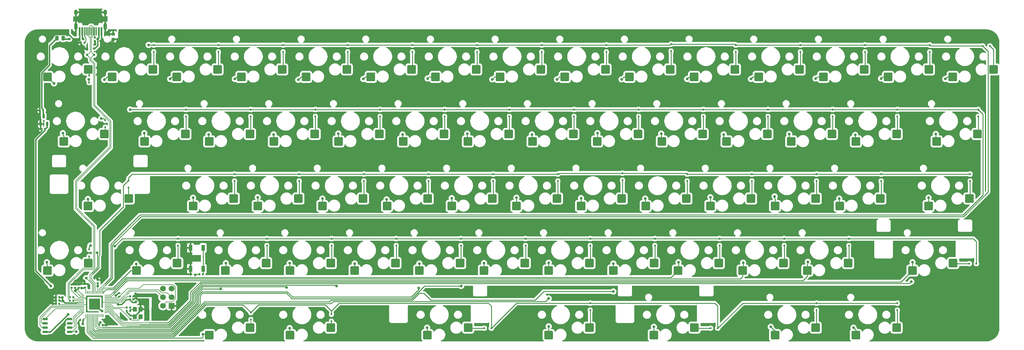
<source format=gbr>
G04 #@! TF.GenerationSoftware,KiCad,Pcbnew,8.0.7*
G04 #@! TF.CreationDate,2025-01-18T13:06:29-06:00*
G04 #@! TF.ProjectId,boethia60,626f6574-6869-4613-9630-2e6b69636164,rev?*
G04 #@! TF.SameCoordinates,Original*
G04 #@! TF.FileFunction,Copper,L1,Top*
G04 #@! TF.FilePolarity,Positive*
%FSLAX46Y46*%
G04 Gerber Fmt 4.6, Leading zero omitted, Abs format (unit mm)*
G04 Created by KiCad (PCBNEW 8.0.7) date 2025-01-18 13:06:29*
%MOMM*%
%LPD*%
G01*
G04 APERTURE LIST*
G04 Aperture macros list*
%AMRoundRect*
0 Rectangle with rounded corners*
0 $1 Rounding radius*
0 $2 $3 $4 $5 $6 $7 $8 $9 X,Y pos of 4 corners*
0 Add a 4 corners polygon primitive as box body*
4,1,4,$2,$3,$4,$5,$6,$7,$8,$9,$2,$3,0*
0 Add four circle primitives for the rounded corners*
1,1,$1+$1,$2,$3*
1,1,$1+$1,$4,$5*
1,1,$1+$1,$6,$7*
1,1,$1+$1,$8,$9*
0 Add four rect primitives between the rounded corners*
20,1,$1+$1,$2,$3,$4,$5,0*
20,1,$1+$1,$4,$5,$6,$7,0*
20,1,$1+$1,$6,$7,$8,$9,0*
20,1,$1+$1,$8,$9,$2,$3,0*%
G04 Aperture macros list end*
G04 #@! TA.AperFunction,SMDPad,CuDef*
%ADD10RoundRect,0.112500X-0.112500X0.187500X-0.112500X-0.187500X0.112500X-0.187500X0.112500X0.187500X0*%
G04 #@! TD*
G04 #@! TA.AperFunction,SMDPad,CuDef*
%ADD11RoundRect,0.050000X0.050000X-0.387500X0.050000X0.387500X-0.050000X0.387500X-0.050000X-0.387500X0*%
G04 #@! TD*
G04 #@! TA.AperFunction,SMDPad,CuDef*
%ADD12RoundRect,0.050000X0.387500X-0.050000X0.387500X0.050000X-0.387500X0.050000X-0.387500X-0.050000X0*%
G04 #@! TD*
G04 #@! TA.AperFunction,HeatsinkPad*
%ADD13R,3.200000X3.200000*%
G04 #@! TD*
G04 #@! TA.AperFunction,SMDPad,CuDef*
%ADD14RoundRect,0.140000X-0.140000X-0.170000X0.140000X-0.170000X0.140000X0.170000X-0.140000X0.170000X0*%
G04 #@! TD*
G04 #@! TA.AperFunction,SMDPad,CuDef*
%ADD15RoundRect,0.140000X0.140000X0.170000X-0.140000X0.170000X-0.140000X-0.170000X0.140000X-0.170000X0*%
G04 #@! TD*
G04 #@! TA.AperFunction,ComponentPad*
%ADD16C,1.700000*%
G04 #@! TD*
G04 #@! TA.AperFunction,ComponentPad*
%ADD17R,1.700000X1.700000*%
G04 #@! TD*
G04 #@! TA.AperFunction,SMDPad,CuDef*
%ADD18RoundRect,0.243750X0.243750X0.456250X-0.243750X0.456250X-0.243750X-0.456250X0.243750X-0.456250X0*%
G04 #@! TD*
G04 #@! TA.AperFunction,SMDPad,CuDef*
%ADD19RoundRect,0.150000X0.650000X0.150000X-0.650000X0.150000X-0.650000X-0.150000X0.650000X-0.150000X0*%
G04 #@! TD*
G04 #@! TA.AperFunction,SMDPad,CuDef*
%ADD20RoundRect,0.135000X-0.135000X-0.185000X0.135000X-0.185000X0.135000X0.185000X-0.135000X0.185000X0*%
G04 #@! TD*
G04 #@! TA.AperFunction,SMDPad,CuDef*
%ADD21RoundRect,0.135000X0.135000X0.185000X-0.135000X0.185000X-0.135000X-0.185000X0.135000X-0.185000X0*%
G04 #@! TD*
G04 #@! TA.AperFunction,SMDPad,CuDef*
%ADD22RoundRect,0.112500X-0.187500X-0.112500X0.187500X-0.112500X0.187500X0.112500X-0.187500X0.112500X0*%
G04 #@! TD*
G04 #@! TA.AperFunction,SMDPad,CuDef*
%ADD23RoundRect,0.140000X0.170000X-0.140000X0.170000X0.140000X-0.170000X0.140000X-0.170000X-0.140000X0*%
G04 #@! TD*
G04 #@! TA.AperFunction,SMDPad,CuDef*
%ADD24RoundRect,0.175000X-0.175000X-0.325000X0.175000X-0.325000X0.175000X0.325000X-0.175000X0.325000X0*%
G04 #@! TD*
G04 #@! TA.AperFunction,SMDPad,CuDef*
%ADD25RoundRect,0.150000X-0.200000X-0.150000X0.200000X-0.150000X0.200000X0.150000X-0.200000X0.150000X0*%
G04 #@! TD*
G04 #@! TA.AperFunction,SMDPad,CuDef*
%ADD26RoundRect,0.135000X-0.185000X0.135000X-0.185000X-0.135000X0.185000X-0.135000X0.185000X0.135000X0*%
G04 #@! TD*
G04 #@! TA.AperFunction,SMDPad,CuDef*
%ADD27RoundRect,0.150000X0.150000X-0.512500X0.150000X0.512500X-0.150000X0.512500X-0.150000X-0.512500X0*%
G04 #@! TD*
G04 #@! TA.AperFunction,SMDPad,CuDef*
%ADD28R,1.100000X1.800000*%
G04 #@! TD*
G04 #@! TA.AperFunction,SMDPad,CuDef*
%ADD29RoundRect,0.112500X0.112500X-0.187500X0.112500X0.187500X-0.112500X0.187500X-0.112500X-0.187500X0*%
G04 #@! TD*
G04 #@! TA.AperFunction,SMDPad,CuDef*
%ADD30RoundRect,0.140000X-0.170000X0.140000X-0.170000X-0.140000X0.170000X-0.140000X0.170000X0.140000X0*%
G04 #@! TD*
G04 #@! TA.AperFunction,SMDPad,CuDef*
%ADD31RoundRect,0.112500X0.187500X0.112500X-0.187500X0.112500X-0.187500X-0.112500X0.187500X-0.112500X0*%
G04 #@! TD*
G04 #@! TA.AperFunction,SMDPad,CuDef*
%ADD32R,1.200000X1.400000*%
G04 #@! TD*
G04 #@! TA.AperFunction,SMDPad,CuDef*
%ADD33RoundRect,0.218750X-0.256250X0.218750X-0.256250X-0.218750X0.256250X-0.218750X0.256250X0.218750X0*%
G04 #@! TD*
G04 #@! TA.AperFunction,SMDPad,CuDef*
%ADD34R,0.600000X2.450000*%
G04 #@! TD*
G04 #@! TA.AperFunction,SMDPad,CuDef*
%ADD35R,0.300000X2.450000*%
G04 #@! TD*
G04 #@! TA.AperFunction,ComponentPad*
%ADD36O,1.000000X2.100000*%
G04 #@! TD*
G04 #@! TA.AperFunction,ComponentPad*
%ADD37O,1.000000X1.600000*%
G04 #@! TD*
G04 #@! TA.AperFunction,SMDPad,CuDef*
%ADD38RoundRect,0.250000X-1.025000X-1.000000X1.025000X-1.000000X1.025000X1.000000X-1.025000X1.000000X0*%
G04 #@! TD*
G04 #@! TA.AperFunction,ViaPad*
%ADD39C,0.800000*%
G04 #@! TD*
G04 #@! TA.AperFunction,Conductor*
%ADD40C,0.250000*%
G04 #@! TD*
G04 #@! TA.AperFunction,Conductor*
%ADD41C,0.200000*%
G04 #@! TD*
G04 #@! TA.AperFunction,Conductor*
%ADD42C,0.381000*%
G04 #@! TD*
G04 APERTURE END LIST*
D10*
X218281250Y-25143750D03*
X218281250Y-27243750D03*
X37306250Y-6093750D03*
X37306250Y-8193750D03*
X256381250Y-25143750D03*
X256381250Y-27243750D03*
X56356250Y-6093750D03*
X56356250Y-8193750D03*
D11*
X17243750Y-85987500D03*
X17643750Y-85987500D03*
X18043750Y-85987500D03*
X18443750Y-85987500D03*
X18843750Y-85987500D03*
X19243750Y-85987500D03*
X19643750Y-85987500D03*
X20043750Y-85987500D03*
X20443750Y-85987500D03*
X20843750Y-85987500D03*
X21243750Y-85987500D03*
X21643750Y-85987500D03*
X22043750Y-85987500D03*
X22443750Y-85987500D03*
D12*
X23281250Y-85150000D03*
X23281250Y-84750000D03*
X23281250Y-84350000D03*
X23281250Y-83950000D03*
X23281250Y-83550000D03*
X23281250Y-83150000D03*
X23281250Y-82750000D03*
X23281250Y-82350000D03*
X23281250Y-81950000D03*
X23281250Y-81550000D03*
X23281250Y-81150000D03*
X23281250Y-80750000D03*
X23281250Y-80350000D03*
X23281250Y-79950000D03*
D11*
X22443750Y-79112500D03*
X22043750Y-79112500D03*
X21643750Y-79112500D03*
X21243750Y-79112500D03*
X20843750Y-79112500D03*
X20443750Y-79112500D03*
X20043750Y-79112500D03*
X19643750Y-79112500D03*
X19243750Y-79112500D03*
X18843750Y-79112500D03*
X18443750Y-79112500D03*
X18043750Y-79112500D03*
X17643750Y-79112500D03*
X17243750Y-79112500D03*
D12*
X16406250Y-79950000D03*
X16406250Y-80350000D03*
X16406250Y-80750000D03*
X16406250Y-81150000D03*
X16406250Y-81550000D03*
X16406250Y-81950000D03*
X16406250Y-82350000D03*
X16406250Y-82750000D03*
X16406250Y-83150000D03*
X16406250Y-83550000D03*
X16406250Y-83950000D03*
X16406250Y-84350000D03*
X16406250Y-84750000D03*
X16406250Y-85150000D03*
D13*
X19843750Y-82550000D03*
D10*
X23018750Y-28318750D03*
X23018750Y-30418750D03*
X132556250Y-6093750D03*
X132556250Y-8193750D03*
X184943750Y-63243750D03*
X184943750Y-65343750D03*
D14*
X30355600Y-80264000D03*
X31315600Y-80264000D03*
D10*
X18256250Y-66418750D03*
X18256250Y-68518750D03*
D15*
X4762500Y-25400000D03*
X3802500Y-25400000D03*
D16*
X40005000Y-77978000D03*
X42545000Y-77978000D03*
X40005000Y-80518000D03*
X42545000Y-80518000D03*
X40005000Y-83058000D03*
D17*
X42545000Y-83058000D03*
D18*
X10638000Y-4064000D03*
X8763000Y-4064000D03*
D10*
X251618750Y-44193750D03*
X251618750Y-46293750D03*
X142081250Y-25143750D03*
X142081250Y-27243750D03*
D14*
X29393000Y-84582000D03*
X30353000Y-84582000D03*
D15*
X9494400Y-82499200D03*
X8534400Y-82499200D03*
D10*
X277812500Y-44193750D03*
X277812500Y-46293750D03*
D19*
X12490000Y-90805000D03*
X12490000Y-89535000D03*
X12490000Y-88265000D03*
X12490000Y-86995000D03*
X5290000Y-86995000D03*
X5290000Y-88265000D03*
X5290000Y-89535000D03*
X5290000Y-90805000D03*
D10*
X213518750Y-44193750D03*
X213518750Y-46293750D03*
X146843750Y-63243750D03*
X146843750Y-65343750D03*
X156368750Y-44193750D03*
X156368750Y-46293750D03*
D20*
X12569000Y-80518000D03*
X13589000Y-80518000D03*
D15*
X9499600Y-81483200D03*
X8539600Y-81483200D03*
D10*
X118268750Y-44193750D03*
X118268750Y-46293750D03*
D21*
X30353000Y-83566000D03*
X29333000Y-83566000D03*
D10*
X103981250Y-25143750D03*
X103981250Y-27243750D03*
X80168750Y-44193750D03*
X80168750Y-46293750D03*
X265906250Y-6093750D03*
X265906250Y-8193750D03*
X84931250Y-25143750D03*
X84931250Y-27243750D03*
X70643750Y-63243750D03*
X70643750Y-65343750D03*
X175418750Y-43937500D03*
X175418750Y-46037500D03*
X237331250Y-25143750D03*
X237331250Y-27243750D03*
D22*
X281525000Y-6350000D03*
X283625000Y-6350000D03*
D10*
X199231250Y-25143750D03*
X199231250Y-27243750D03*
D23*
X14122400Y-77774800D03*
X14122400Y-76814800D03*
D10*
X46831250Y-25143750D03*
X46831250Y-27243750D03*
D15*
X9471600Y-80518000D03*
X8511600Y-80518000D03*
D10*
X94456250Y-6093750D03*
X94456250Y-8193750D03*
X123031250Y-25143750D03*
X123031250Y-27243750D03*
X29845000Y-46067000D03*
X29845000Y-48167000D03*
X61118750Y-44193750D03*
X61118750Y-46293750D03*
D23*
X20828000Y-76403200D03*
X20828000Y-75443200D03*
D24*
X17685000Y-7317000D03*
D25*
X17685000Y-9017000D03*
X19685000Y-9017000D03*
X19685000Y-7117000D03*
D10*
X232568750Y-82293750D03*
X232568750Y-84393750D03*
X113506250Y-6093750D03*
X113506250Y-8193750D03*
X232568750Y-44193750D03*
X232568750Y-46293750D03*
D21*
X51816000Y-73787000D03*
X50796000Y-73787000D03*
D10*
X208756250Y-6093750D03*
X208756250Y-8193750D03*
X151606250Y-6093750D03*
X151606250Y-8193750D03*
X223043750Y-63243750D03*
X223043750Y-65343750D03*
D26*
X27178000Y-79375000D03*
X27178000Y-80395000D03*
D10*
X227806250Y-6093750D03*
X227806250Y-8193750D03*
D23*
X15189200Y-77774800D03*
X15189200Y-76814800D03*
D27*
X3968750Y-29368750D03*
X5868750Y-29368750D03*
X4918750Y-27093750D03*
D10*
X127793750Y-63243750D03*
X127793750Y-65343750D03*
X161131250Y-25143750D03*
X161131250Y-27243750D03*
D15*
X5242500Y-30956250D03*
X4282500Y-30956250D03*
D10*
X75406250Y-6093750D03*
X75406250Y-8193750D03*
D21*
X13589000Y-81534000D03*
X12569000Y-81534000D03*
D28*
X48156250Y-72156250D03*
X48156250Y-65956250D03*
X51856250Y-72156250D03*
X51856250Y-65956250D03*
D10*
X242093750Y-63243750D03*
X242093750Y-65343750D03*
D14*
X30304800Y-81229200D03*
X31264800Y-81229200D03*
D29*
X18256250Y-17181250D03*
X18256250Y-15081250D03*
D14*
X21265000Y-88798400D03*
X22225000Y-88798400D03*
D10*
X108743750Y-63243750D03*
X108743750Y-65343750D03*
D30*
X30424000Y-85979000D03*
X30424000Y-86939000D03*
D10*
X246856250Y-6093750D03*
X246856250Y-8193750D03*
X170656250Y-6093750D03*
X170656250Y-8193750D03*
X189706250Y-5837500D03*
X189706250Y-7937500D03*
X165893750Y-82293750D03*
X165893750Y-84393750D03*
X89662000Y-85564000D03*
X89662000Y-87664000D03*
X137318750Y-44193750D03*
X137318750Y-46293750D03*
D26*
X19939000Y-3933000D03*
X19939000Y-4953000D03*
D31*
X136781250Y-89693750D03*
X134681250Y-89693750D03*
D32*
X33450000Y-86299750D03*
X33450000Y-84099750D03*
X31750000Y-84099750D03*
X31750000Y-86299750D03*
D23*
X13106400Y-77774800D03*
X13106400Y-76814800D03*
D15*
X16583600Y-87223600D03*
X15623600Y-87223600D03*
D10*
X180181250Y-25143750D03*
X180181250Y-27243750D03*
D33*
X25400000Y-2870000D03*
X25400000Y-4445000D03*
D10*
X203993750Y-63243750D03*
X203993750Y-65343750D03*
X280193750Y-25143750D03*
X280193750Y-27243750D03*
X44450000Y-63243750D03*
X44450000Y-65343750D03*
D23*
X16967200Y-77645200D03*
X16967200Y-76685200D03*
D31*
X279656250Y-70643750D03*
X277556250Y-70643750D03*
D10*
X65881250Y-25143750D03*
X65881250Y-27243750D03*
X165893750Y-63243750D03*
X165893750Y-65343750D03*
X194468750Y-44193750D03*
X194468750Y-46293750D03*
X256381250Y-82293750D03*
X256381250Y-84393750D03*
X89693750Y-63243750D03*
X89693750Y-65343750D03*
X99218750Y-44193750D03*
X99218750Y-46293750D03*
D31*
X203456250Y-89693750D03*
X201356250Y-89693750D03*
D34*
X21892000Y-2050000D03*
X21117000Y-2050000D03*
D35*
X20417000Y-2050000D03*
X19917000Y-2050000D03*
X19417000Y-2050000D03*
X18917000Y-2050000D03*
X18417000Y-2050000D03*
X17917000Y-2050000D03*
X17417000Y-2050000D03*
X16917000Y-2050000D03*
D34*
X16217000Y-2050000D03*
X15442000Y-2050000D03*
D36*
X22987000Y-635000D03*
D37*
X22987000Y3545000D03*
D36*
X14347000Y-635000D03*
D37*
X14347000Y3545000D03*
D10*
X65913000Y-85056000D03*
X65913000Y-87156000D03*
D21*
X16891000Y-5461000D03*
X15871000Y-5461000D03*
D38*
X229862500Y-72675000D03*
X241862500Y-70475000D03*
X139375000Y-15525000D03*
X151375000Y-13325000D03*
X117943750Y-91725000D03*
X129943750Y-89525000D03*
X253675000Y-15525000D03*
X265675000Y-13325000D03*
X25075000Y-15525000D03*
X37075000Y-13325000D03*
X184618750Y-91725000D03*
X196618750Y-89525000D03*
X120325000Y-15525000D03*
X132325000Y-13325000D03*
X53650000Y-34575000D03*
X65650000Y-32375000D03*
X77462500Y-72675000D03*
X89462500Y-70475000D03*
X239387500Y-53625000D03*
X251387500Y-51425000D03*
X220337500Y-53625000D03*
X232337500Y-51425000D03*
X53650000Y-91725000D03*
X65650000Y-89525000D03*
X167950000Y-34575000D03*
X179950000Y-32375000D03*
X32218750Y-72675000D03*
X44218750Y-70475000D03*
X110800000Y-34575000D03*
X122800000Y-32375000D03*
X63175000Y-15525000D03*
X75175000Y-13325000D03*
X234625000Y-15525000D03*
X246625000Y-13325000D03*
X34600000Y-34575000D03*
X46600000Y-32375000D03*
X172712500Y-72675000D03*
X184712500Y-70475000D03*
X67937500Y-53625000D03*
X79937500Y-51425000D03*
X153662500Y-72675000D03*
X165662500Y-70475000D03*
X91750000Y-34575000D03*
X103750000Y-32375000D03*
X163187500Y-53625000D03*
X175187500Y-51425000D03*
X177475000Y-15525000D03*
X189475000Y-13325000D03*
X220337500Y-91725000D03*
X232337500Y-89525000D03*
X153662500Y-91725000D03*
X165662500Y-89525000D03*
X96512500Y-72675000D03*
X108512500Y-70475000D03*
X82225000Y-15525000D03*
X94225000Y-13325000D03*
X267962500Y-34575000D03*
X279962500Y-32375000D03*
X225100000Y-34575000D03*
X237100000Y-32375000D03*
X6025000Y-15525000D03*
X18025000Y-13325000D03*
X272725000Y-15525000D03*
X284725000Y-13325000D03*
X210812500Y-72675000D03*
X222812500Y-70475000D03*
X196525000Y-15525000D03*
X208525000Y-13325000D03*
X134612500Y-72675000D03*
X146612500Y-70475000D03*
X182237500Y-53625000D03*
X194237500Y-51425000D03*
X260818750Y-72675000D03*
X272818750Y-70475000D03*
X244150000Y-91725000D03*
X256150000Y-89525000D03*
X58412500Y-72675000D03*
X70412500Y-70475000D03*
X148900000Y-34575000D03*
X160900000Y-32375000D03*
X206050000Y-34575000D03*
X218050000Y-32375000D03*
X125087500Y-53625000D03*
X137087500Y-51425000D03*
X244150000Y-34575000D03*
X256150000Y-32375000D03*
X10787500Y-34575000D03*
X22787500Y-32375000D03*
X72700000Y-34575000D03*
X84700000Y-32375000D03*
X187000000Y-34575000D03*
X199000000Y-32375000D03*
X106037500Y-53625000D03*
X118037500Y-51425000D03*
X265581250Y-53625000D03*
X277581250Y-51425000D03*
X44125000Y-15525000D03*
X56125000Y-13325000D03*
X48887500Y-53625000D03*
X60887500Y-51425000D03*
X17931250Y-53625000D03*
X29931250Y-51425000D03*
X101275000Y-15525000D03*
X113275000Y-13325000D03*
X191762500Y-72675000D03*
X203762500Y-70475000D03*
X129850000Y-34575000D03*
X141850000Y-32375000D03*
X158425000Y-15525000D03*
X170425000Y-13325000D03*
X144137500Y-53625000D03*
X156137500Y-51425000D03*
X6025000Y-72675000D03*
X18025000Y-70475000D03*
X215575000Y-15525000D03*
X227575000Y-13325000D03*
X201287500Y-53625000D03*
X213287500Y-51425000D03*
X77462500Y-91725000D03*
X89462500Y-89525000D03*
X115562500Y-72675000D03*
X127562500Y-70475000D03*
X86987500Y-53625000D03*
X98987500Y-51425000D03*
D39*
X270510000Y-16129000D03*
X260477000Y-75946000D03*
X267716000Y-32385000D03*
X265557000Y-51181000D03*
X260858000Y-70231000D03*
X251587000Y-16002000D03*
X243967000Y-32639000D03*
X239268000Y-51435000D03*
X232283000Y-16002000D03*
X229997000Y-70104000D03*
X243459000Y-89535000D03*
X210947000Y-70358000D03*
X213233000Y-16129000D03*
X220218000Y-50800000D03*
X224536000Y-32385000D03*
X219075000Y-89281000D03*
X201295000Y-51054000D03*
X205232000Y-32512000D03*
X194437000Y-16129000D03*
X191897000Y-70231000D03*
X184658000Y-89281000D03*
X186817000Y-32258000D03*
X172720000Y-78855629D03*
X182118000Y-51435000D03*
X175133000Y-16256000D03*
X172720000Y-70612000D03*
X153670000Y-80899000D03*
X163195000Y-51308000D03*
X168021000Y-32131000D03*
X156083000Y-16256000D03*
X153670000Y-70358000D03*
X153670000Y-89154000D03*
X137033000Y-16256000D03*
X127889000Y-77225000D03*
X144145000Y-51181000D03*
X148717000Y-32512000D03*
X134620000Y-70485000D03*
X115400250Y-77869799D03*
X125095000Y-51308000D03*
X117983000Y-16002000D03*
X117856000Y-89535000D03*
X115570000Y-70612000D03*
X129667000Y-32258000D03*
X110617000Y-32512000D03*
X96520000Y-70612000D03*
X91186000Y-77225000D03*
X99060000Y-16129000D03*
X105918000Y-51689000D03*
X77343000Y-89662000D03*
X79883000Y-16383000D03*
X76454000Y-77675000D03*
X86995000Y-51435000D03*
X77343000Y-70485000D03*
X91694000Y-32258000D03*
X67945000Y-51054000D03*
X61214000Y-16129000D03*
X58547000Y-70485000D03*
X57023000Y-78125000D03*
X72644000Y-32512000D03*
X51816000Y-91440000D03*
X53467000Y-32512000D03*
X48895000Y-51181000D03*
X42164000Y-16129000D03*
X34544000Y-32131000D03*
X22733000Y-16383000D03*
X17907000Y-51562000D03*
X32131000Y-70739000D03*
X5842000Y-70231000D03*
X17399000Y-74901500D03*
X10541000Y-32131000D03*
X7937500Y-17462500D03*
X18161000Y-16256000D03*
X35814000Y-6096000D03*
X21844000Y-27813000D03*
X30353000Y-25146000D03*
X18669000Y-65278000D03*
X20650000Y-67437000D03*
X25839847Y-65473153D03*
X14173200Y-78689200D03*
X12065000Y-85598000D03*
X10363200Y-80670400D03*
X6985000Y-77216000D03*
X16383000Y-88392000D03*
X26797000Y-82677000D03*
X16103600Y-77825600D03*
X21590000Y-88011000D03*
X32065270Y-81900406D03*
X26162000Y-80010000D03*
X10566400Y-81686400D03*
X20828000Y-77216000D03*
X16713200Y-75692000D03*
X48133000Y-73787000D03*
X22860000Y-25400000D03*
X32156400Y-80873600D03*
X25654000Y-25908000D03*
X23368000Y-88733400D03*
X4711532Y-76060468D03*
X15798800Y-75692000D03*
X7620000Y-81534000D03*
X20650000Y-14863653D03*
X21971000Y-12573000D03*
X22098000Y-84582000D03*
X14278908Y-75696108D03*
X24130000Y-26670000D03*
X27870216Y-86683784D03*
X21971000Y-14351000D03*
X25654000Y-24130000D03*
X21618500Y-4953000D03*
X20650000Y-12804276D03*
X15087600Y-75692000D03*
X20269200Y-74625200D03*
X7620000Y-82450000D03*
X20037500Y-5842000D03*
X32004000Y-79502000D03*
X15150931Y-88277869D03*
X7620000Y-80721200D03*
X11049000Y-88519000D03*
X16510000Y-4318000D03*
X12446000Y-4318000D03*
X20828000Y-4318000D03*
X16764000Y4064000D03*
X20320000Y4064000D03*
X23622000Y-2540000D03*
X13716000Y-2540000D03*
X18542000Y2032000D03*
X49530000Y-73975000D03*
X14478000Y-90706500D03*
D40*
X265557000Y-51181000D02*
X265557000Y-53600750D01*
X272725000Y-15525000D02*
X271114000Y-15525000D01*
X265557000Y-53600750D02*
X265581250Y-53625000D01*
X259923000Y-76500000D02*
X51381319Y-76500000D01*
X267716000Y-32385000D02*
X267716000Y-34328500D01*
D41*
X23980796Y-84350000D02*
X28168796Y-88538000D01*
X23281250Y-84350000D02*
X23980796Y-84350000D01*
D40*
X48634802Y-79246517D02*
X48634802Y-81664406D01*
X267716000Y-34328500D02*
X267962500Y-34575000D01*
X260477000Y-75946000D02*
X259923000Y-76500000D01*
X48634802Y-81664406D02*
X41740808Y-88558400D01*
X41740808Y-88558400D02*
X33274000Y-88558400D01*
X271114000Y-15525000D02*
X270510000Y-16129000D01*
D41*
X33253600Y-88538000D02*
X33274000Y-88558400D01*
X28168796Y-88538000D02*
X33253600Y-88538000D01*
D40*
X51381319Y-76500000D02*
X48634802Y-79246517D01*
X41554412Y-88108400D02*
X35941000Y-88108400D01*
D41*
X24146482Y-83950000D02*
X28304882Y-88108400D01*
D40*
X48184802Y-81478010D02*
X41590406Y-88072406D01*
X48184802Y-79060121D02*
X48184802Y-81026000D01*
X252064000Y-15525000D02*
X251587000Y-16002000D01*
X41590406Y-88072406D02*
X41554412Y-88108400D01*
D41*
X28304882Y-88108400D02*
X35941000Y-88108400D01*
D40*
X257443750Y-76050000D02*
X199034400Y-76050000D01*
X199034400Y-76050000D02*
X109067600Y-76050000D01*
X260818750Y-72675000D02*
X260818750Y-70270250D01*
X260818750Y-72675000D02*
X257443750Y-76050000D01*
D41*
X23281250Y-83950000D02*
X24146482Y-83950000D01*
D40*
X260818750Y-70270250D02*
X260858000Y-70231000D01*
X48184802Y-81026000D02*
X48184802Y-81478010D01*
X109067600Y-76050000D02*
X51194923Y-76050000D01*
X51194923Y-76050000D02*
X48184802Y-79060121D01*
X253675000Y-15525000D02*
X252064000Y-15525000D01*
X244150000Y-91725000D02*
X244150000Y-90226000D01*
X229997000Y-70612000D02*
X229862500Y-70746500D01*
X226110800Y-75600000D02*
X199644000Y-75600000D01*
X228590400Y-75600000D02*
X226110800Y-75600000D01*
X243967000Y-32639000D02*
X243967000Y-34392000D01*
X244150000Y-90226000D02*
X243459000Y-89535000D01*
X229862500Y-72675000D02*
X229862500Y-74327900D01*
X229997000Y-70104000D02*
X229997000Y-70612000D01*
X199644000Y-75600000D02*
X110490000Y-75600000D01*
X243967000Y-34392000D02*
X244150000Y-34575000D01*
X234625000Y-15525000D02*
X232760000Y-15525000D01*
D41*
X24796695Y-80350000D02*
X25585847Y-79560848D01*
D40*
X239268000Y-51435000D02*
X239268000Y-53505500D01*
X229862500Y-74327900D02*
X228590400Y-75600000D01*
X229862500Y-70746500D02*
X229862500Y-72675000D01*
X110490000Y-75600000D02*
X46068792Y-75600000D01*
X239268000Y-53505500D02*
X239387500Y-53625000D01*
X232760000Y-15525000D02*
X232283000Y-16002000D01*
D41*
X23281250Y-80350000D02*
X24796695Y-80350000D01*
D40*
X29546695Y-75600000D02*
X25585847Y-79560848D01*
X46068792Y-75600000D02*
X29546695Y-75600000D01*
X210812500Y-74429500D02*
X210092000Y-75150000D01*
X207568800Y-75150000D02*
X111963200Y-75150000D01*
X220337500Y-90543500D02*
X220337500Y-91725000D01*
X210812500Y-72675000D02*
X210812500Y-74429500D01*
X220337500Y-51427500D02*
X220337500Y-53625000D01*
D41*
X24560299Y-79950000D02*
X25394649Y-79115650D01*
X23281250Y-79950000D02*
X24560299Y-79950000D01*
D40*
X215575000Y-15525000D02*
X213837000Y-15525000D01*
X213837000Y-15525000D02*
X213233000Y-16129000D01*
X111963200Y-75150000D02*
X45882396Y-75150000D01*
X220218000Y-51308000D02*
X220337500Y-51427500D01*
X210092000Y-75150000D02*
X207568800Y-75150000D01*
X29360299Y-75150000D02*
X25394649Y-79115650D01*
X219075000Y-89281000D02*
X220337500Y-90543500D01*
X210947000Y-70358000D02*
X210947000Y-72540500D01*
X220218000Y-50800000D02*
X220218000Y-51308000D01*
X45882396Y-75150000D02*
X29360299Y-75150000D01*
X224536000Y-32385000D02*
X224536000Y-34011000D01*
X210947000Y-72540500D02*
X210812500Y-72675000D01*
X224536000Y-34011000D02*
X225100000Y-34575000D01*
X191897000Y-72540500D02*
X191762500Y-72675000D01*
X195041000Y-15525000D02*
X194437000Y-16129000D01*
X201287500Y-51061500D02*
X201287500Y-53625000D01*
X191897000Y-70231000D02*
X191897000Y-72540500D01*
X201295000Y-51054000D02*
X201287500Y-51061500D01*
X25584451Y-78289452D02*
X23266798Y-78289452D01*
X23266798Y-78289452D02*
X22468750Y-79087500D01*
X205232000Y-33757000D02*
X206050000Y-34575000D01*
X196525000Y-15525000D02*
X195041000Y-15525000D01*
X205232000Y-32512000D02*
X205232000Y-33757000D01*
X189737500Y-74700000D02*
X29173903Y-74700000D01*
X22468750Y-79087500D02*
X22468750Y-79112500D01*
X29173903Y-74700000D02*
X25584451Y-78289452D01*
X191762500Y-72675000D02*
X189737500Y-74700000D01*
D41*
X19772566Y-91258400D02*
X20066000Y-91258400D01*
D40*
X172720000Y-78855629D02*
X152220170Y-78855629D01*
X113713000Y-81232000D02*
X113551250Y-81393750D01*
X118924201Y-81393750D02*
X116930451Y-79400000D01*
X42969975Y-91258400D02*
X20066000Y-91258400D01*
D41*
X18843750Y-85987500D02*
X18843750Y-90329584D01*
D40*
X175864000Y-15525000D02*
X175133000Y-16256000D01*
X149682049Y-81393750D02*
X118924201Y-81393750D01*
X177475000Y-15525000D02*
X175864000Y-15525000D01*
X172720000Y-72667500D02*
X172712500Y-72675000D01*
X172720000Y-70612000D02*
X172720000Y-72667500D01*
X182118000Y-53505500D02*
X182237500Y-53625000D01*
D41*
X18843750Y-90329584D02*
X19772566Y-91258400D01*
D40*
X89027000Y-81925000D02*
X52303375Y-81925000D01*
X113551250Y-81393750D02*
X89558250Y-81393750D01*
X52303375Y-81925000D02*
X42969975Y-91258400D01*
X113713000Y-81218750D02*
X113713000Y-81232000D01*
X184658000Y-89281000D02*
X184658000Y-91685750D01*
X116930451Y-79400000D02*
X115531750Y-79400000D01*
X152220170Y-78855629D02*
X149682049Y-81393750D01*
X186817000Y-34392000D02*
X187000000Y-34575000D01*
X89558250Y-81393750D02*
X89027000Y-81925000D01*
X115531750Y-79400000D02*
X113713000Y-81218750D01*
X182118000Y-51435000D02*
X182118000Y-53505500D01*
X184658000Y-91685750D02*
X184618750Y-91725000D01*
X186817000Y-32258000D02*
X186817000Y-34392000D01*
X90165586Y-81843750D02*
X152725250Y-81843750D01*
X153670000Y-72667500D02*
X153662500Y-72675000D01*
X163195000Y-51308000D02*
X163195000Y-53617500D01*
X152725250Y-81843750D02*
X153670000Y-80899000D01*
X153662500Y-89796500D02*
X153662500Y-91725000D01*
X153670000Y-89789000D02*
X153662500Y-89796500D01*
X168021000Y-34504000D02*
X167950000Y-34575000D01*
X18468750Y-90555624D02*
X19621526Y-91708400D01*
X163195000Y-53617500D02*
X163187500Y-53625000D01*
X89634336Y-82375000D02*
X90165586Y-81843750D01*
D41*
X18443750Y-85987500D02*
X18443750Y-90530624D01*
D40*
X156814000Y-15525000D02*
X156083000Y-16256000D01*
X19621526Y-91708400D02*
X43156371Y-91708400D01*
X153670000Y-89154000D02*
X153670000Y-89789000D01*
X158425000Y-15525000D02*
X156814000Y-15525000D01*
X52489771Y-82375000D02*
X89634336Y-82375000D01*
X153670000Y-70358000D02*
X153670000Y-72667500D01*
D41*
X18443750Y-90530624D02*
X18468750Y-90555624D01*
D40*
X168021000Y-32131000D02*
X168021000Y-34504000D01*
X43156371Y-91708400D02*
X52489771Y-82375000D01*
X77992951Y-80943750D02*
X76449201Y-79400000D01*
X50920990Y-82670990D02*
X47555490Y-86036490D01*
D41*
X19243750Y-90128544D02*
X19268750Y-90153544D01*
D40*
X144145000Y-51181000D02*
X144145000Y-53617500D01*
X19923606Y-90808400D02*
X19268750Y-90153544D01*
X36068000Y-90808400D02*
X19923606Y-90808400D01*
X76449201Y-79400000D02*
X51663299Y-79400000D01*
X127889000Y-77225000D02*
X117070354Y-77225000D01*
X134620000Y-70485000D02*
X134620000Y-72667500D01*
X134620000Y-72667500D02*
X134612500Y-72675000D01*
X139375000Y-15525000D02*
X137764000Y-15525000D01*
X113351604Y-80943750D02*
X77992951Y-80943750D01*
X42783580Y-90808400D02*
X36068000Y-90808400D01*
X47555490Y-86036490D02*
X42783580Y-90808400D01*
X144145000Y-53617500D02*
X144137500Y-53625000D01*
X117070354Y-77225000D02*
X113351604Y-80943750D01*
X137764000Y-15525000D02*
X137033000Y-16256000D01*
D41*
X19243750Y-85987500D02*
X19243750Y-90128544D01*
D40*
X50920990Y-80142309D02*
X50920990Y-82670990D01*
X148717000Y-32512000D02*
X148717000Y-34392000D01*
X51663299Y-79400000D02*
X50920990Y-80142309D01*
X148717000Y-34392000D02*
X148900000Y-34575000D01*
X129667000Y-34392000D02*
X129850000Y-34575000D01*
X78179347Y-80493750D02*
X76635597Y-78950000D01*
X113165208Y-80493750D02*
X78179347Y-80493750D01*
D41*
X19643750Y-85987500D02*
X19643750Y-89892148D01*
D40*
X51476903Y-78950000D02*
X50470990Y-79955913D01*
X120325000Y-15525000D02*
X118460000Y-15525000D01*
X44125792Y-88829792D02*
X42597184Y-90358400D01*
X115400250Y-77869799D02*
X115400250Y-78258708D01*
X115570000Y-70612000D02*
X115570000Y-72667500D01*
X42597184Y-90358400D02*
X20110002Y-90358400D01*
X50470990Y-81661000D02*
X50470990Y-82484594D01*
X125095000Y-51308000D02*
X125095000Y-53617500D01*
X118460000Y-15525000D02*
X117983000Y-16002000D01*
X125095000Y-53617500D02*
X125087500Y-53625000D01*
D41*
X19643750Y-89892148D02*
X20110002Y-90358400D01*
D40*
X76635597Y-78950000D02*
X51476903Y-78950000D01*
X50470990Y-82484594D02*
X44125792Y-88829792D01*
X50470990Y-79955913D02*
X50470990Y-81661000D01*
X115570000Y-72667500D02*
X115562500Y-72675000D01*
X129667000Y-32258000D02*
X129667000Y-34392000D01*
X115400250Y-78258708D02*
X113275979Y-80382979D01*
X117856000Y-91637250D02*
X117943750Y-91725000D01*
X113275979Y-80382979D02*
X113165208Y-80493750D01*
X117856000Y-89535000D02*
X117856000Y-91637250D01*
X41927204Y-89008400D02*
X29356078Y-89008400D01*
X91186000Y-77225000D02*
X90911000Y-76950000D01*
X96520000Y-72667500D02*
X96512500Y-72675000D01*
X105918000Y-51689000D02*
X105918000Y-53505500D01*
X90911000Y-76950000D02*
X51567715Y-76950000D01*
X51567715Y-76950000D02*
X49084802Y-79432913D01*
X110617000Y-34392000D02*
X110800000Y-34575000D01*
D41*
X23815110Y-84750000D02*
X28073510Y-89008400D01*
D40*
X110617000Y-32512000D02*
X110617000Y-34392000D01*
X49084802Y-79432913D02*
X49084802Y-81850802D01*
X96520000Y-70612000D02*
X96520000Y-72667500D01*
X101275000Y-15525000D02*
X99664000Y-15525000D01*
X105918000Y-53505500D02*
X106037500Y-53625000D01*
D41*
X28073510Y-89008400D02*
X29356078Y-89008400D01*
D40*
X49084802Y-81850802D02*
X41927204Y-89008400D01*
D41*
X23281250Y-84750000D02*
X23815110Y-84750000D01*
D40*
X99664000Y-15525000D02*
X99060000Y-16129000D01*
X80741000Y-15525000D02*
X79883000Y-16383000D01*
D41*
X20880959Y-89458400D02*
X22098000Y-89458400D01*
D40*
X77343000Y-89662000D02*
X77343000Y-91605500D01*
X49570990Y-79583121D02*
X49570990Y-81193990D01*
X77343000Y-72555500D02*
X77462500Y-72675000D01*
X82225000Y-15525000D02*
X80741000Y-15525000D01*
X42113600Y-89458400D02*
X24892000Y-89458400D01*
X76454000Y-77675000D02*
X76179000Y-77400000D01*
X77343000Y-91605500D02*
X77462500Y-91725000D01*
D41*
X20443750Y-85987500D02*
X20443750Y-89021191D01*
D40*
X91694000Y-32258000D02*
X91694000Y-34519000D01*
X77343000Y-70485000D02*
X77343000Y-72555500D01*
X86995000Y-53617500D02*
X86987500Y-53625000D01*
X24892000Y-89458400D02*
X22098000Y-89458400D01*
X53026903Y-77400000D02*
X51754111Y-77400000D01*
X76179000Y-77400000D02*
X53026903Y-77400000D01*
X86995000Y-51435000D02*
X86995000Y-53617500D01*
X49570990Y-82001010D02*
X42113600Y-89458400D01*
X91694000Y-34519000D02*
X91750000Y-34575000D01*
X51754111Y-77400000D02*
X49570990Y-79583121D01*
D41*
X20443750Y-89021191D02*
X20880959Y-89458400D01*
D40*
X49570990Y-81193990D02*
X49570990Y-82001010D01*
X72644000Y-32512000D02*
X72644000Y-34519000D01*
X51665507Y-78125000D02*
X50020990Y-79769517D01*
X42410788Y-89908400D02*
X20765273Y-89908400D01*
X61818000Y-15525000D02*
X61214000Y-16129000D01*
X63175000Y-15525000D02*
X61818000Y-15525000D01*
X50020990Y-82298198D02*
X42410788Y-89908400D01*
X67937500Y-51569500D02*
X67937500Y-53625000D01*
D41*
X20043750Y-85987500D02*
X20043750Y-89186877D01*
D40*
X58547000Y-72540500D02*
X58412500Y-72675000D01*
X58547000Y-70485000D02*
X58547000Y-72540500D01*
X50020990Y-79769517D02*
X50020990Y-82298198D01*
X72644000Y-34519000D02*
X72700000Y-34575000D01*
D41*
X20043750Y-89186877D02*
X20765273Y-89908400D01*
D40*
X57023000Y-78125000D02*
X51665507Y-78125000D01*
X67945000Y-51054000D02*
X67945000Y-51562000D01*
X67945000Y-51562000D02*
X67937500Y-51569500D01*
D41*
X17643750Y-85987500D02*
X17643750Y-90897350D01*
D40*
X51816000Y-91440000D02*
X53365000Y-91440000D01*
X48895000Y-51181000D02*
X48895000Y-53617500D01*
X51816000Y-91440000D02*
X51816000Y-92354400D01*
D41*
X17643750Y-90897350D02*
X19354800Y-92608400D01*
D40*
X53365000Y-91440000D02*
X53650000Y-91725000D01*
X51816000Y-92354400D02*
X51562000Y-92608400D01*
X53467000Y-34392000D02*
X53650000Y-34575000D01*
X44125000Y-15525000D02*
X42768000Y-15525000D01*
X42768000Y-15525000D02*
X42164000Y-16129000D01*
X53467000Y-32512000D02*
X53467000Y-34392000D01*
X51562000Y-92608400D02*
X19354800Y-92608400D01*
X48895000Y-53617500D02*
X48887500Y-53625000D01*
X17907000Y-53600750D02*
X17931250Y-53625000D01*
X32131000Y-72587250D02*
X32218750Y-72675000D01*
X34544000Y-32131000D02*
X34544000Y-34519000D01*
X32218750Y-72675000D02*
X30562507Y-72675000D01*
X25075000Y-15525000D02*
X23591000Y-15525000D01*
X32131000Y-70739000D02*
X32131000Y-72587250D01*
X34544000Y-34519000D02*
X34600000Y-34575000D01*
X25398055Y-77839452D02*
X23749000Y-77839452D01*
X17907000Y-51562000D02*
X17907000Y-53600750D01*
X23591000Y-15525000D02*
X22733000Y-16383000D01*
X30562507Y-72675000D02*
X25398055Y-77839452D01*
D41*
X22782938Y-77839452D02*
X23749000Y-77839452D01*
X22043750Y-79112500D02*
X22043750Y-78578640D01*
X22043750Y-78578640D02*
X22782938Y-77839452D01*
D40*
X6025000Y-15525000D02*
X7937500Y-17437500D01*
X10541000Y-32131000D02*
X10541000Y-32639000D01*
X10541000Y-32639000D02*
X10787500Y-32885500D01*
X5842000Y-70231000D02*
X5842000Y-70866000D01*
D41*
X19243750Y-76746250D02*
X17399000Y-74901500D01*
D40*
X6025000Y-71049000D02*
X6025000Y-72675000D01*
X7937500Y-17437500D02*
X7937500Y-17462500D01*
D41*
X19243750Y-79112500D02*
X19243750Y-76746250D01*
D40*
X5842000Y-70866000D02*
X6025000Y-71049000D01*
X10787500Y-32885500D02*
X10787500Y-34575000D01*
X18161000Y-17086000D02*
X18256250Y-17181250D01*
X33576695Y-56711000D02*
X25114847Y-65172848D01*
X113506250Y-6093750D02*
X94456250Y-6093750D01*
X283125000Y-7950000D02*
X283125000Y-49475780D01*
X275889780Y-56711000D02*
X252603000Y-56711000D01*
X189450000Y-6093750D02*
X189706250Y-5837500D01*
X25114847Y-65172848D02*
X25114847Y-69437847D01*
X227806250Y-6093750D02*
X246856250Y-6093750D01*
X37306250Y-6093750D02*
X35816250Y-6093750D01*
X170656250Y-6093750D02*
X189450000Y-6093750D01*
D41*
X23094704Y-76962000D02*
X23114000Y-76962000D01*
D40*
X189706250Y-5837500D02*
X208500000Y-5837500D01*
X266162500Y-6350000D02*
X265906250Y-6093750D01*
X35816250Y-6093750D02*
X35814000Y-6096000D01*
X170656250Y-6093750D02*
X151606250Y-6093750D01*
X75406250Y-6093750D02*
X56356250Y-6093750D01*
X25114847Y-74961153D02*
X23114000Y-76962000D01*
X94456250Y-6093750D02*
X75406250Y-6093750D01*
X56356250Y-6093750D02*
X37306250Y-6093750D01*
X18161000Y-16256000D02*
X18161000Y-17086000D01*
X281525000Y-6350000D02*
X283125000Y-7950000D01*
X25114847Y-69437847D02*
X25114847Y-74961153D01*
X151606250Y-6093750D02*
X132556250Y-6093750D01*
X265906250Y-6093750D02*
X246856250Y-6093750D01*
D41*
X21643750Y-78412954D02*
X23094704Y-76962000D01*
D40*
X281525000Y-6350000D02*
X266162500Y-6350000D01*
X208500000Y-5837500D02*
X208756250Y-6093750D01*
D41*
X21643750Y-79112500D02*
X21643750Y-78412954D01*
D40*
X132556250Y-6093750D02*
X113506250Y-6093750D01*
X252603000Y-56711000D02*
X33576695Y-56711000D01*
X227806250Y-6093750D02*
X208756250Y-6093750D01*
X283125000Y-49475780D02*
X275889780Y-56711000D01*
X237331250Y-25143750D02*
X218281250Y-25143750D01*
X161131250Y-25143750D02*
X142081250Y-25143750D01*
X280193750Y-25143750D02*
X256381250Y-25143750D01*
X84931250Y-25143750D02*
X65881250Y-25143750D01*
X24664847Y-74774757D02*
X22986302Y-76453302D01*
X24664847Y-64870153D02*
X24664847Y-69215000D01*
X238506000Y-56261000D02*
X33274000Y-56261000D01*
X21844000Y-27813000D02*
X22513000Y-27813000D01*
X142081250Y-25143750D02*
X123031250Y-25143750D01*
X180181250Y-25143750D02*
X161131250Y-25143750D01*
D41*
X21243750Y-78195854D02*
X22986302Y-76453302D01*
X21243750Y-79112500D02*
X21243750Y-78195854D01*
D40*
X275703384Y-56261000D02*
X238506000Y-56261000D01*
X65881250Y-25143750D02*
X46831250Y-25143750D01*
X25844500Y-63690500D02*
X24664847Y-64870153D01*
X22513000Y-27813000D02*
X23018750Y-28318750D01*
X281562500Y-50401884D02*
X275703384Y-56261000D01*
X103981250Y-25143750D02*
X84931250Y-25143750D01*
X256381250Y-25143750D02*
X237331250Y-25143750D01*
X46831250Y-25143750D02*
X30355250Y-25143750D01*
X280193750Y-25143750D02*
X281562500Y-26512500D01*
X281562500Y-26512500D02*
X281562500Y-50401884D01*
X199231250Y-25143750D02*
X180181250Y-25143750D01*
X123031250Y-25143750D02*
X103981250Y-25143750D01*
X218281250Y-25143750D02*
X199231250Y-25143750D01*
X33274000Y-56261000D02*
X25844500Y-63690500D01*
X30355250Y-25143750D02*
X30353000Y-25146000D01*
X24664847Y-69215000D02*
X24664847Y-74774757D01*
X61118750Y-44193750D02*
X80168750Y-44193750D01*
X194468750Y-44193750D02*
X213518750Y-44193750D01*
X232568750Y-44193750D02*
X251618750Y-44193750D01*
X21375000Y-60794000D02*
X28331250Y-53837750D01*
X28331250Y-53837750D02*
X28331250Y-47580750D01*
D41*
X20043750Y-79112500D02*
X20043750Y-76414878D01*
X18921593Y-74136843D02*
X19373000Y-73685436D01*
D40*
X80168750Y-44193750D02*
X98806000Y-44193750D01*
X29845000Y-45331884D02*
X29845000Y-46067000D01*
D41*
X20043750Y-76414878D02*
X18921593Y-75292721D01*
D40*
X98806000Y-44193750D02*
X118268750Y-44193750D01*
X194212500Y-43937500D02*
X194468750Y-44193750D01*
X156588750Y-44193750D02*
X156845000Y-43937500D01*
X21151000Y-71907436D02*
X19668718Y-73389718D01*
X251618750Y-44193750D02*
X277812500Y-44193750D01*
X156845000Y-43937500D02*
X175418750Y-43937500D01*
X98806000Y-44193750D02*
X99218750Y-44193750D01*
X213518750Y-44193750D02*
X232568750Y-44193750D01*
X156368750Y-44193750D02*
X156588750Y-44193750D01*
X175418750Y-43937500D02*
X194212500Y-43937500D01*
X118268750Y-44193750D02*
X137318750Y-44193750D01*
X21151000Y-68199000D02*
X21151000Y-70612000D01*
X61118750Y-44193750D02*
X30983134Y-44193750D01*
X137318750Y-44193750D02*
X156368750Y-44193750D01*
X21151000Y-68199000D02*
X21375000Y-67975000D01*
X19668718Y-73389718D02*
X19373000Y-73685436D01*
X21151000Y-70612000D02*
X21151000Y-71907436D01*
X28331250Y-47580750D02*
X29845000Y-46067000D01*
D41*
X18921593Y-75292721D02*
X18921593Y-74136843D01*
D40*
X21375000Y-67975000D02*
X21375000Y-60794000D01*
X30983134Y-44193750D02*
X29845000Y-45331884D01*
X20701000Y-71628000D02*
X20701000Y-71721040D01*
D41*
X18521593Y-73900447D02*
X18923000Y-73499040D01*
D40*
X146843750Y-63243750D02*
X127793750Y-63243750D01*
X108743750Y-63243750D02*
X89693750Y-63243750D01*
X89693750Y-63243750D02*
X70643750Y-63243750D01*
X146843750Y-63243750D02*
X165893750Y-63243750D01*
X20701000Y-71721040D02*
X18923000Y-73499040D01*
X20701000Y-67488000D02*
X20701000Y-71628000D01*
X279656250Y-64133148D02*
X278766852Y-63243750D01*
X203993750Y-63243750D02*
X184943750Y-63243750D01*
X28069250Y-63243750D02*
X44450000Y-63243750D01*
X25839847Y-65473153D02*
X28069250Y-63243750D01*
D41*
X18521593Y-75458407D02*
X18521593Y-73900447D01*
X19643750Y-79112500D02*
X19643750Y-76580564D01*
X19643750Y-76580564D02*
X18521593Y-75458407D01*
D40*
X184943750Y-63243750D02*
X165893750Y-63243750D01*
X223043750Y-63243750D02*
X203993750Y-63243750D01*
X20650000Y-67437000D02*
X20701000Y-67488000D01*
X278766852Y-63243750D02*
X242093750Y-63243750D01*
X18256250Y-65690750D02*
X18669000Y-65278000D01*
X70643750Y-63243750D02*
X44450000Y-63243750D01*
X279656250Y-70643750D02*
X279656250Y-64133148D01*
X242093750Y-63243750D02*
X223043750Y-63243750D01*
X18256250Y-66418750D02*
X18256250Y-65690750D01*
X127793750Y-63243750D02*
X108743750Y-63243750D01*
X68144000Y-82825000D02*
X87905000Y-82825000D01*
X65913000Y-85056000D02*
X63682000Y-82825000D01*
X144181250Y-82293750D02*
X136781250Y-89693750D01*
X65913000Y-85056000D02*
X68144000Y-82825000D01*
X203456250Y-89693750D02*
X203456250Y-83183121D01*
X91950250Y-82293750D02*
X135891879Y-82293750D01*
X232568750Y-82293750D02*
X210856250Y-82293750D01*
X165893750Y-82293750D02*
X144181250Y-82293750D01*
X202566879Y-82293750D02*
X165893750Y-82293750D01*
X256381250Y-82293750D02*
X232568750Y-82293750D01*
D41*
X19470486Y-92158400D02*
X20066000Y-92158400D01*
D40*
X52676167Y-82825000D02*
X43342767Y-92158400D01*
X89662000Y-84582000D02*
X91950250Y-82293750D01*
X87905000Y-82825000D02*
X89662000Y-84582000D01*
X203456250Y-83183121D02*
X202566879Y-82293750D01*
X210856250Y-82293750D02*
X203456250Y-89693750D01*
X136781250Y-83183121D02*
X135891879Y-82293750D01*
D41*
X18043750Y-90731664D02*
X19470486Y-92158400D01*
D40*
X136781250Y-89693750D02*
X136781250Y-83183121D01*
X89662000Y-84582000D02*
X89662000Y-85564000D01*
X63682000Y-82825000D02*
X52676167Y-82825000D01*
X43342767Y-92158400D02*
X20066000Y-92158400D01*
D41*
X18043750Y-85987500D02*
X18043750Y-90731664D01*
D40*
X31750000Y-84099750D02*
X30835250Y-84099750D01*
X31735500Y-84085250D02*
X31750000Y-84099750D01*
X31738750Y-84088500D02*
X31750000Y-84099750D01*
X30835250Y-84099750D02*
X30353000Y-84582000D01*
X30353000Y-83566000D02*
X30353000Y-84582000D01*
X284725000Y-7450000D02*
X283625000Y-6350000D01*
X284956250Y-13093750D02*
X284725000Y-13325000D01*
X284725000Y-13325000D02*
X284725000Y-7450000D01*
X265906250Y-8193750D02*
X265906250Y-13093750D01*
X265906250Y-13093750D02*
X265675000Y-13325000D01*
X246856250Y-8193750D02*
X246856250Y-13093750D01*
X246856250Y-13093750D02*
X246625000Y-13325000D01*
X227806250Y-13093750D02*
X227575000Y-13325000D01*
X227806250Y-8193750D02*
X227806250Y-13093750D01*
X208756250Y-13093750D02*
X208525000Y-13325000D01*
X208756250Y-8193750D02*
X208756250Y-13093750D01*
X189706250Y-13093750D02*
X189475000Y-13325000D01*
X189706250Y-7937500D02*
X189706250Y-13093750D01*
X170656250Y-13093750D02*
X170425000Y-13325000D01*
X170656250Y-8193750D02*
X170656250Y-13093750D01*
X151606250Y-13093750D02*
X151375000Y-13325000D01*
X151606250Y-8193750D02*
X151606250Y-13093750D01*
X132556250Y-13093750D02*
X132325000Y-13325000D01*
X132556250Y-8193750D02*
X132556250Y-13093750D01*
X113506250Y-8193750D02*
X113506250Y-13093750D01*
X113506250Y-13093750D02*
X113275000Y-13325000D01*
X94456250Y-8193750D02*
X94456250Y-13093750D01*
X94456250Y-13093750D02*
X94225000Y-13325000D01*
X75406250Y-13093750D02*
X75175000Y-13325000D01*
X75406250Y-8193750D02*
X75406250Y-13093750D01*
X56356250Y-8193750D02*
X56356250Y-13093750D01*
X56356250Y-13093750D02*
X56125000Y-13325000D01*
X37306250Y-13093750D02*
X37075000Y-13325000D01*
X37306250Y-8193750D02*
X37306250Y-13093750D01*
X18256250Y-13093750D02*
X18025000Y-13325000D01*
X18256250Y-13556250D02*
X18025000Y-13325000D01*
X18256250Y-15081250D02*
X18256250Y-13556250D01*
X280193750Y-27243750D02*
X280193750Y-32143750D01*
X280193750Y-32143750D02*
X279962500Y-32375000D01*
X256381250Y-27243750D02*
X256381250Y-32143750D01*
X256381250Y-32143750D02*
X256150000Y-32375000D01*
X237331250Y-27243750D02*
X237331250Y-32143750D01*
X237331250Y-32143750D02*
X237100000Y-32375000D01*
X218281250Y-32143750D02*
X218050000Y-32375000D01*
X218281250Y-27243750D02*
X218281250Y-32143750D01*
X199231250Y-27243750D02*
X199231250Y-32143750D01*
X199231250Y-32143750D02*
X199000000Y-32375000D01*
X180181250Y-32143750D02*
X179950000Y-32375000D01*
X180181250Y-27243750D02*
X180181250Y-32143750D01*
X161131250Y-32143750D02*
X160900000Y-32375000D01*
X161131250Y-27243750D02*
X161131250Y-32143750D01*
X142081250Y-32143750D02*
X141850000Y-32375000D01*
X142081250Y-27243750D02*
X142081250Y-32143750D01*
X123031250Y-27243750D02*
X123031250Y-32143750D01*
X123031250Y-32143750D02*
X122800000Y-32375000D01*
X103981250Y-32143750D02*
X103750000Y-32375000D01*
X103981250Y-27243750D02*
X103981250Y-32143750D01*
X84931250Y-32143750D02*
X84700000Y-32375000D01*
X84931250Y-27243750D02*
X84931250Y-32143750D01*
X65881250Y-32143750D02*
X65650000Y-32375000D01*
X65881250Y-27243750D02*
X65881250Y-32143750D01*
X46831250Y-32143750D02*
X46600000Y-32375000D01*
X46831250Y-27243750D02*
X46831250Y-32143750D01*
D41*
X23018750Y-32143750D02*
X22787500Y-32375000D01*
X23018750Y-30418750D02*
X23018750Y-32143750D01*
D40*
X277812500Y-46293750D02*
X277812500Y-51193750D01*
X277812500Y-51193750D02*
X277581250Y-51425000D01*
X251618750Y-46293750D02*
X251618750Y-51193750D01*
X251618750Y-51193750D02*
X251387500Y-51425000D01*
X232568750Y-46293750D02*
X232568750Y-51193750D01*
X232568750Y-51193750D02*
X232337500Y-51425000D01*
X213518750Y-46293750D02*
X213518750Y-51193750D01*
X213518750Y-51193750D02*
X213287500Y-51425000D01*
X194468750Y-51193750D02*
X194237500Y-51425000D01*
X194468750Y-46293750D02*
X194468750Y-51193750D01*
X175418750Y-51193750D02*
X175187500Y-51425000D01*
X175418750Y-46037500D02*
X175418750Y-51193750D01*
X156368750Y-51193750D02*
X156137500Y-51425000D01*
X156368750Y-46293750D02*
X156368750Y-51193750D01*
X137318750Y-51193750D02*
X137087500Y-51425000D01*
X137318750Y-46293750D02*
X137318750Y-51193750D01*
X118268750Y-46293750D02*
X118268750Y-51193750D01*
X118268750Y-51193750D02*
X118037500Y-51425000D01*
X99218750Y-46293750D02*
X99218750Y-51193750D01*
X99218750Y-51193750D02*
X98987500Y-51425000D01*
X80168750Y-46293750D02*
X80168750Y-51193750D01*
X80168750Y-51193750D02*
X79937500Y-51425000D01*
X61118750Y-46293750D02*
X61118750Y-51193750D01*
X61118750Y-51193750D02*
X60887500Y-51425000D01*
X29845000Y-48167000D02*
X29845000Y-51338750D01*
X30162500Y-51193750D02*
X29931250Y-51425000D01*
X29845000Y-51338750D02*
X29931250Y-51425000D01*
X272987500Y-70643750D02*
X272818750Y-70475000D01*
X277556250Y-70643750D02*
X272987500Y-70643750D01*
X242093750Y-65343750D02*
X242093750Y-70243750D01*
X242093750Y-70243750D02*
X241862500Y-70475000D01*
X223043750Y-70243750D02*
X222812500Y-70475000D01*
X223043750Y-65343750D02*
X223043750Y-70243750D01*
X203993750Y-70243750D02*
X203762500Y-70475000D01*
X203993750Y-65343750D02*
X203993750Y-70243750D01*
X184943750Y-70243750D02*
X184712500Y-70475000D01*
X184943750Y-65343750D02*
X184943750Y-70243750D01*
X165893750Y-65343750D02*
X165893750Y-70243750D01*
X165893750Y-70243750D02*
X165662500Y-70475000D01*
X146843750Y-65343750D02*
X146843750Y-70243750D01*
X146843750Y-70243750D02*
X146612500Y-70475000D01*
X127793750Y-65343750D02*
X127793750Y-70243750D01*
X127793750Y-70243750D02*
X127562500Y-70475000D01*
X108743750Y-65343750D02*
X108743750Y-70243750D01*
X108743750Y-70243750D02*
X108512500Y-70475000D01*
X89693750Y-65343750D02*
X89693750Y-70243750D01*
X89693750Y-70243750D02*
X89462500Y-70475000D01*
X70643750Y-70243750D02*
X70412500Y-70475000D01*
X70643750Y-65343750D02*
X70643750Y-70243750D01*
X44450000Y-65343750D02*
X44450000Y-70243750D01*
X44450000Y-70243750D02*
X44218750Y-70475000D01*
X18256250Y-70243750D02*
X18025000Y-70475000D01*
X18256250Y-68518750D02*
X18256250Y-70243750D01*
X256381250Y-89293750D02*
X256150000Y-89525000D01*
X256381250Y-84393750D02*
X256381250Y-89293750D01*
X232568750Y-84393750D02*
X232568750Y-89293750D01*
X232568750Y-89293750D02*
X232337500Y-89525000D01*
X196787500Y-89693750D02*
X196618750Y-89525000D01*
X201356250Y-89693750D02*
X196787500Y-89693750D01*
X165893750Y-84393750D02*
X165893750Y-89293750D01*
X165893750Y-89293750D02*
X165662500Y-89525000D01*
X134681250Y-89693750D02*
X130112500Y-89693750D01*
X130112500Y-89693750D02*
X129943750Y-89525000D01*
X89662000Y-89325500D02*
X89462500Y-89525000D01*
X89662000Y-87664000D02*
X89662000Y-89325500D01*
X89693750Y-89293750D02*
X89462500Y-89525000D01*
D41*
X16406250Y-79950000D02*
X15189200Y-78732950D01*
D42*
X30304800Y-81333322D02*
X31040096Y-82068618D01*
X21590000Y-88011000D02*
X21265000Y-88336000D01*
X16383000Y-88392000D02*
X16383000Y-87424200D01*
X30304800Y-81229200D02*
X30304800Y-81333322D01*
X10363200Y-80670400D02*
X9624000Y-80670400D01*
D41*
X17243750Y-77921750D02*
X16967200Y-77645200D01*
D42*
X10363200Y-81483200D02*
X10566400Y-81686400D01*
X31897058Y-82068618D02*
X32065270Y-81900406D01*
X10566400Y-81686400D02*
X11139500Y-82259500D01*
D41*
X20843750Y-77231750D02*
X20828000Y-77216000D01*
D42*
X26797000Y-79375000D02*
X27178000Y-79375000D01*
X26162000Y-80010000D02*
X26797000Y-79375000D01*
D41*
X15834000Y-80350000D02*
X14173200Y-78689200D01*
D42*
X10363200Y-80670400D02*
X10363200Y-81483200D01*
X5242500Y-30956250D02*
X5242500Y-31266249D01*
D41*
X20843750Y-85987500D02*
X20843750Y-88377150D01*
D42*
X6858000Y-90805000D02*
X5290000Y-90805000D01*
X14274800Y-78689200D02*
X15189200Y-77774800D01*
X14173200Y-78689200D02*
X14274800Y-78689200D01*
D41*
X16406250Y-81950000D02*
X14939900Y-81950000D01*
D42*
X5868750Y-30330000D02*
X5242500Y-30956250D01*
X5242500Y-31266249D02*
X2540000Y-33968749D01*
D41*
X16406250Y-80350000D02*
X15834000Y-80350000D01*
D42*
X10566400Y-81686400D02*
X9702800Y-81686400D01*
X5868750Y-29368750D02*
X5868750Y-30330000D01*
X12065000Y-85598000D02*
X6858000Y-90805000D01*
X11139500Y-82259500D02*
X14630400Y-82259500D01*
D41*
X23281250Y-82350000D02*
X26470000Y-82350000D01*
X17243750Y-85987500D02*
X17243750Y-86563450D01*
D42*
X29301843Y-81229200D02*
X27854043Y-82677000D01*
X9624000Y-80670400D02*
X9471600Y-80518000D01*
X27854043Y-82677000D02*
X26797000Y-82677000D01*
X21265000Y-88336000D02*
X21265000Y-88798400D01*
X14173200Y-78689200D02*
X14173200Y-77825600D01*
X16786800Y-77825600D02*
X16967200Y-77645200D01*
D41*
X14939900Y-81950000D02*
X14630400Y-82259500D01*
D42*
X31040096Y-82068618D02*
X31897058Y-82068618D01*
X14173200Y-77825600D02*
X14122400Y-77774800D01*
X16103600Y-77825600D02*
X16786800Y-77825600D01*
D41*
X26470000Y-82350000D02*
X26797000Y-82677000D01*
D42*
X2540000Y-72771000D02*
X6985000Y-77216000D01*
D41*
X17243750Y-79112500D02*
X17243750Y-77921750D01*
D42*
X2540000Y-33968749D02*
X2540000Y-72771000D01*
X30304800Y-81229200D02*
X29301843Y-81229200D01*
D41*
X20843750Y-88377150D02*
X21265000Y-88798400D01*
X15189200Y-78732950D02*
X15189200Y-77774800D01*
X16406250Y-82350000D02*
X14720900Y-82350000D01*
X17243750Y-86563450D02*
X16583600Y-87223600D01*
X14720900Y-82350000D02*
X14630400Y-82259500D01*
D42*
X9702800Y-81686400D02*
X9499600Y-81483200D01*
X16383000Y-87424200D02*
X16583600Y-87223600D01*
X20828000Y-77216000D02*
X20828000Y-76403200D01*
D41*
X20843750Y-79112500D02*
X20843750Y-77231750D01*
D42*
X17407001Y-7317000D02*
X17685000Y-7317000D01*
X20037500Y-5842000D02*
X20037500Y-5051500D01*
X21892000Y-2050000D02*
X21892000Y-4679500D01*
X15442000Y-5032000D02*
X15871000Y-5461000D01*
X3968750Y-30642500D02*
X4282500Y-30956250D01*
X15798800Y-75692000D02*
X15798800Y-76205200D01*
X20269200Y-74625200D02*
X20269200Y-74884400D01*
X22098000Y-84582000D02*
X21875750Y-84582000D01*
X33450000Y-84406000D02*
X33450000Y-84099750D01*
X12244500Y-2973500D02*
X8249780Y-2973500D01*
X22290000Y-88733400D02*
X22225000Y-88798400D01*
X21875750Y-84582000D02*
X19843750Y-82550000D01*
X14278908Y-75696108D02*
X14225092Y-75696108D01*
X7620000Y-81534000D02*
X8488800Y-81534000D01*
X3968750Y-29368750D02*
X3968750Y-30642500D01*
X48133000Y-72179500D02*
X48156250Y-72156250D01*
X3802500Y-25400000D02*
X3802500Y-29202500D01*
X31750000Y-86299750D02*
X31750000Y-86106000D01*
X29393000Y-84582000D02*
X29393000Y-84948000D01*
D40*
X20650000Y-14863653D02*
X20650000Y-12804276D01*
D42*
X15087600Y-75692000D02*
X15087600Y-75849600D01*
X14225092Y-75696108D02*
X13106400Y-76814800D01*
X15871000Y-5461000D02*
X15871000Y-5780999D01*
X24229500Y-5615500D02*
X22281000Y-5615500D01*
X8488800Y-81534000D02*
X8539600Y-81483200D01*
X15442000Y-2050000D02*
X15442000Y-3937000D01*
X22281000Y-5615500D02*
X21618500Y-4953000D01*
X20037500Y-5051500D02*
X19939000Y-4953000D01*
X21892000Y-4679500D02*
X21618500Y-4953000D01*
X7620000Y-82450000D02*
X8485200Y-82450000D01*
X11049000Y-88519000D02*
X11049000Y-87636001D01*
X31429250Y-85979000D02*
X30424000Y-85979000D01*
X15442000Y-3989000D02*
X14732000Y-4699000D01*
X11690001Y-86995000D02*
X12490000Y-86995000D01*
X31750000Y-86299750D02*
X31429250Y-85979000D01*
X15442000Y-3937000D02*
X15442000Y-3989000D01*
X14732000Y-4699000D02*
X13970000Y-4699000D01*
X3737000Y-25334500D02*
X3802500Y-25400000D01*
X4711532Y-75764190D02*
X4711532Y-76060468D01*
X23368000Y-88733400D02*
X22290000Y-88733400D01*
X15871000Y-5780999D02*
X17407001Y-7317000D01*
X16713200Y-75692000D02*
X16713200Y-76431200D01*
X15150931Y-88277869D02*
X15150931Y-87696269D01*
D41*
X20843750Y-83550000D02*
X19843750Y-82550000D01*
D42*
X5978500Y-5244780D02*
X5978500Y-11812110D01*
X15798800Y-76205200D02*
X15189200Y-76814800D01*
X48133000Y-73787000D02*
X48133000Y-72179500D01*
X20269200Y-74884400D02*
X20828000Y-75443200D01*
X7620000Y-80721200D02*
X8308400Y-80721200D01*
X32156400Y-80873600D02*
X33450000Y-82167200D01*
X11049000Y-87636001D02*
X11690001Y-86995000D01*
X8485200Y-82450000D02*
X8534400Y-82499200D01*
X3802500Y-29202500D02*
X3968750Y-29368750D01*
X32156400Y-80873600D02*
X31620400Y-80873600D01*
X4282500Y-30956250D02*
X4282500Y-31404591D01*
X32004000Y-79502000D02*
X32004000Y-79575600D01*
D41*
X27445952Y-86683784D02*
X27870216Y-86683784D01*
D42*
X1959000Y-33728091D02*
X1959000Y-73011658D01*
D40*
X25654000Y-25908000D02*
X25654000Y-24130000D01*
D42*
X4282500Y-31404591D02*
X2857545Y-32829546D01*
X25400000Y-4445000D02*
X24229500Y-5615500D01*
X32004000Y-79575600D02*
X31315600Y-80264000D01*
X8249780Y-2973500D02*
X5978500Y-5244780D01*
X29393000Y-84948000D02*
X30424000Y-85979000D01*
X3737000Y-14053610D02*
X3737000Y-25334500D01*
D40*
X21971000Y-14351000D02*
X21971000Y-12573000D01*
D41*
X23281250Y-83550000D02*
X24312168Y-83550000D01*
D42*
X16713200Y-76431200D02*
X16967200Y-76685200D01*
D40*
X24130000Y-26670000D02*
X22860000Y-25400000D01*
D42*
X31750000Y-86106000D02*
X33450000Y-84406000D01*
X33450000Y-82167200D02*
X33450000Y-84099750D01*
X1959000Y-73011658D02*
X4711532Y-75764190D01*
X13970000Y-4699000D02*
X12244500Y-2973500D01*
X15150931Y-87696269D02*
X15623600Y-87223600D01*
X2857545Y-32829546D02*
X1959000Y-33728091D01*
X5978500Y-11812110D02*
X3737000Y-14053610D01*
X15442000Y-3937000D02*
X15442000Y-5032000D01*
X48156250Y-65956250D02*
X48156250Y-72156250D01*
D40*
X20574000Y-14859000D02*
X20645347Y-14859000D01*
X21971000Y-14351000D02*
X21971000Y-14314000D01*
D41*
X24312168Y-83550000D02*
X27445952Y-86683784D01*
D42*
X31620400Y-80873600D02*
X31264800Y-81229200D01*
D40*
X20645347Y-14859000D02*
X20650000Y-14863653D01*
D42*
X8308400Y-80721200D02*
X8511600Y-80518000D01*
X15087600Y-75849600D02*
X14122400Y-76814800D01*
X8763000Y-4064000D02*
X6559500Y-6267500D01*
X4318000Y-24765000D02*
X4762500Y-25209500D01*
X4762500Y-25400000D02*
X4762500Y-26937500D01*
X6559500Y-6267500D02*
X6559500Y-12052768D01*
X4762500Y-26937500D02*
X4918750Y-27093750D01*
X4762500Y-25209500D02*
X4762500Y-25400000D01*
X6559500Y-12052768D02*
X4318000Y-14294268D01*
X4318000Y-14294268D02*
X4318000Y-24765000D01*
D41*
X23281250Y-81950000D02*
X27887372Y-81950000D01*
X27887372Y-81950000D02*
X28121686Y-81715685D01*
X22444000Y-81950000D02*
X22098000Y-82296000D01*
X16406250Y-80750000D02*
X15244050Y-80750000D01*
X23281250Y-81950000D02*
X22444000Y-81950000D01*
X16406250Y-82750000D02*
X17218000Y-82750000D01*
X13106400Y-78612350D02*
X13106400Y-77774800D01*
X29573371Y-80264000D02*
X30355600Y-80264000D01*
X16406250Y-82750000D02*
X9745200Y-82750000D01*
X16940110Y-80750000D02*
X17526000Y-81335890D01*
X17526000Y-81335890D02*
X17526000Y-81788000D01*
X28121686Y-81715685D02*
X29573371Y-80264000D01*
X17218000Y-82750000D02*
X17526000Y-83058000D01*
X15244050Y-80750000D02*
X13106400Y-78612350D01*
X16406250Y-80750000D02*
X16940110Y-80750000D01*
X9745200Y-82750000D02*
X9494400Y-82499200D01*
X33450000Y-86692000D02*
X33450000Y-86299750D01*
X30424000Y-86939000D02*
X30784750Y-87299750D01*
X25293854Y-83966000D02*
X27451000Y-83966000D01*
X32842250Y-87299750D02*
X33450000Y-86692000D01*
X23281250Y-83150000D02*
X24477854Y-83150000D01*
X30397950Y-86939000D02*
X30424000Y-86939000D01*
X24477854Y-83150000D02*
X25293854Y-83966000D01*
X27451000Y-83966000D02*
X30424000Y-86939000D01*
X30784750Y-87299750D02*
X32842250Y-87299750D01*
X65913000Y-87156000D02*
X65913000Y-89262000D01*
X65913000Y-89262000D02*
X65650000Y-89525000D01*
D42*
X10892000Y-4318000D02*
X10638000Y-4064000D01*
X21117000Y-4029000D02*
X20828000Y-4318000D01*
X20828000Y-6196000D02*
X19907000Y-7117000D01*
X16217000Y-2050000D02*
X16217000Y-4025000D01*
X16217000Y-4025000D02*
X16510000Y-4318000D01*
X19907000Y-7117000D02*
X19685000Y-7117000D01*
X21117000Y-2050000D02*
X21117000Y-4029000D01*
X12446000Y-4318000D02*
X10892000Y-4318000D01*
X20828000Y-4318000D02*
X20828000Y-6196000D01*
D41*
X38289000Y-78802000D02*
X40005000Y-80518000D01*
X23281250Y-81550000D02*
X27721686Y-81550000D01*
X27721686Y-81550000D02*
X30469686Y-78802000D01*
X30469686Y-78802000D02*
X38289000Y-78802000D01*
X34232326Y-76828000D02*
X43021346Y-76828000D01*
X27178000Y-80395000D02*
X29621000Y-77952000D01*
X29621000Y-77952000D02*
X33108326Y-77952000D01*
X41155000Y-81908000D02*
X40005000Y-83058000D01*
X43695000Y-80994346D02*
X42781346Y-81908000D01*
X33108326Y-77952000D02*
X34232326Y-76828000D01*
X43695000Y-77501654D02*
X43695000Y-80994346D01*
X26823000Y-80750000D02*
X23281250Y-80750000D01*
X43021346Y-76828000D02*
X43695000Y-77501654D01*
X42781346Y-81908000D02*
X41155000Y-81908000D01*
X27178000Y-80395000D02*
X26823000Y-80750000D01*
X39648654Y-79248000D02*
X41275000Y-79248000D01*
X27556000Y-81150000D02*
X30321600Y-78384400D01*
X38785054Y-78384400D02*
X39648654Y-79248000D01*
X41275000Y-79248000D02*
X42545000Y-80518000D01*
X30321600Y-78384400D02*
X38785054Y-78384400D01*
X23281250Y-81150000D02*
X27556000Y-81150000D01*
D40*
X16917000Y-2050000D02*
X16917000Y-3575000D01*
X17235000Y-3893000D02*
X17235000Y-5117000D01*
X17235000Y-5117000D02*
X16891000Y-5461000D01*
X16917000Y-3575000D02*
X17235000Y-3893000D01*
X19917000Y-3911000D02*
X19939000Y-3933000D01*
X19917000Y-2050000D02*
X19917000Y-3911000D01*
D41*
X13589000Y-80518000D02*
X14221000Y-81150000D01*
X14221000Y-81150000D02*
X16406250Y-81150000D01*
X14631250Y-46455750D02*
X14631250Y-54255250D01*
X18892000Y-9810000D02*
X18892000Y-10541001D01*
X19417000Y-748000D02*
X19417000Y-2050000D01*
X23368000Y-27286546D02*
X24507475Y-28426020D01*
X18417000Y-625000D02*
X18661000Y-381000D01*
X12399000Y-76586066D02*
X12399000Y-80348000D01*
X18417000Y-2050000D02*
X18417000Y-625000D01*
X19744975Y-59368974D02*
X19950000Y-59573999D01*
X19446000Y-72375000D02*
X16610066Y-72375000D01*
X18923000Y-3969000D02*
X18923000Y-8255000D01*
X24507475Y-28426020D02*
X24712500Y-28631045D01*
X19744975Y-11393975D02*
X19950000Y-11599000D01*
X19415500Y-11064501D02*
X19744975Y-11393975D01*
X18661000Y-381000D02*
X19050000Y-381000D01*
X19050000Y-58674000D02*
X19744975Y-59368974D01*
X18892000Y-10541001D02*
X19415500Y-11064501D01*
X14631250Y-54255250D02*
X19050000Y-58674000D01*
X19950000Y-23868546D02*
X23368000Y-27286546D01*
X12399000Y-80348000D02*
X12569000Y-80518000D01*
X19050000Y-381000D02*
X19417000Y-748000D01*
X16610066Y-72375000D02*
X12399000Y-76586066D01*
X18923000Y-8255000D02*
X19685000Y-9017000D01*
X19950000Y-11599000D02*
X19950000Y-23868546D01*
X24712500Y-36374500D02*
X14631250Y-46455750D01*
X19950000Y-71871000D02*
X19446000Y-72375000D01*
X24712500Y-28631045D02*
X24712500Y-36374500D01*
X19950000Y-59573999D02*
X19950000Y-71871000D01*
X19417000Y-3475000D02*
X18923000Y-3969000D01*
X19417000Y-2050000D02*
X19417000Y-3475000D01*
X19685000Y-9017000D02*
X18892000Y-9810000D01*
X13605000Y-81550000D02*
X16406250Y-81550000D01*
X13589000Y-81534000D02*
X13605000Y-81550000D01*
X19600000Y-71709744D02*
X19284744Y-72025000D01*
X18917000Y-2050000D02*
X18917000Y-3480025D01*
X17780000Y-9017000D02*
X17685000Y-9017000D01*
X17685000Y-9049000D02*
X18542000Y-9906000D01*
X18573000Y-3968000D02*
X18573000Y-4064000D01*
X19284744Y-72025000D02*
X16465091Y-72025000D01*
X16465091Y-72025000D02*
X12049000Y-76441091D01*
X14281250Y-54400224D02*
X19600000Y-59718974D01*
X17917000Y-3312000D02*
X18573000Y-3968000D01*
X19600000Y-24013520D02*
X24362500Y-28776020D01*
X18573000Y-8224000D02*
X17780000Y-9017000D01*
X18917000Y-3480025D02*
X18573000Y-3824025D01*
X18542000Y-9906000D02*
X18542000Y-10685975D01*
X18542000Y-10685975D02*
X19600000Y-11743975D01*
X17685000Y-8985000D02*
X17685000Y-9017000D01*
X24362500Y-36170096D02*
X14281250Y-46251346D01*
X19600000Y-11743975D02*
X19600000Y-24013520D01*
X12049000Y-81014000D02*
X12569000Y-81534000D01*
X19600000Y-59718974D02*
X19600000Y-71709744D01*
X14281250Y-46251346D02*
X14281250Y-54400224D01*
X12049000Y-76441091D02*
X12049000Y-81014000D01*
X18573000Y-3824025D02*
X18573000Y-4064000D01*
X24362500Y-28776020D02*
X24362500Y-36170096D01*
X17917000Y-2050000D02*
X17917000Y-3312000D01*
X18573000Y-4064000D02*
X18573000Y-8224000D01*
X17685000Y-9017000D02*
X17685000Y-9049000D01*
D40*
X50796000Y-73787000D02*
X49718000Y-73787000D01*
D41*
X16406250Y-85150000D02*
X14450931Y-87105319D01*
X13462000Y-90805000D02*
X13560500Y-90706500D01*
X13289999Y-90805000D02*
X12490000Y-90805000D01*
X14450931Y-87105319D02*
X14450931Y-89644068D01*
X13560500Y-90706500D02*
X14478000Y-90706500D01*
X14450931Y-89644068D02*
X13289999Y-90805000D01*
D40*
X49718000Y-73787000D02*
X49530000Y-73975000D01*
D41*
X13289999Y-90805000D02*
X13462000Y-90805000D01*
D40*
X51856250Y-65956250D02*
X51856250Y-72156250D01*
X51856250Y-73746750D02*
X51816000Y-73787000D01*
X51856250Y-72156250D02*
X51856250Y-73746750D01*
D41*
X25527000Y-83566000D02*
X29333000Y-83566000D01*
X23281250Y-82750000D02*
X24711000Y-82750000D01*
X24711000Y-82750000D02*
X25527000Y-83566000D01*
X16406250Y-83950000D02*
X8335000Y-83950000D01*
X8335000Y-83950000D02*
X5290000Y-86995000D01*
X7294448Y-83550000D02*
X4190000Y-86654448D01*
X16406250Y-83550000D02*
X7294448Y-83550000D01*
X4490001Y-88265000D02*
X5290000Y-88265000D01*
X4190000Y-87964999D02*
X4490001Y-88265000D01*
X4190000Y-86654448D02*
X4190000Y-87964999D01*
X3790000Y-86488762D02*
X3790000Y-88834999D01*
X4490001Y-89535000D02*
X5290000Y-89535000D01*
X16406250Y-83150000D02*
X7128762Y-83150000D01*
X7128762Y-83150000D02*
X3790000Y-86488762D01*
X3790000Y-88834999D02*
X4490001Y-89535000D01*
X16406250Y-84350000D02*
X15706704Y-84350000D01*
X13650931Y-87949069D02*
X13335000Y-88265000D01*
X13650931Y-86405773D02*
X13650931Y-87949069D01*
X15706704Y-84350000D02*
X13650931Y-86405773D01*
X13335000Y-88265000D02*
X12490000Y-88265000D01*
X14050931Y-89027000D02*
X13542931Y-89535000D01*
X15872390Y-84750000D02*
X14050931Y-86571459D01*
X14050931Y-86571459D02*
X14050931Y-89027000D01*
X16406250Y-84750000D02*
X15872390Y-84750000D01*
X13542931Y-89535000D02*
X12490000Y-89535000D01*
G04 #@! TA.AperFunction,Conductor*
G36*
X17860273Y-80047721D02*
G01*
X17860274Y-80047722D01*
X17881975Y-80050328D01*
X17950023Y-80058500D01*
X17950024Y-80058500D01*
X18137477Y-80058500D01*
X18205525Y-80050328D01*
X18227226Y-80047722D01*
X18227226Y-80047721D01*
X18228965Y-80047513D01*
X18258535Y-80047513D01*
X18260273Y-80047721D01*
X18260274Y-80047722D01*
X18281975Y-80050328D01*
X18350023Y-80058500D01*
X18350024Y-80058500D01*
X18537477Y-80058500D01*
X18605525Y-80050328D01*
X18627226Y-80047722D01*
X18627226Y-80047721D01*
X18628965Y-80047513D01*
X18658535Y-80047513D01*
X18660273Y-80047721D01*
X18660274Y-80047722D01*
X18681975Y-80050328D01*
X18750023Y-80058500D01*
X18750024Y-80058500D01*
X18937477Y-80058500D01*
X19005525Y-80050328D01*
X19027226Y-80047722D01*
X19027226Y-80047721D01*
X19028965Y-80047513D01*
X19058535Y-80047513D01*
X19060273Y-80047721D01*
X19060274Y-80047722D01*
X19081975Y-80050328D01*
X19150023Y-80058500D01*
X19150024Y-80058500D01*
X19337477Y-80058500D01*
X19405525Y-80050328D01*
X19427226Y-80047722D01*
X19427226Y-80047721D01*
X19428965Y-80047513D01*
X19458535Y-80047513D01*
X19460273Y-80047721D01*
X19460274Y-80047722D01*
X19481975Y-80050328D01*
X19550023Y-80058500D01*
X19550024Y-80058500D01*
X19737477Y-80058500D01*
X19805525Y-80050328D01*
X19827226Y-80047722D01*
X19827226Y-80047721D01*
X19828965Y-80047513D01*
X19858535Y-80047513D01*
X19860273Y-80047721D01*
X19860274Y-80047722D01*
X19881975Y-80050328D01*
X19950023Y-80058500D01*
X19950024Y-80058500D01*
X20137477Y-80058500D01*
X20205525Y-80050328D01*
X20227226Y-80047722D01*
X20227226Y-80047721D01*
X20228965Y-80047513D01*
X20258535Y-80047513D01*
X20260273Y-80047721D01*
X20260274Y-80047722D01*
X20281975Y-80050328D01*
X20350023Y-80058500D01*
X20350024Y-80058500D01*
X20537477Y-80058500D01*
X20605525Y-80050328D01*
X20627226Y-80047722D01*
X20627226Y-80047721D01*
X20628965Y-80047513D01*
X20658535Y-80047513D01*
X20660273Y-80047721D01*
X20660274Y-80047722D01*
X20681975Y-80050328D01*
X20750023Y-80058500D01*
X20750024Y-80058500D01*
X20937477Y-80058500D01*
X21005525Y-80050328D01*
X21027226Y-80047722D01*
X21027226Y-80047721D01*
X21028965Y-80047513D01*
X21058535Y-80047513D01*
X21060273Y-80047721D01*
X21060274Y-80047722D01*
X21081975Y-80050328D01*
X21150023Y-80058500D01*
X21150024Y-80058500D01*
X21337477Y-80058500D01*
X21405525Y-80050328D01*
X21427226Y-80047722D01*
X21427226Y-80047721D01*
X21428965Y-80047513D01*
X21458535Y-80047513D01*
X21460273Y-80047721D01*
X21460274Y-80047722D01*
X21481975Y-80050328D01*
X21550023Y-80058500D01*
X21550024Y-80058500D01*
X21737477Y-80058500D01*
X21805525Y-80050328D01*
X21827226Y-80047722D01*
X21827226Y-80047721D01*
X21828965Y-80047513D01*
X21858535Y-80047513D01*
X21860273Y-80047721D01*
X21860274Y-80047722D01*
X21881975Y-80050328D01*
X21950023Y-80058500D01*
X21950024Y-80058500D01*
X22137475Y-80058500D01*
X22137476Y-80058500D01*
X22205521Y-80050328D01*
X22274427Y-80061878D01*
X22326152Y-80108849D01*
X22344271Y-80176329D01*
X22343421Y-80188225D01*
X22339154Y-80223767D01*
X22335250Y-80256274D01*
X22335250Y-80443726D01*
X22344663Y-80522107D01*
X22346237Y-80535216D01*
X22346237Y-80564784D01*
X22346028Y-80566523D01*
X22346028Y-80566524D01*
X22335250Y-80656274D01*
X22335250Y-80843726D01*
X22343151Y-80909520D01*
X22346237Y-80935216D01*
X22346237Y-80964784D01*
X22346028Y-80966523D01*
X22346028Y-80966524D01*
X22335250Y-81056274D01*
X22335250Y-81243726D01*
X22343079Y-81308918D01*
X22346237Y-81335216D01*
X22346237Y-81364784D01*
X22346028Y-81366523D01*
X22346028Y-81366524D01*
X22335250Y-81456274D01*
X22335250Y-81643726D01*
X22342464Y-81703797D01*
X22346028Y-81733475D01*
X22347975Y-81741177D01*
X22345823Y-81741720D01*
X22351911Y-81788985D01*
X22343750Y-81856946D01*
X22343750Y-82043054D01*
X22351910Y-82111014D01*
X22345832Y-82158276D01*
X22347975Y-82158818D01*
X22346028Y-82166517D01*
X22342658Y-82194585D01*
X22335250Y-82256274D01*
X22335250Y-82443726D01*
X22344394Y-82519870D01*
X22346237Y-82535216D01*
X22346237Y-82564784D01*
X22346028Y-82566523D01*
X22346028Y-82566524D01*
X22335250Y-82656274D01*
X22335250Y-82843726D01*
X22338126Y-82867673D01*
X22346237Y-82935216D01*
X22346237Y-82964784D01*
X22346028Y-82966523D01*
X22346028Y-82966524D01*
X22335250Y-83056274D01*
X22335250Y-83243726D01*
X22339872Y-83282212D01*
X22346237Y-83335216D01*
X22346237Y-83364784D01*
X22346028Y-83366523D01*
X22346028Y-83366524D01*
X22335250Y-83456274D01*
X22335250Y-83456280D01*
X22335250Y-83550684D01*
X22315565Y-83617723D01*
X22262761Y-83663478D01*
X22198287Y-83674005D01*
X22193490Y-83673500D01*
X22193487Y-83673500D01*
X22076250Y-83673500D01*
X22009211Y-83653815D01*
X21963456Y-83601011D01*
X21952250Y-83549500D01*
X21952250Y-80901362D01*
X21952249Y-80901345D01*
X21947297Y-80855291D01*
X21945739Y-80840799D01*
X21939445Y-80823925D01*
X21911872Y-80750000D01*
X21894639Y-80703796D01*
X21807011Y-80586739D01*
X21689954Y-80499111D01*
X21674350Y-80493291D01*
X21552953Y-80448011D01*
X21492404Y-80441500D01*
X21492388Y-80441500D01*
X18195112Y-80441500D01*
X18195095Y-80441500D01*
X18134547Y-80448011D01*
X18134545Y-80448011D01*
X17997545Y-80499111D01*
X17880489Y-80586739D01*
X17792861Y-80703795D01*
X17741761Y-80840795D01*
X17741761Y-80840797D01*
X17735250Y-80901345D01*
X17735250Y-84198654D01*
X17741761Y-84259202D01*
X17741761Y-84259204D01*
X17792861Y-84396204D01*
X17880489Y-84513261D01*
X17997546Y-84600889D01*
X18134549Y-84651989D01*
X18161800Y-84654918D01*
X18195095Y-84658499D01*
X18195112Y-84658500D01*
X20912353Y-84658500D01*
X20979392Y-84678185D01*
X21000034Y-84694819D01*
X21145246Y-84840031D01*
X21178731Y-84901354D01*
X21173747Y-84971046D01*
X21131875Y-85026979D01*
X21072350Y-85050827D01*
X21058535Y-85052486D01*
X21028966Y-85052487D01*
X21027226Y-85052278D01*
X20937476Y-85041500D01*
X20750024Y-85041500D01*
X20660274Y-85052278D01*
X20658534Y-85052487D01*
X20628966Y-85052487D01*
X20627226Y-85052278D01*
X20537476Y-85041500D01*
X20350024Y-85041500D01*
X20260274Y-85052278D01*
X20258534Y-85052487D01*
X20228966Y-85052487D01*
X20227226Y-85052278D01*
X20137476Y-85041500D01*
X19950024Y-85041500D01*
X19860274Y-85052278D01*
X19858534Y-85052487D01*
X19828966Y-85052487D01*
X19827226Y-85052278D01*
X19737476Y-85041500D01*
X19550024Y-85041500D01*
X19460274Y-85052278D01*
X19458534Y-85052487D01*
X19428966Y-85052487D01*
X19427226Y-85052278D01*
X19337476Y-85041500D01*
X19150024Y-85041500D01*
X19060274Y-85052278D01*
X19058534Y-85052487D01*
X19028966Y-85052487D01*
X19027226Y-85052278D01*
X18937476Y-85041500D01*
X18750024Y-85041500D01*
X18660274Y-85052278D01*
X18658534Y-85052487D01*
X18628966Y-85052487D01*
X18627226Y-85052278D01*
X18537476Y-85041500D01*
X18350024Y-85041500D01*
X18260274Y-85052278D01*
X18258534Y-85052487D01*
X18228966Y-85052487D01*
X18227226Y-85052278D01*
X18137476Y-85041500D01*
X17950024Y-85041500D01*
X17860274Y-85052278D01*
X17858534Y-85052487D01*
X17828966Y-85052487D01*
X17827226Y-85052278D01*
X17737476Y-85041500D01*
X17550024Y-85041500D01*
X17527104Y-85044252D01*
X17481975Y-85049671D01*
X17413067Y-85038118D01*
X17361344Y-84991146D01*
X17343227Y-84923666D01*
X17344076Y-84911784D01*
X17352250Y-84843726D01*
X17352250Y-84656274D01*
X17351735Y-84651989D01*
X17345578Y-84600714D01*
X17341472Y-84566524D01*
X17341471Y-84566523D01*
X17341263Y-84564785D01*
X17341263Y-84535215D01*
X17341542Y-84532896D01*
X17352250Y-84443726D01*
X17352250Y-84256274D01*
X17341472Y-84166524D01*
X17341471Y-84166523D01*
X17341263Y-84164785D01*
X17341263Y-84135215D01*
X17346250Y-84093693D01*
X17352250Y-84043726D01*
X17352250Y-83856274D01*
X17341472Y-83766524D01*
X17341471Y-83766523D01*
X17341263Y-83764785D01*
X17341263Y-83735215D01*
X17347676Y-83681818D01*
X17352250Y-83643726D01*
X17352250Y-83456274D01*
X17341472Y-83366524D01*
X17341471Y-83366523D01*
X17341263Y-83364785D01*
X17341263Y-83335215D01*
X17341492Y-83333313D01*
X17352250Y-83243726D01*
X17352250Y-83056274D01*
X17341472Y-82966524D01*
X17293044Y-82843719D01*
X17285150Y-82823702D01*
X17280993Y-82816308D01*
X17282484Y-82815469D01*
X17261255Y-82759617D01*
X17275682Y-82691252D01*
X17284160Y-82678059D01*
X17285146Y-82676303D01*
X17285149Y-82676300D01*
X17341472Y-82533476D01*
X17352250Y-82443726D01*
X17352250Y-82256274D01*
X17351518Y-82250182D01*
X17341263Y-82164785D01*
X17341263Y-82135215D01*
X17352250Y-82043726D01*
X17352250Y-81856273D01*
X17343595Y-81784200D01*
X17341472Y-81766524D01*
X17341471Y-81766523D01*
X17341263Y-81764785D01*
X17341263Y-81735215D01*
X17352250Y-81643726D01*
X17352250Y-81456273D01*
X17341263Y-81364785D01*
X17341263Y-81335215D01*
X17346442Y-81292094D01*
X17352250Y-81243726D01*
X17352250Y-81056274D01*
X17352080Y-81054862D01*
X17349216Y-81031012D01*
X17341472Y-80966524D01*
X17315775Y-80901362D01*
X17285150Y-80823702D01*
X17280993Y-80816308D01*
X17282484Y-80815469D01*
X17261255Y-80759617D01*
X17275682Y-80691252D01*
X17284160Y-80678059D01*
X17285146Y-80676303D01*
X17285149Y-80676300D01*
X17341472Y-80533476D01*
X17352250Y-80443726D01*
X17352250Y-80256274D01*
X17344078Y-80188227D01*
X17355628Y-80119320D01*
X17402600Y-80067596D01*
X17470079Y-80049477D01*
X17481967Y-80050327D01*
X17550024Y-80058500D01*
X17550025Y-80058500D01*
X17737477Y-80058500D01*
X17805525Y-80050328D01*
X17827226Y-80047722D01*
X17827226Y-80047721D01*
X17828965Y-80047513D01*
X17858535Y-80047513D01*
X17860273Y-80047721D01*
G37*
G04 #@! TD.AperFunction*
G04 #@! TA.AperFunction,Conductor*
G36*
X13320247Y-1351498D02*
G01*
X13366938Y-1403476D01*
X13376699Y-1432803D01*
X13385427Y-1476681D01*
X13385430Y-1476693D01*
X13460807Y-1658671D01*
X13460814Y-1658684D01*
X13570248Y-1822462D01*
X13570251Y-1822466D01*
X13709533Y-1961748D01*
X13709537Y-1961751D01*
X13873315Y-2071185D01*
X13873328Y-2071192D01*
X14055308Y-2146569D01*
X14097000Y-2154862D01*
X14097000Y-1351988D01*
X14106940Y-1369205D01*
X14162795Y-1425060D01*
X14231204Y-1464556D01*
X14307504Y-1485000D01*
X14386496Y-1485000D01*
X14462796Y-1464556D01*
X14531205Y-1425060D01*
X14587060Y-1369205D01*
X14597000Y-1351988D01*
X14597000Y-2160582D01*
X14627499Y-2205358D01*
X14633500Y-2243465D01*
X14633500Y-3323654D01*
X14640011Y-3384202D01*
X14640012Y-3384206D01*
X14641676Y-3388668D01*
X14646660Y-3458360D01*
X14613174Y-3519682D01*
X14551850Y-3553167D01*
X14525494Y-3556000D01*
X13866898Y-3556000D01*
X13799859Y-3536315D01*
X13779217Y-3519681D01*
X12990319Y-2730783D01*
X12956834Y-2669460D01*
X12954000Y-2643102D01*
X12954000Y-1548823D01*
X12973685Y-1481784D01*
X13026489Y-1436029D01*
X13030528Y-1434269D01*
X13123586Y-1395724D01*
X13186190Y-1353892D01*
X13252867Y-1333014D01*
X13320247Y-1351498D01*
G37*
G04 #@! TD.AperFunction*
G04 #@! TA.AperFunction,Conductor*
G36*
X23237000Y-2154862D02*
G01*
X23278690Y-2146569D01*
X23278692Y-2146569D01*
X23460671Y-2071192D01*
X23460684Y-2071185D01*
X23624462Y-1961751D01*
X23624466Y-1961748D01*
X23763748Y-1822466D01*
X23763751Y-1822462D01*
X23873185Y-1658684D01*
X23873192Y-1658671D01*
X23948569Y-1476693D01*
X23948572Y-1476681D01*
X23954049Y-1449151D01*
X23986433Y-1387240D01*
X24047149Y-1352666D01*
X24116918Y-1356405D01*
X24144558Y-1370241D01*
X24182671Y-1395708D01*
X24253527Y-1425060D01*
X24345404Y-1463121D01*
X24345411Y-1463123D01*
X24518170Y-1497495D01*
X24518180Y-1497495D01*
X24567893Y-1497497D01*
X24567912Y-1497500D01*
X24606244Y-1497500D01*
X24633172Y-1497501D01*
X24633172Y-1497500D01*
X24647597Y-1497501D01*
X24647614Y-1497500D01*
X26292000Y-1497500D01*
X26359039Y-1517185D01*
X26404794Y-1569989D01*
X26416000Y-1621500D01*
X26416000Y-2095172D01*
X26396315Y-2162211D01*
X26343511Y-2207966D01*
X26274353Y-2217910D01*
X26210797Y-2188885D01*
X26204319Y-2182853D01*
X26105080Y-2083614D01*
X25962077Y-1995408D01*
X25962072Y-1995406D01*
X25802583Y-1942557D01*
X25704150Y-1932500D01*
X25650000Y-1932500D01*
X25650000Y-2746000D01*
X25630315Y-2813039D01*
X25577511Y-2858794D01*
X25526000Y-2870000D01*
X25400000Y-2870000D01*
X25400000Y-2996000D01*
X25380315Y-3063039D01*
X25327511Y-3108794D01*
X25276000Y-3120000D01*
X24425001Y-3120000D01*
X24425001Y-3136652D01*
X24435056Y-3235083D01*
X24487384Y-3392996D01*
X24489786Y-3462824D01*
X24454054Y-3522866D01*
X24391534Y-3554059D01*
X24369678Y-3556000D01*
X24277746Y-3556000D01*
X24210707Y-3536315D01*
X24208856Y-3535103D01*
X24154825Y-3499001D01*
X24072598Y-3444059D01*
X23881420Y-3364870D01*
X23881412Y-3364868D01*
X23678469Y-3324500D01*
X23678465Y-3324500D01*
X23471535Y-3324500D01*
X23471530Y-3324500D01*
X23268587Y-3364868D01*
X23268579Y-3364870D01*
X23077403Y-3444058D01*
X22941144Y-3535103D01*
X22874467Y-3555980D01*
X22872254Y-3556000D01*
X22808506Y-3556000D01*
X22741467Y-3536315D01*
X22695712Y-3483511D01*
X22685768Y-3414353D01*
X22692324Y-3388668D01*
X22693987Y-3384206D01*
X22693989Y-3384201D01*
X22697591Y-3350692D01*
X22700499Y-3323654D01*
X22700500Y-3323637D01*
X22700500Y-2603349D01*
X24425000Y-2603349D01*
X24425000Y-2620000D01*
X25150000Y-2620000D01*
X25150000Y-1932500D01*
X25149999Y-1932499D01*
X25095864Y-1932500D01*
X25095847Y-1932501D01*
X24997415Y-1942557D01*
X24837927Y-1995406D01*
X24837922Y-1995408D01*
X24694919Y-2083614D01*
X24576114Y-2202419D01*
X24487908Y-2345422D01*
X24487906Y-2345427D01*
X24435057Y-2504916D01*
X24425000Y-2603349D01*
X22700500Y-2603349D01*
X22700500Y-2243465D01*
X22720185Y-2176426D01*
X22737000Y-2157536D01*
X22737000Y-1351988D01*
X22746940Y-1369205D01*
X22802795Y-1425060D01*
X22871204Y-1464556D01*
X22947504Y-1485000D01*
X23026496Y-1485000D01*
X23102796Y-1464556D01*
X23171205Y-1425060D01*
X23227060Y-1369205D01*
X23237000Y-1351988D01*
X23237000Y-2154862D01*
G37*
G04 #@! TD.AperFunction*
G04 #@! TA.AperFunction,Conductor*
G36*
X22165263Y4642315D02*
G01*
X22211018Y4589511D01*
X22220962Y4520353D01*
X22201326Y4469109D01*
X22100814Y4318684D01*
X22100807Y4318671D01*
X22025430Y4136693D01*
X22025427Y4136681D01*
X21987000Y3943495D01*
X21987000Y3795000D01*
X22687000Y3795000D01*
X22687000Y3295000D01*
X21987000Y3295000D01*
X21987000Y3146504D01*
X22025427Y2953318D01*
X22025430Y2953306D01*
X22100807Y2771328D01*
X22100814Y2771315D01*
X22210248Y2607537D01*
X22210251Y2607533D01*
X22349533Y2468251D01*
X22349537Y2468248D01*
X22513315Y2358814D01*
X22513328Y2358807D01*
X22695308Y2283429D01*
X22695316Y2283427D01*
X22736999Y2275135D01*
X22737000Y2275136D01*
X22737000Y3078011D01*
X22746940Y3060795D01*
X22802795Y3004940D01*
X22871204Y2965444D01*
X22947504Y2945000D01*
X23026496Y2945000D01*
X23102796Y2965444D01*
X23171205Y3004940D01*
X23227060Y3060795D01*
X23237000Y3078011D01*
X23237000Y2275135D01*
X23278683Y2283427D01*
X23278691Y2283429D01*
X23460671Y2358807D01*
X23460682Y2358813D01*
X23519110Y2397853D01*
X23585788Y2418730D01*
X23653168Y2400245D01*
X23699857Y2348266D01*
X23712000Y2294750D01*
X23712000Y865249D01*
X23692315Y798210D01*
X23639511Y752455D01*
X23570353Y742511D01*
X23519109Y762147D01*
X23460684Y801185D01*
X23460671Y801192D01*
X23278691Y876569D01*
X23237000Y884862D01*
X23237000Y81988D01*
X23227060Y99205D01*
X23171205Y155060D01*
X23102796Y194556D01*
X23026496Y215000D01*
X22947504Y215000D01*
X22871204Y194556D01*
X22802795Y155060D01*
X22746940Y99205D01*
X22737000Y81988D01*
X22737000Y884862D01*
X22695309Y876569D01*
X22695307Y876569D01*
X22513328Y801192D01*
X22513315Y801185D01*
X22349537Y691751D01*
X22349533Y691748D01*
X22210251Y552466D01*
X22210248Y552462D01*
X22097426Y383613D01*
X22095996Y384568D01*
X22052777Y340568D01*
X21984640Y325105D01*
X21918960Y348934D01*
X21916913Y350702D01*
X21916811Y350568D01*
X21910372Y355507D01*
X21910365Y355515D01*
X21779135Y431281D01*
X21632766Y470500D01*
X21481234Y470500D01*
X21334865Y431281D01*
X21203635Y355515D01*
X21096485Y248365D01*
X21084439Y227500D01*
X21020719Y117136D01*
X20981500Y-29234D01*
X20981500Y-188893D01*
X20978952Y-188893D01*
X20970150Y-245346D01*
X20923772Y-297603D01*
X20857975Y-316500D01*
X20768359Y-316500D01*
X20705254Y-323284D01*
X20678746Y-323284D01*
X20615640Y-316500D01*
X20615638Y-316500D01*
X20218362Y-316500D01*
X20218355Y-316500D01*
X20180252Y-320596D01*
X20153748Y-320596D01*
X20115644Y-316500D01*
X20115638Y-316500D01*
X19897411Y-316500D01*
X19830372Y-296815D01*
X19809730Y-280181D01*
X19710315Y-180766D01*
X19423627Y105922D01*
X19284873Y186032D01*
X19207491Y206766D01*
X19130111Y227500D01*
X18580889Y227500D01*
X18503508Y206766D01*
X18426127Y186032D01*
X18287372Y105921D01*
X18287369Y105918D01*
X17930079Y-251371D01*
X17930075Y-251376D01*
X17928271Y-254502D01*
X17926058Y-256611D01*
X17925128Y-257824D01*
X17924938Y-257678D01*
X17877703Y-302717D01*
X17820885Y-316500D01*
X17718355Y-316500D01*
X17680252Y-320596D01*
X17653748Y-320596D01*
X17615644Y-316500D01*
X17615638Y-316500D01*
X17218362Y-316500D01*
X17218355Y-316500D01*
X17180252Y-320596D01*
X17153748Y-320596D01*
X17115644Y-316500D01*
X17115638Y-316500D01*
X16718362Y-316500D01*
X16718359Y-316500D01*
X16655254Y-323284D01*
X16628746Y-323284D01*
X16565640Y-316500D01*
X16565638Y-316500D01*
X16476025Y-316500D01*
X16408986Y-296815D01*
X16363231Y-244011D01*
X16354972Y-188893D01*
X16352500Y-188893D01*
X16352500Y-29236D01*
X16352500Y-29234D01*
X16313281Y117135D01*
X16237515Y248365D01*
X16130365Y355515D01*
X15999135Y431281D01*
X15852766Y470500D01*
X15701234Y470500D01*
X15554865Y431281D01*
X15423635Y355515D01*
X15423632Y355512D01*
X15417189Y350568D01*
X15415026Y353386D01*
X15367979Y327697D01*
X15298287Y332681D01*
X15242354Y374553D01*
X15236585Y383620D01*
X15236574Y383613D01*
X15123751Y552462D01*
X15123748Y552466D01*
X14984466Y691748D01*
X14984462Y691751D01*
X14820684Y801185D01*
X14820671Y801192D01*
X14638691Y876569D01*
X14597000Y884862D01*
X14597000Y81988D01*
X14587060Y99205D01*
X14531205Y155060D01*
X14462796Y194556D01*
X14386496Y215000D01*
X14307504Y215000D01*
X14231204Y194556D01*
X14162795Y155060D01*
X14106940Y99205D01*
X14097000Y81988D01*
X14097000Y884862D01*
X14055309Y876569D01*
X14055307Y876569D01*
X13873328Y801192D01*
X13873321Y801188D01*
X13787142Y743604D01*
X13720465Y722726D01*
X13653084Y741210D01*
X13606394Y793188D01*
X13594250Y846706D01*
X13594250Y2313293D01*
X13613935Y2380332D01*
X13666739Y2426087D01*
X13735897Y2436031D01*
X13787141Y2416395D01*
X13873315Y2358814D01*
X13873328Y2358807D01*
X14055308Y2283429D01*
X14055316Y2283427D01*
X14096999Y2275135D01*
X14097000Y2275136D01*
X14097000Y3078011D01*
X14106940Y3060795D01*
X14162795Y3004940D01*
X14231204Y2965444D01*
X14307504Y2945000D01*
X14386496Y2945000D01*
X14462796Y2965444D01*
X14531205Y3004940D01*
X14587060Y3060795D01*
X14597000Y3078011D01*
X14597000Y2275135D01*
X14638683Y2283427D01*
X14638691Y2283429D01*
X14820671Y2358807D01*
X14820684Y2358814D01*
X14984462Y2468248D01*
X14984466Y2468251D01*
X15123748Y2607533D01*
X15123751Y2607537D01*
X15233185Y2771315D01*
X15233192Y2771328D01*
X15308569Y2953306D01*
X15308572Y2953318D01*
X15346999Y3146504D01*
X15347000Y3146508D01*
X15347000Y3295000D01*
X14647000Y3295000D01*
X14647000Y3795000D01*
X15347000Y3795000D01*
X15347000Y3943492D01*
X15346999Y3943495D01*
X15308572Y4136681D01*
X15308569Y4136693D01*
X15233192Y4318671D01*
X15233185Y4318684D01*
X15132674Y4469109D01*
X15111796Y4535786D01*
X15130280Y4603166D01*
X15182259Y4649857D01*
X15235776Y4662000D01*
X22098224Y4662000D01*
X22165263Y4642315D01*
G37*
G04 #@! TD.AperFunction*
G04 #@! TA.AperFunction,Conductor*
G36*
X12383539Y-1517185D02*
G01*
X12429294Y-1569989D01*
X12440500Y-1621500D01*
X12440500Y-2643102D01*
X12443443Y-2698008D01*
X12446275Y-2724341D01*
X12446279Y-2724374D01*
X12455067Y-2778608D01*
X12455068Y-2778612D01*
X12497093Y-2891285D01*
X12503049Y-2907253D01*
X12506148Y-2915560D01*
X12539629Y-2976876D01*
X12627218Y-3093880D01*
X12627220Y-3093882D01*
X12755170Y-3221832D01*
X12788654Y-3283153D01*
X12783670Y-3352845D01*
X12741799Y-3408779D01*
X12676335Y-3433196D01*
X12641707Y-3430802D01*
X12541487Y-3409500D01*
X12350513Y-3409500D01*
X12163714Y-3449205D01*
X11989243Y-3526884D01*
X11895053Y-3595318D01*
X11829247Y-3618798D01*
X11822168Y-3619000D01*
X11752247Y-3619000D01*
X11685208Y-3599315D01*
X11639453Y-3546511D01*
X11628889Y-3507602D01*
X11626829Y-3487436D01*
X11623474Y-3454596D01*
X11568161Y-3287671D01*
X11475844Y-3138002D01*
X11351498Y-3013656D01*
X11201829Y-2921339D01*
X11201827Y-2921338D01*
X11201824Y-2921337D01*
X11034901Y-2866025D01*
X11034902Y-2866025D01*
X10931876Y-2855500D01*
X10344132Y-2855500D01*
X10344116Y-2855501D01*
X10241094Y-2866026D01*
X10074173Y-2921338D01*
X10074168Y-2921340D01*
X9924500Y-3013657D01*
X9800155Y-3138002D01*
X9797763Y-3141028D01*
X9795594Y-3142563D01*
X9795049Y-3143109D01*
X9794955Y-3143015D01*
X9740740Y-3181402D01*
X9670941Y-3184538D01*
X9610526Y-3149440D01*
X9603237Y-3141028D01*
X9600844Y-3138002D01*
X9476499Y-3013657D01*
X9476498Y-3013656D01*
X9326829Y-2921339D01*
X9326827Y-2921338D01*
X9326824Y-2921337D01*
X9159901Y-2866025D01*
X9159902Y-2866025D01*
X9056876Y-2855500D01*
X8469132Y-2855500D01*
X8469116Y-2855501D01*
X8366094Y-2866026D01*
X8199173Y-2921338D01*
X8199168Y-2921340D01*
X8049500Y-3013657D01*
X7925157Y-3138000D01*
X7832840Y-3287668D01*
X7832837Y-3287675D01*
X7777525Y-3454597D01*
X7767000Y-3557617D01*
X7767000Y-4020101D01*
X7747315Y-4087140D01*
X7730681Y-4107782D01*
X6506673Y-5331792D01*
X6113914Y-5724551D01*
X6088577Y-5749888D01*
X6016549Y-5821915D01*
X5960318Y-5906072D01*
X5960317Y-5906071D01*
X5940055Y-5936396D01*
X5940051Y-5936403D01*
X5887363Y-6063605D01*
X5887360Y-6063617D01*
X5867151Y-6165216D01*
X5867151Y-6165218D01*
X5860500Y-6198652D01*
X5860500Y-11711870D01*
X5840815Y-11778909D01*
X5824180Y-11799551D01*
X3872414Y-13751319D01*
X3846620Y-13777113D01*
X3775049Y-13848683D01*
X3698552Y-13963169D01*
X3698551Y-13963171D01*
X3645863Y-14090372D01*
X3645860Y-14090384D01*
X3619000Y-14225418D01*
X3619000Y-24483072D01*
X3599315Y-24550111D01*
X3546511Y-24595866D01*
X3529595Y-24602148D01*
X3406310Y-24637966D01*
X3406304Y-24637968D01*
X3267125Y-24720278D01*
X3267116Y-24720285D01*
X3152785Y-24834616D01*
X3152778Y-24834625D01*
X3070468Y-24973804D01*
X3070466Y-24973809D01*
X3025355Y-25129081D01*
X3025354Y-25129087D01*
X3023709Y-25149999D01*
X3023710Y-25150000D01*
X3668289Y-25150000D01*
X3735328Y-25169685D01*
X3771396Y-25205116D01*
X3773580Y-25208385D01*
X3778435Y-25215648D01*
X3777205Y-25216469D01*
X3801662Y-25274011D01*
X3802500Y-25288400D01*
X3802500Y-25400000D01*
X3850000Y-25400000D01*
X3917039Y-25419685D01*
X3962794Y-25472489D01*
X3974000Y-25524000D01*
X3974000Y-25635489D01*
X3976893Y-25672252D01*
X3976894Y-25672258D01*
X4022604Y-25829592D01*
X4022606Y-25829597D01*
X4024084Y-25832097D01*
X4035232Y-25850946D01*
X4052500Y-25914067D01*
X4052500Y-26227206D01*
X4055741Y-26231548D01*
X4063500Y-26274723D01*
X4063500Y-27006350D01*
X4090360Y-27141383D01*
X4090362Y-27141391D01*
X4100811Y-27166618D01*
X4110250Y-27214069D01*
X4110250Y-27672757D01*
X4113187Y-27710079D01*
X4113188Y-27710085D01*
X4159603Y-27869846D01*
X4159605Y-27869851D01*
X4244294Y-28013053D01*
X4249080Y-28019223D01*
X4247553Y-28020406D01*
X4276116Y-28072715D01*
X4271132Y-28142407D01*
X4239104Y-28190145D01*
X4218750Y-28208952D01*
X4218750Y-29118750D01*
X4768750Y-29118750D01*
X4768750Y-28790615D01*
X4768749Y-28790600D01*
X4765850Y-28753760D01*
X4765849Y-28753754D01*
X4720033Y-28596056D01*
X4720032Y-28596053D01*
X4634764Y-28451871D01*
X4617581Y-28384147D01*
X4639741Y-28317884D01*
X4694207Y-28274121D01*
X4741496Y-28264750D01*
X5086129Y-28264750D01*
X5153168Y-28284435D01*
X5198923Y-28337239D01*
X5208867Y-28406397D01*
X5192861Y-28451871D01*
X5109605Y-28592648D01*
X5109603Y-28592653D01*
X5063188Y-28752414D01*
X5063187Y-28752420D01*
X5060250Y-28789742D01*
X5060250Y-29947757D01*
X5063187Y-29985075D01*
X5063187Y-29985078D01*
X5063188Y-29985081D01*
X5065371Y-29992594D01*
X5065172Y-30062463D01*
X5027231Y-30121134D01*
X4980890Y-30146267D01*
X4911054Y-30166556D01*
X4841184Y-30166356D01*
X4782514Y-30128413D01*
X4753671Y-30064775D01*
X4757383Y-30012882D01*
X4765850Y-29983739D01*
X4768749Y-29946899D01*
X4768750Y-29946884D01*
X4768750Y-29618750D01*
X3168750Y-29618750D01*
X3168750Y-29946899D01*
X3171649Y-29983739D01*
X3171650Y-29983745D01*
X3217466Y-30141443D01*
X3217467Y-30141446D01*
X3301064Y-30282802D01*
X3301071Y-30282811D01*
X3417188Y-30398928D01*
X3417197Y-30398935D01*
X3480645Y-30436458D01*
X3528329Y-30487527D01*
X3540832Y-30556269D01*
X3536601Y-30577784D01*
X3505354Y-30685337D01*
X3503709Y-30706249D01*
X3503710Y-30706250D01*
X4158500Y-30706250D01*
X4225539Y-30725935D01*
X4271294Y-30778739D01*
X4282500Y-30830250D01*
X4282500Y-31082250D01*
X4262815Y-31149289D01*
X4210011Y-31195044D01*
X4158500Y-31206250D01*
X3503710Y-31206250D01*
X3505354Y-31227160D01*
X3550468Y-31382445D01*
X3632778Y-31521624D01*
X3632785Y-31521633D01*
X3728001Y-31616849D01*
X3761486Y-31678172D01*
X3756502Y-31747864D01*
X3728001Y-31792211D01*
X2494940Y-33025274D01*
X2094414Y-33425800D01*
X2060716Y-33459498D01*
X1997052Y-33523161D01*
X1997051Y-33523163D01*
X1964274Y-33572214D01*
X1964275Y-33572215D01*
X1920557Y-33637642D01*
X1920550Y-33637654D01*
X1867863Y-33764854D01*
X1867860Y-33764866D01*
X1851194Y-33848653D01*
X1851194Y-33848654D01*
X1841000Y-33899901D01*
X1841000Y-33899904D01*
X1841000Y-72702154D01*
X1841000Y-72839846D01*
X1859332Y-72932008D01*
X1867862Y-72974891D01*
X1867863Y-72974895D01*
X1920550Y-73102094D01*
X1920557Y-73102107D01*
X1989261Y-73204929D01*
X1997049Y-73216583D01*
X1997058Y-73216594D01*
X6049258Y-77268793D01*
X6082743Y-77330116D01*
X6084898Y-77343512D01*
X6091458Y-77405929D01*
X6091459Y-77405932D01*
X6150470Y-77587549D01*
X6150473Y-77587556D01*
X6245960Y-77752944D01*
X6266630Y-77775900D01*
X6373704Y-77894819D01*
X6373747Y-77894866D01*
X6528248Y-78007118D01*
X6702712Y-78084794D01*
X6889513Y-78124500D01*
X7080487Y-78124500D01*
X7267288Y-78084794D01*
X7441752Y-78007118D01*
X7596253Y-77894866D01*
X7724040Y-77752944D01*
X7819527Y-77587556D01*
X7878542Y-77405928D01*
X7898504Y-77216000D01*
X7878542Y-77026072D01*
X7819527Y-76844444D01*
X7724040Y-76679056D01*
X7596253Y-76537134D01*
X7441752Y-76424882D01*
X7267288Y-76347206D01*
X7267286Y-76347205D01*
X7267285Y-76347205D01*
X7096791Y-76310965D01*
X7035309Y-76277772D01*
X7034891Y-76277356D01*
X5402715Y-74645180D01*
X5369230Y-74583857D01*
X5374214Y-74514165D01*
X5416086Y-74458232D01*
X5481550Y-74433815D01*
X5490396Y-74433499D01*
X7100537Y-74433499D01*
X7100544Y-74433499D01*
X7204426Y-74422887D01*
X7372738Y-74367115D01*
X7523652Y-74274030D01*
X7649030Y-74148652D01*
X7742115Y-73997738D01*
X7797887Y-73829426D01*
X7808500Y-73725545D01*
X7808499Y-73615707D01*
X7828183Y-73548670D01*
X7880987Y-73502915D01*
X7950145Y-73492971D01*
X8013701Y-73521995D01*
X8039884Y-73553705D01*
X8045554Y-73563526D01*
X8045564Y-73563540D01*
X8187242Y-73748179D01*
X8187248Y-73748186D01*
X8351813Y-73912751D01*
X8351820Y-73912757D01*
X8430754Y-73973325D01*
X8536468Y-74054442D01*
X8536475Y-74054446D01*
X8738023Y-74170811D01*
X8738039Y-74170819D01*
X8953052Y-74259879D01*
X8953054Y-74259879D01*
X8953060Y-74259882D01*
X9177874Y-74320121D01*
X9408628Y-74350500D01*
X9408635Y-74350500D01*
X9641365Y-74350500D01*
X9641372Y-74350500D01*
X9872126Y-74320121D01*
X10096940Y-74259882D01*
X10295806Y-74177510D01*
X10311960Y-74170819D01*
X10311963Y-74170817D01*
X10311969Y-74170815D01*
X10513532Y-74054442D01*
X10698181Y-73912756D01*
X10862756Y-73748181D01*
X11004442Y-73563532D01*
X11120815Y-73361969D01*
X11143443Y-73307341D01*
X11209879Y-73146947D01*
X11209878Y-73146947D01*
X11209882Y-73146940D01*
X11270121Y-72922126D01*
X11300500Y-72691372D01*
X11300500Y-72458628D01*
X11270121Y-72227874D01*
X11209882Y-72003060D01*
X11209879Y-72003052D01*
X11120819Y-71788039D01*
X11120811Y-71788023D01*
X11011754Y-71599133D01*
X11004442Y-71586468D01*
X10875349Y-71418230D01*
X10862757Y-71401820D01*
X10862751Y-71401813D01*
X10698186Y-71237248D01*
X10698179Y-71237242D01*
X10513540Y-71095564D01*
X10513538Y-71095562D01*
X10513532Y-71095558D01*
X10513527Y-71095555D01*
X10513524Y-71095553D01*
X10311976Y-70979188D01*
X10311960Y-70979180D01*
X10096947Y-70890120D01*
X10082194Y-70886167D01*
X9872126Y-70829879D01*
X9872125Y-70829878D01*
X9872122Y-70829878D01*
X9641382Y-70799501D01*
X9641377Y-70799500D01*
X9641372Y-70799500D01*
X9408628Y-70799500D01*
X9408622Y-70799500D01*
X9408617Y-70799501D01*
X9177877Y-70829878D01*
X8953052Y-70890120D01*
X8738039Y-70979180D01*
X8738023Y-70979188D01*
X8536475Y-71095553D01*
X8536459Y-71095564D01*
X8351820Y-71237242D01*
X8351813Y-71237248D01*
X8187248Y-71401813D01*
X8187242Y-71401820D01*
X8045564Y-71586459D01*
X8045554Y-71586474D01*
X8032607Y-71608899D01*
X7982039Y-71657114D01*
X7913432Y-71670335D01*
X7848567Y-71644366D01*
X7808040Y-71587451D01*
X7801863Y-71559498D01*
X7799675Y-71538078D01*
X7797887Y-71520574D01*
X7742115Y-71352262D01*
X7649030Y-71201348D01*
X7523652Y-71075970D01*
X7372738Y-70982885D01*
X7361557Y-70979180D01*
X7204427Y-70927113D01*
X7100552Y-70916500D01*
X7100545Y-70916500D01*
X6738666Y-70916500D01*
X6671627Y-70896815D01*
X6625872Y-70844011D01*
X6624106Y-70839955D01*
X6618464Y-70826334D01*
X6612148Y-70811088D01*
X6604679Y-70741621D01*
X6619321Y-70701637D01*
X6676527Y-70602556D01*
X6735542Y-70420928D01*
X6755504Y-70231000D01*
X6735542Y-70041072D01*
X6676527Y-69859444D01*
X6581040Y-69694056D01*
X6453253Y-69552134D01*
X6298752Y-69439882D01*
X6124288Y-69362206D01*
X6124286Y-69362205D01*
X5937487Y-69322500D01*
X5746513Y-69322500D01*
X5559714Y-69362205D01*
X5472480Y-69401044D01*
X5418371Y-69425135D01*
X5385246Y-69439883D01*
X5230745Y-69552135D01*
X5102959Y-69694057D01*
X5007473Y-69859443D01*
X5007470Y-69859450D01*
X4954960Y-70021060D01*
X4948458Y-70041072D01*
X4928496Y-70231000D01*
X4948458Y-70420928D01*
X4948459Y-70420931D01*
X5007470Y-70602549D01*
X5007475Y-70602561D01*
X5081341Y-70730501D01*
X5097814Y-70798401D01*
X5074961Y-70864428D01*
X5020040Y-70907618D01*
X4973958Y-70916500D01*
X4949463Y-70916500D01*
X4949446Y-70916501D01*
X4845572Y-70927113D01*
X4677264Y-70982884D01*
X4677259Y-70982886D01*
X4526346Y-71075971D01*
X4400971Y-71201346D01*
X4307886Y-71352259D01*
X4307884Y-71352264D01*
X4252113Y-71520572D01*
X4241500Y-71624447D01*
X4241500Y-73184603D01*
X4221815Y-73251642D01*
X4169011Y-73297397D01*
X4099853Y-73307341D01*
X4036297Y-73278316D01*
X4029819Y-73272284D01*
X3275319Y-72517784D01*
X3241834Y-72456461D01*
X3239000Y-72430103D01*
X3239000Y-67824215D01*
X3258685Y-67757176D01*
X3311489Y-67711421D01*
X3380647Y-67701477D01*
X3419291Y-67713728D01*
X3468524Y-67738814D01*
X3564163Y-67787545D01*
X3564165Y-67787545D01*
X3564168Y-67787547D01*
X3660497Y-67818846D01*
X3743881Y-67845940D01*
X3930514Y-67875500D01*
X3930519Y-67875500D01*
X4119486Y-67875500D01*
X4306118Y-67845940D01*
X4334666Y-67836664D01*
X4485832Y-67787547D01*
X4654199Y-67701760D01*
X4807073Y-67590690D01*
X4940690Y-67457073D01*
X5051760Y-67304199D01*
X5137547Y-67135832D01*
X5195940Y-66956118D01*
X5225500Y-66769486D01*
X5225500Y-66580513D01*
X5215777Y-66519126D01*
X6749500Y-66519126D01*
X6749500Y-66830873D01*
X6784402Y-67140633D01*
X6784404Y-67140649D01*
X6853771Y-67444567D01*
X6853775Y-67444579D01*
X6956733Y-67738814D01*
X7091988Y-68019674D01*
X7091990Y-68019677D01*
X7257844Y-68283633D01*
X7452209Y-68527359D01*
X7672641Y-68747791D01*
X7916367Y-68942156D01*
X8180323Y-69108010D01*
X8461189Y-69243268D01*
X8682106Y-69320570D01*
X8755420Y-69346224D01*
X8755432Y-69346228D01*
X9059354Y-69415596D01*
X9369126Y-69450499D01*
X9369127Y-69450500D01*
X9369131Y-69450500D01*
X9680873Y-69450500D01*
X9680873Y-69450499D01*
X9990646Y-69415596D01*
X10294568Y-69346228D01*
X10588811Y-69243268D01*
X10869677Y-69108010D01*
X11133633Y-68942156D01*
X11377359Y-68747791D01*
X11597791Y-68527359D01*
X11792156Y-68283633D01*
X11958010Y-68019677D01*
X12093268Y-67738811D01*
X12196228Y-67444568D01*
X12265596Y-67140646D01*
X12300500Y-66830869D01*
X12300500Y-66580513D01*
X13824500Y-66580513D01*
X13824500Y-66769486D01*
X13854059Y-66956118D01*
X13912454Y-67135836D01*
X13995897Y-67299600D01*
X13998240Y-67304199D01*
X14109310Y-67457073D01*
X14242927Y-67590690D01*
X14395801Y-67701760D01*
X14419294Y-67713730D01*
X14564163Y-67787545D01*
X14564165Y-67787545D01*
X14564168Y-67787547D01*
X14660497Y-67818846D01*
X14743881Y-67845940D01*
X14930514Y-67875500D01*
X14930519Y-67875500D01*
X15119486Y-67875500D01*
X15306118Y-67845940D01*
X15334666Y-67836664D01*
X15485832Y-67787547D01*
X15654199Y-67701760D01*
X15807073Y-67590690D01*
X15940690Y-67457073D01*
X16051760Y-67304199D01*
X16137547Y-67135832D01*
X16195940Y-66956118D01*
X16225500Y-66769486D01*
X16225500Y-66580513D01*
X16195940Y-66393881D01*
X16168846Y-66310497D01*
X16137547Y-66214168D01*
X16137545Y-66214165D01*
X16137545Y-66214163D01*
X16051759Y-66045800D01*
X16025819Y-66010097D01*
X15940690Y-65892927D01*
X15807073Y-65759310D01*
X15654199Y-65648240D01*
X15616768Y-65629168D01*
X15485836Y-65562454D01*
X15306118Y-65504059D01*
X15119486Y-65474500D01*
X15119481Y-65474500D01*
X14930519Y-65474500D01*
X14930514Y-65474500D01*
X14743881Y-65504059D01*
X14564163Y-65562454D01*
X14395800Y-65648240D01*
X14315957Y-65706250D01*
X14242927Y-65759310D01*
X14242925Y-65759312D01*
X14242924Y-65759312D01*
X14109312Y-65892924D01*
X14109312Y-65892925D01*
X14109310Y-65892927D01*
X14061610Y-65958579D01*
X13998240Y-66045800D01*
X13912454Y-66214163D01*
X13854059Y-66393881D01*
X13824500Y-66580513D01*
X12300500Y-66580513D01*
X12300500Y-66519131D01*
X12265596Y-66209354D01*
X12196228Y-65905432D01*
X12195779Y-65904150D01*
X12126531Y-65706250D01*
X12093268Y-65611189D01*
X11958010Y-65330323D01*
X11792156Y-65066367D01*
X11597791Y-64822641D01*
X11377359Y-64602209D01*
X11373504Y-64599135D01*
X11309070Y-64547750D01*
X11133633Y-64407844D01*
X10869677Y-64241990D01*
X10869674Y-64241988D01*
X10588814Y-64106733D01*
X10294579Y-64003775D01*
X10294567Y-64003771D01*
X9990649Y-63934404D01*
X9990633Y-63934402D01*
X9680873Y-63899500D01*
X9680869Y-63899500D01*
X9369131Y-63899500D01*
X9369127Y-63899500D01*
X9059366Y-63934402D01*
X9059350Y-63934404D01*
X8755432Y-64003771D01*
X8755420Y-64003775D01*
X8461185Y-64106733D01*
X8180325Y-64241988D01*
X7916368Y-64407843D01*
X7672641Y-64602208D01*
X7452208Y-64822641D01*
X7257843Y-65066368D01*
X7091988Y-65330325D01*
X6956733Y-65611185D01*
X6853775Y-65905420D01*
X6853771Y-65905432D01*
X6784404Y-66209350D01*
X6784402Y-66209366D01*
X6749500Y-66519126D01*
X5215777Y-66519126D01*
X5195940Y-66393881D01*
X5168846Y-66310497D01*
X5137547Y-66214168D01*
X5137545Y-66214165D01*
X5137545Y-66214163D01*
X5051759Y-66045800D01*
X5025819Y-66010097D01*
X4940690Y-65892927D01*
X4807073Y-65759310D01*
X4654199Y-65648240D01*
X4616768Y-65629168D01*
X4485836Y-65562454D01*
X4306118Y-65504059D01*
X4119486Y-65474500D01*
X4119481Y-65474500D01*
X3930519Y-65474500D01*
X3930514Y-65474500D01*
X3743881Y-65504059D01*
X3564163Y-65562454D01*
X3419295Y-65636269D01*
X3350625Y-65649165D01*
X3285885Y-65622888D01*
X3245628Y-65565782D01*
X3239000Y-65525784D01*
X3239000Y-61703520D01*
X3258685Y-61636481D01*
X3311489Y-61590726D01*
X3380647Y-61580782D01*
X3444203Y-61609807D01*
X3481977Y-61668585D01*
X3484617Y-61679329D01*
X3514868Y-61831412D01*
X3514870Y-61831420D01*
X3594058Y-62022596D01*
X3709024Y-62194657D01*
X3855342Y-62340975D01*
X3855345Y-62340977D01*
X4027402Y-62455941D01*
X4218580Y-62535130D01*
X4389420Y-62569112D01*
X4421530Y-62575499D01*
X4421534Y-62575500D01*
X4421535Y-62575500D01*
X4628466Y-62575500D01*
X4628467Y-62575499D01*
X4831420Y-62535130D01*
X5022598Y-62455941D01*
X5194655Y-62340977D01*
X5340977Y-62194655D01*
X5455941Y-62022598D01*
X5535130Y-61831420D01*
X5575500Y-61628465D01*
X5575500Y-61421535D01*
X5535130Y-61218580D01*
X5455941Y-61027402D01*
X5340977Y-60855345D01*
X5340975Y-60855342D01*
X5194657Y-60709024D01*
X5046936Y-60610321D01*
X5022598Y-60594059D01*
X5008588Y-60588256D01*
X4831420Y-60514870D01*
X4831412Y-60514868D01*
X4628469Y-60474500D01*
X4628465Y-60474500D01*
X4421535Y-60474500D01*
X4421530Y-60474500D01*
X4218587Y-60514868D01*
X4218579Y-60514870D01*
X4027403Y-60594058D01*
X3855342Y-60709024D01*
X3709024Y-60855342D01*
X3594058Y-61027403D01*
X3514870Y-61218579D01*
X3514868Y-61218587D01*
X3484617Y-61370670D01*
X3452232Y-61432581D01*
X3391517Y-61467155D01*
X3321747Y-61463416D01*
X3265075Y-61422549D01*
X3239494Y-61357531D01*
X3239000Y-61346479D01*
X3239000Y-44857333D01*
X6680750Y-44857333D01*
X6680750Y-49492666D01*
X6710858Y-49624580D01*
X6710861Y-49624588D01*
X6769573Y-49746504D01*
X6769574Y-49746505D01*
X6769575Y-49746507D01*
X6789089Y-49770977D01*
X6853944Y-49852305D01*
X6903917Y-49892156D01*
X6959743Y-49936675D01*
X7081662Y-49995389D01*
X7081666Y-49995389D01*
X7081669Y-49995391D01*
X7213583Y-50025499D01*
X7213588Y-50025499D01*
X7213590Y-50025500D01*
X7261259Y-50025500D01*
X11529850Y-50025500D01*
X11530037Y-50025554D01*
X11581260Y-50025549D01*
X11581260Y-50025550D01*
X11648921Y-50025544D01*
X11780849Y-49995420D01*
X11902766Y-49936697D01*
X12008561Y-49852319D01*
X12092929Y-49746515D01*
X12151640Y-49624592D01*
X12181750Y-49492661D01*
X12181750Y-49425000D01*
X12181750Y-49398071D01*
X12181750Y-44905009D01*
X12181750Y-44892981D01*
X12181700Y-44892479D01*
X12181700Y-44882097D01*
X12181701Y-44857344D01*
X12181700Y-44857339D01*
X12181700Y-44857337D01*
X12151594Y-44725427D01*
X12092887Y-44603511D01*
X12008528Y-44497719D01*
X12008522Y-44497714D01*
X11985266Y-44479166D01*
X11902740Y-44413345D01*
X11780832Y-44354627D01*
X11780830Y-44354626D01*
X11648916Y-44324506D01*
X11608843Y-44324501D01*
X11608815Y-44324500D01*
X11601241Y-44324500D01*
X11581261Y-44324500D01*
X11581251Y-44324499D01*
X11554331Y-44324498D01*
X11554330Y-44324498D01*
X11535987Y-44324497D01*
X11535967Y-44324500D01*
X7213583Y-44324500D01*
X7081669Y-44354608D01*
X7081661Y-44354611D01*
X6959745Y-44413323D01*
X6853944Y-44497694D01*
X6769573Y-44603495D01*
X6710861Y-44725411D01*
X6710858Y-44725419D01*
X6680750Y-44857333D01*
X3239000Y-44857333D01*
X3239000Y-39057341D01*
X7330750Y-39057341D01*
X7330750Y-41656886D01*
X7330799Y-41657385D01*
X7330799Y-41692656D01*
X7330799Y-41692658D01*
X7330800Y-41692663D01*
X7360905Y-41824572D01*
X7419612Y-41946488D01*
X7503971Y-42052280D01*
X7503972Y-42052281D01*
X7503974Y-42052283D01*
X7609760Y-42136655D01*
X7731668Y-42195373D01*
X7863584Y-42225494D01*
X7899428Y-42225497D01*
X7899454Y-42225500D01*
X7911259Y-42225500D01*
X7931239Y-42225500D01*
X7931241Y-42225500D01*
X7958169Y-42225502D01*
X7958170Y-42225501D01*
X7976512Y-42225502D01*
X7976533Y-42225500D01*
X10879850Y-42225500D01*
X10880037Y-42225554D01*
X10931260Y-42225549D01*
X10931260Y-42225550D01*
X10998921Y-42225544D01*
X11130849Y-42195420D01*
X11252766Y-42136697D01*
X11358561Y-42052319D01*
X11442929Y-41946515D01*
X11501640Y-41824592D01*
X11531750Y-41692661D01*
X11531750Y-41625000D01*
X11531750Y-41598071D01*
X11531750Y-39105009D01*
X11531750Y-39092981D01*
X11531700Y-39092479D01*
X11531701Y-39057344D01*
X11531700Y-39057339D01*
X11531700Y-39057337D01*
X11501594Y-38925427D01*
X11442887Y-38803511D01*
X11358528Y-38697719D01*
X11358522Y-38697714D01*
X11252740Y-38613345D01*
X11130830Y-38554626D01*
X10998916Y-38524506D01*
X10958843Y-38524501D01*
X10958815Y-38524500D01*
X10951241Y-38524500D01*
X10931261Y-38524500D01*
X10931251Y-38524499D01*
X10904331Y-38524498D01*
X10904330Y-38524498D01*
X10885987Y-38524497D01*
X10885967Y-38524500D01*
X7982650Y-38524500D01*
X7982462Y-38524445D01*
X7863603Y-38524455D01*
X7863579Y-38524456D01*
X7863576Y-38524456D01*
X7731651Y-38554579D01*
X7731647Y-38554581D01*
X7609740Y-38613299D01*
X7609733Y-38613302D01*
X7503941Y-38697679D01*
X7503937Y-38697682D01*
X7419571Y-38803484D01*
X7360859Y-38925409D01*
X7330751Y-39057331D01*
X7330750Y-39057341D01*
X3239000Y-39057341D01*
X3239000Y-34309646D01*
X3258685Y-34242607D01*
X3275319Y-34221965D01*
X3972837Y-33524447D01*
X9004000Y-33524447D01*
X9004000Y-35625537D01*
X9004001Y-35625553D01*
X9014613Y-35729427D01*
X9060095Y-35866684D01*
X9070385Y-35897738D01*
X9163470Y-36048652D01*
X9288848Y-36174030D01*
X9439762Y-36267115D01*
X9608074Y-36322887D01*
X9711955Y-36333500D01*
X11863044Y-36333499D01*
X11966926Y-36322887D01*
X12135238Y-36267115D01*
X12286152Y-36174030D01*
X12411530Y-36048652D01*
X12504615Y-35897738D01*
X12560387Y-35729426D01*
X12571000Y-35625545D01*
X12570999Y-35515707D01*
X12590683Y-35448670D01*
X12643487Y-35402915D01*
X12712645Y-35392971D01*
X12776201Y-35421995D01*
X12802384Y-35453705D01*
X12808054Y-35463526D01*
X12808064Y-35463540D01*
X12949742Y-35648179D01*
X12949748Y-35648186D01*
X13114313Y-35812751D01*
X13114319Y-35812756D01*
X13298968Y-35954442D01*
X13298975Y-35954446D01*
X13500523Y-36070811D01*
X13500539Y-36070819D01*
X13715552Y-36159879D01*
X13715554Y-36159879D01*
X13715560Y-36159882D01*
X13940374Y-36220121D01*
X14171128Y-36250500D01*
X14171135Y-36250500D01*
X14403865Y-36250500D01*
X14403872Y-36250500D01*
X14634626Y-36220121D01*
X14859440Y-36159882D01*
X14917453Y-36135852D01*
X15074460Y-36070819D01*
X15074463Y-36070817D01*
X15074469Y-36070815D01*
X15276032Y-35954442D01*
X15460681Y-35812756D01*
X15625256Y-35648181D01*
X15766942Y-35463532D01*
X15883315Y-35261969D01*
X15972382Y-35046940D01*
X16032621Y-34822126D01*
X16063000Y-34591372D01*
X16063000Y-34358628D01*
X16032621Y-34127874D01*
X15972382Y-33903060D01*
X15949847Y-33848654D01*
X15883319Y-33688039D01*
X15883311Y-33688023D01*
X15774254Y-33499133D01*
X15766942Y-33486468D01*
X15637849Y-33318230D01*
X15625257Y-33301820D01*
X15625251Y-33301813D01*
X15460686Y-33137248D01*
X15460679Y-33137242D01*
X15276040Y-32995564D01*
X15276038Y-32995562D01*
X15276032Y-32995558D01*
X15276027Y-32995555D01*
X15276024Y-32995553D01*
X15074476Y-32879188D01*
X15074460Y-32879180D01*
X14859447Y-32790120D01*
X14685131Y-32743412D01*
X14634626Y-32729879D01*
X14634625Y-32729878D01*
X14634622Y-32729878D01*
X14403882Y-32699501D01*
X14403877Y-32699500D01*
X14403872Y-32699500D01*
X14171128Y-32699500D01*
X14171122Y-32699500D01*
X14171117Y-32699501D01*
X13940377Y-32729878D01*
X13715552Y-32790120D01*
X13500539Y-32879180D01*
X13500523Y-32879188D01*
X13298975Y-32995553D01*
X13298959Y-32995564D01*
X13114320Y-33137242D01*
X13114313Y-33137248D01*
X12949748Y-33301813D01*
X12949742Y-33301820D01*
X12808064Y-33486459D01*
X12808054Y-33486474D01*
X12795107Y-33508899D01*
X12744539Y-33557114D01*
X12675932Y-33570335D01*
X12611067Y-33544366D01*
X12570540Y-33487451D01*
X12564363Y-33459498D01*
X12560387Y-33420574D01*
X12504615Y-33252262D01*
X12411530Y-33101348D01*
X12286152Y-32975970D01*
X12135238Y-32882885D01*
X12116645Y-32876724D01*
X11966927Y-32827113D01*
X11863052Y-32816500D01*
X11863045Y-32816500D01*
X11521450Y-32816500D01*
X11454411Y-32796815D01*
X11408656Y-32744011D01*
X11399832Y-32716689D01*
X11397010Y-32702502D01*
X11396655Y-32700715D01*
X11363436Y-32620519D01*
X11355968Y-32551052D01*
X11370612Y-32511068D01*
X11375527Y-32502556D01*
X11434542Y-32320928D01*
X11454504Y-32131000D01*
X11434542Y-31941072D01*
X11375527Y-31759444D01*
X11280040Y-31594056D01*
X11152253Y-31452134D01*
X10997752Y-31339882D01*
X10823288Y-31262206D01*
X10823286Y-31262205D01*
X10636487Y-31222500D01*
X10445513Y-31222500D01*
X10258714Y-31262205D01*
X10084246Y-31339883D01*
X9929745Y-31452135D01*
X9801959Y-31594057D01*
X9706473Y-31759443D01*
X9706470Y-31759450D01*
X9653960Y-31921060D01*
X9647458Y-31941072D01*
X9627496Y-32131000D01*
X9647458Y-32320928D01*
X9647459Y-32320931D01*
X9706470Y-32502549D01*
X9706473Y-32502556D01*
X9782162Y-32633653D01*
X9798635Y-32701553D01*
X9775782Y-32767580D01*
X9720861Y-32810771D01*
X9687378Y-32819011D01*
X9608072Y-32827113D01*
X9439764Y-32882884D01*
X9439759Y-32882886D01*
X9288846Y-32975971D01*
X9163471Y-33101346D01*
X9070386Y-33252259D01*
X9070384Y-33252264D01*
X9014613Y-33420572D01*
X9004000Y-33524447D01*
X3972837Y-33524447D01*
X4521315Y-32975969D01*
X5785448Y-31711836D01*
X5795629Y-31696600D01*
X5861946Y-31597350D01*
X5876144Y-31563071D01*
X5895530Y-31534067D01*
X5894207Y-31533041D01*
X5898978Y-31526888D01*
X5898988Y-31526879D01*
X5982394Y-31385847D01*
X6028106Y-31228504D01*
X6030439Y-31198860D01*
X6055323Y-31133573D01*
X6066376Y-31120909D01*
X6411695Y-30775590D01*
X6411698Y-30775587D01*
X6488196Y-30661101D01*
X6540888Y-30533891D01*
X6567750Y-30398846D01*
X6567750Y-30280472D01*
X6585017Y-30217352D01*
X6627895Y-30144851D01*
X6674312Y-29985081D01*
X6677250Y-29947752D01*
X6677250Y-28789748D01*
X6674312Y-28752419D01*
X6672342Y-28745639D01*
X6627896Y-28592653D01*
X6627895Y-28592649D01*
X6561578Y-28480513D01*
X7587000Y-28480513D01*
X7587000Y-28669486D01*
X7616559Y-28856118D01*
X7674954Y-29035836D01*
X7760740Y-29204199D01*
X7871810Y-29357073D01*
X8005427Y-29490690D01*
X8158301Y-29601760D01*
X8191646Y-29618750D01*
X8326663Y-29687545D01*
X8326665Y-29687545D01*
X8326668Y-29687547D01*
X8422997Y-29718846D01*
X8506381Y-29745940D01*
X8693014Y-29775500D01*
X8693019Y-29775500D01*
X8881986Y-29775500D01*
X9068618Y-29745940D01*
X9097166Y-29736664D01*
X9248332Y-29687547D01*
X9416699Y-29601760D01*
X9569573Y-29490690D01*
X9703190Y-29357073D01*
X9814260Y-29204199D01*
X9900047Y-29035832D01*
X9958440Y-28856118D01*
X9974864Y-28752420D01*
X9988000Y-28669486D01*
X9988000Y-28480513D01*
X9978277Y-28419126D01*
X11512000Y-28419126D01*
X11512000Y-28730873D01*
X11546902Y-29040633D01*
X11546904Y-29040649D01*
X11616271Y-29344567D01*
X11616275Y-29344579D01*
X11719233Y-29638814D01*
X11854488Y-29919674D01*
X11854490Y-29919677D01*
X12020344Y-30183633D01*
X12214709Y-30427359D01*
X12435141Y-30647791D01*
X12678867Y-30842156D01*
X12942823Y-31008010D01*
X13223689Y-31143268D01*
X13444611Y-31220572D01*
X13517920Y-31246224D01*
X13517932Y-31246228D01*
X13821854Y-31315596D01*
X14131626Y-31350499D01*
X14131627Y-31350500D01*
X14131631Y-31350500D01*
X14443373Y-31350500D01*
X14443373Y-31350499D01*
X14753146Y-31315596D01*
X15057068Y-31246228D01*
X15351311Y-31143268D01*
X15632177Y-31008010D01*
X15896133Y-30842156D01*
X16139859Y-30647791D01*
X16360291Y-30427359D01*
X16554656Y-30183633D01*
X16720510Y-29919677D01*
X16855768Y-29638811D01*
X16958728Y-29344568D01*
X17028096Y-29040646D01*
X17063000Y-28730869D01*
X17063000Y-28419131D01*
X17028096Y-28109354D01*
X16958728Y-27805432D01*
X16958279Y-27804150D01*
X16907598Y-27659310D01*
X16855768Y-27511189D01*
X16720510Y-27230323D01*
X16554656Y-26966367D01*
X16360291Y-26722641D01*
X16139859Y-26502209D01*
X16114259Y-26481794D01*
X16074518Y-26450101D01*
X15896133Y-26307844D01*
X15632177Y-26141990D01*
X15632174Y-26141988D01*
X15351314Y-26006733D01*
X15057079Y-25903775D01*
X15057067Y-25903771D01*
X14753149Y-25834404D01*
X14753133Y-25834402D01*
X14443373Y-25799500D01*
X14443369Y-25799500D01*
X14131631Y-25799500D01*
X14131627Y-25799500D01*
X13821866Y-25834402D01*
X13821850Y-25834404D01*
X13517932Y-25903771D01*
X13517920Y-25903775D01*
X13223685Y-26006733D01*
X12942825Y-26141988D01*
X12678868Y-26307843D01*
X12435141Y-26502208D01*
X12214708Y-26722641D01*
X12020343Y-26966368D01*
X11854488Y-27230325D01*
X11719233Y-27511185D01*
X11616275Y-27805420D01*
X11616271Y-27805432D01*
X11546904Y-28109350D01*
X11546902Y-28109366D01*
X11512000Y-28419126D01*
X9978277Y-28419126D01*
X9958440Y-28293881D01*
X9924734Y-28190145D01*
X9900047Y-28114168D01*
X9900045Y-28114165D01*
X9900045Y-28114163D01*
X9851670Y-28019223D01*
X9814260Y-27945801D01*
X9703190Y-27792927D01*
X9569573Y-27659310D01*
X9416699Y-27548240D01*
X9379268Y-27529168D01*
X9248336Y-27462454D01*
X9068618Y-27404059D01*
X8881986Y-27374500D01*
X8881981Y-27374500D01*
X8693019Y-27374500D01*
X8693014Y-27374500D01*
X8506381Y-27404059D01*
X8326663Y-27462454D01*
X8158300Y-27548240D01*
X8071079Y-27611610D01*
X8005427Y-27659310D01*
X8005425Y-27659312D01*
X8005424Y-27659312D01*
X7871812Y-27792924D01*
X7871812Y-27792925D01*
X7871810Y-27792927D01*
X7824110Y-27858579D01*
X7760740Y-27945800D01*
X7674954Y-28114163D01*
X7616559Y-28293881D01*
X7587000Y-28480513D01*
X6561578Y-28480513D01*
X6543203Y-28449443D01*
X6543201Y-28449441D01*
X6543198Y-28449437D01*
X6425562Y-28331801D01*
X6425553Y-28331794D01*
X6282351Y-28247105D01*
X6282346Y-28247103D01*
X6122585Y-28200688D01*
X6122579Y-28200687D01*
X6085257Y-28197750D01*
X6085252Y-28197750D01*
X5701371Y-28197750D01*
X5634332Y-28178065D01*
X5588577Y-28125261D01*
X5578633Y-28056103D01*
X5594639Y-28010629D01*
X5632978Y-27945801D01*
X5677895Y-27869851D01*
X5724312Y-27710081D01*
X5727250Y-27672752D01*
X5727250Y-26514748D01*
X5724312Y-26477419D01*
X5716375Y-26450101D01*
X5677896Y-26317653D01*
X5677895Y-26317649D01*
X5593203Y-26174443D01*
X5593201Y-26174441D01*
X5593198Y-26174437D01*
X5497819Y-26079058D01*
X5464334Y-26017735D01*
X5461500Y-25991377D01*
X5461500Y-25932667D01*
X5478768Y-25869546D01*
X5489768Y-25850946D01*
X5502394Y-25829597D01*
X5548106Y-25672254D01*
X5551000Y-25635484D01*
X5551000Y-25164516D01*
X5548106Y-25127746D01*
X5538912Y-25096101D01*
X5505573Y-24981346D01*
X5502394Y-24970403D01*
X5418988Y-24829371D01*
X5418986Y-24829369D01*
X5418983Y-24829365D01*
X5303134Y-24713516D01*
X5303125Y-24713509D01*
X5198936Y-24651892D01*
X5174376Y-24632841D01*
X5053319Y-24511784D01*
X5019834Y-24450461D01*
X5017000Y-24424103D01*
X5017000Y-23321530D01*
X8237000Y-23321530D01*
X8237000Y-23528469D01*
X8277368Y-23731412D01*
X8277370Y-23731420D01*
X8356558Y-23922596D01*
X8471524Y-24094657D01*
X8617842Y-24240975D01*
X8617845Y-24240977D01*
X8789902Y-24355941D01*
X8981080Y-24435130D01*
X9141976Y-24467134D01*
X9184030Y-24475499D01*
X9184034Y-24475500D01*
X9184035Y-24475500D01*
X9390966Y-24475500D01*
X9390967Y-24475499D01*
X9593920Y-24435130D01*
X9785098Y-24355941D01*
X9957155Y-24240977D01*
X10103477Y-24094655D01*
X10218441Y-23922598D01*
X10297630Y-23731420D01*
X10338000Y-23528465D01*
X10338000Y-23321535D01*
X10297630Y-23118580D01*
X10218441Y-22927402D01*
X10103477Y-22755345D01*
X10103475Y-22755342D01*
X9957157Y-22609024D01*
X9871126Y-22551541D01*
X9785098Y-22494059D01*
X9593920Y-22414870D01*
X9593912Y-22414868D01*
X9390969Y-22374500D01*
X9390965Y-22374500D01*
X9184035Y-22374500D01*
X9184030Y-22374500D01*
X8981087Y-22414868D01*
X8981079Y-22414870D01*
X8789903Y-22494058D01*
X8617842Y-22609024D01*
X8471524Y-22755342D01*
X8356558Y-22927403D01*
X8277370Y-23118579D01*
X8277368Y-23118587D01*
X8237000Y-23321530D01*
X5017000Y-23321530D01*
X5017000Y-17407499D01*
X5036685Y-17340460D01*
X5089489Y-17294705D01*
X5141000Y-17283499D01*
X6836233Y-17283499D01*
X6903272Y-17303184D01*
X6923914Y-17319818D01*
X6987942Y-17383846D01*
X7021427Y-17445169D01*
X7023582Y-17458565D01*
X7024434Y-17466668D01*
X7043958Y-17652428D01*
X7043959Y-17652431D01*
X7102970Y-17834049D01*
X7102973Y-17834056D01*
X7198460Y-17999444D01*
X7326247Y-18141366D01*
X7480748Y-18253618D01*
X7655212Y-18331294D01*
X7842013Y-18371000D01*
X8032987Y-18371000D01*
X8219788Y-18331294D01*
X8394252Y-18253618D01*
X8548753Y-18141366D01*
X8676540Y-17999444D01*
X8772027Y-17834056D01*
X8831042Y-17652428D01*
X8851004Y-17462500D01*
X8831042Y-17272572D01*
X8831040Y-17272565D01*
X8829690Y-17266211D01*
X8831794Y-17265763D01*
X8830076Y-17205934D01*
X8866146Y-17146096D01*
X8928842Y-17115258D01*
X8982098Y-17117662D01*
X9177874Y-17170121D01*
X9408628Y-17200500D01*
X9408635Y-17200500D01*
X9641365Y-17200500D01*
X9641372Y-17200500D01*
X9872126Y-17170121D01*
X10096940Y-17109882D01*
X10212867Y-17061864D01*
X10311960Y-17020819D01*
X10311963Y-17020817D01*
X10311969Y-17020815D01*
X10513532Y-16904442D01*
X10698181Y-16762756D01*
X10862756Y-16598181D01*
X11004442Y-16413532D01*
X11120815Y-16211969D01*
X11128643Y-16193072D01*
X11209879Y-15996947D01*
X11209878Y-15996947D01*
X11209882Y-15996940D01*
X11270121Y-15772126D01*
X11300500Y-15541372D01*
X11300500Y-15308628D01*
X11270121Y-15077874D01*
X11209882Y-14853060D01*
X11205548Y-14842597D01*
X11120819Y-14638039D01*
X11120811Y-14638023D01*
X11011754Y-14449133D01*
X11004442Y-14436468D01*
X10875349Y-14268230D01*
X10862757Y-14251820D01*
X10862751Y-14251813D01*
X10698186Y-14087248D01*
X10698179Y-14087242D01*
X10513540Y-13945564D01*
X10513538Y-13945562D01*
X10513532Y-13945558D01*
X10513527Y-13945555D01*
X10513524Y-13945553D01*
X10311976Y-13829188D01*
X10311960Y-13829180D01*
X10096947Y-13740120D01*
X9872122Y-13679878D01*
X9641382Y-13649501D01*
X9641377Y-13649500D01*
X9641372Y-13649500D01*
X9408628Y-13649500D01*
X9408622Y-13649500D01*
X9408617Y-13649501D01*
X9177877Y-13679878D01*
X8953052Y-13740120D01*
X8738039Y-13829180D01*
X8738023Y-13829188D01*
X8536475Y-13945553D01*
X8536459Y-13945564D01*
X8351820Y-14087242D01*
X8351813Y-14087248D01*
X8187248Y-14251813D01*
X8187242Y-14251820D01*
X8045564Y-14436459D01*
X8045554Y-14436474D01*
X8032607Y-14458899D01*
X7982039Y-14507114D01*
X7913432Y-14520335D01*
X7848567Y-14494366D01*
X7808040Y-14437451D01*
X7801863Y-14409498D01*
X7797887Y-14370574D01*
X7742115Y-14202262D01*
X7649030Y-14051348D01*
X7523652Y-13925970D01*
X7429898Y-13868142D01*
X7372740Y-13832886D01*
X7372735Y-13832884D01*
X7204427Y-13777113D01*
X7100552Y-13766500D01*
X7100545Y-13766500D01*
X6133664Y-13766500D01*
X6066625Y-13746815D01*
X6020870Y-13694011D01*
X6010926Y-13624853D01*
X6039951Y-13561297D01*
X6045983Y-13554819D01*
X7102449Y-12498355D01*
X7140697Y-12441111D01*
X7178946Y-12383869D01*
X7231638Y-12256659D01*
X7258500Y-12121613D01*
X7258500Y-11483012D01*
X7278185Y-11415973D01*
X7330989Y-11370218D01*
X7400147Y-11360274D01*
X7463703Y-11389299D01*
X7470181Y-11395331D01*
X7672641Y-11597791D01*
X7916367Y-11792156D01*
X8180323Y-11958010D01*
X8461189Y-12093268D01*
X8682111Y-12170572D01*
X8755420Y-12196224D01*
X8755432Y-12196228D01*
X9059354Y-12265596D01*
X9369126Y-12300499D01*
X9369127Y-12300500D01*
X9369131Y-12300500D01*
X9680873Y-12300500D01*
X9680873Y-12300499D01*
X9990646Y-12265596D01*
X10294568Y-12196228D01*
X10588811Y-12093268D01*
X10869677Y-11958010D01*
X11133633Y-11792156D01*
X11377359Y-11597791D01*
X11597791Y-11377359D01*
X11792156Y-11133633D01*
X11958010Y-10869677D01*
X12093268Y-10588811D01*
X12196228Y-10294568D01*
X12265596Y-9990646D01*
X12300500Y-9680869D01*
X12300500Y-9430513D01*
X13824500Y-9430513D01*
X13824500Y-9619486D01*
X13854059Y-9806118D01*
X13912454Y-9985836D01*
X13981696Y-10121729D01*
X13998240Y-10154199D01*
X14109310Y-10307073D01*
X14242927Y-10440690D01*
X14395801Y-10551760D01*
X14446474Y-10577579D01*
X14564163Y-10637545D01*
X14564165Y-10637545D01*
X14564168Y-10637547D01*
X14660497Y-10668846D01*
X14743881Y-10695940D01*
X14930514Y-10725500D01*
X14930519Y-10725500D01*
X15119486Y-10725500D01*
X15306118Y-10695940D01*
X15485832Y-10637547D01*
X15654199Y-10551760D01*
X15807073Y-10440690D01*
X15940690Y-10307073D01*
X16051760Y-10154199D01*
X16137547Y-9985832D01*
X16195940Y-9806118D01*
X16215777Y-9680873D01*
X16225500Y-9619486D01*
X16225500Y-9430513D01*
X16195940Y-9243881D01*
X16168846Y-9160497D01*
X16137547Y-9064168D01*
X16137545Y-9064165D01*
X16137545Y-9064163D01*
X16092290Y-8975347D01*
X16051760Y-8895801D01*
X15940690Y-8742927D01*
X15807073Y-8609310D01*
X15654199Y-8498240D01*
X15616768Y-8479168D01*
X15485836Y-8412454D01*
X15306118Y-8354059D01*
X15119486Y-8324500D01*
X15119481Y-8324500D01*
X14930519Y-8324500D01*
X14930514Y-8324500D01*
X14743881Y-8354059D01*
X14564163Y-8412454D01*
X14395800Y-8498240D01*
X14308579Y-8561610D01*
X14242927Y-8609310D01*
X14242925Y-8609312D01*
X14242924Y-8609312D01*
X14109312Y-8742924D01*
X14109312Y-8742925D01*
X14109310Y-8742927D01*
X14094603Y-8763170D01*
X13998240Y-8895800D01*
X13912454Y-9064163D01*
X13854059Y-9243881D01*
X13824500Y-9430513D01*
X12300500Y-9430513D01*
X12300500Y-9369131D01*
X12265596Y-9059354D01*
X12196228Y-8755432D01*
X12195779Y-8754150D01*
X12141138Y-8597995D01*
X12093268Y-8461189D01*
X11995347Y-8257855D01*
X11958011Y-8180325D01*
X11930902Y-8137181D01*
X11792156Y-7916367D01*
X11597791Y-7672641D01*
X11377359Y-7452209D01*
X11351759Y-7431794D01*
X11315461Y-7402847D01*
X11133633Y-7257844D01*
X10869677Y-7091990D01*
X10869674Y-7091988D01*
X10588814Y-6956733D01*
X10294579Y-6853775D01*
X10294567Y-6853771D01*
X9990649Y-6784404D01*
X9990633Y-6784402D01*
X9680873Y-6749500D01*
X9680869Y-6749500D01*
X9369131Y-6749500D01*
X9369127Y-6749500D01*
X9059366Y-6784402D01*
X9059350Y-6784404D01*
X8755432Y-6853771D01*
X8755420Y-6853775D01*
X8461185Y-6956733D01*
X8180325Y-7091988D01*
X7916368Y-7257843D01*
X7672641Y-7452208D01*
X7470181Y-7654669D01*
X7408858Y-7688154D01*
X7339166Y-7683170D01*
X7283233Y-7641298D01*
X7258816Y-7575834D01*
X7258500Y-7566988D01*
X7258500Y-6608396D01*
X7278185Y-6541357D01*
X7294814Y-6520720D01*
X8104533Y-5711000D01*
X15101069Y-5711000D01*
X15103832Y-5746122D01*
X15103833Y-5746128D01*
X15148592Y-5900188D01*
X15148593Y-5900191D01*
X15230261Y-6038285D01*
X15230268Y-6038294D01*
X15343705Y-6151731D01*
X15343714Y-6151738D01*
X15481805Y-6233404D01*
X15621000Y-6273844D01*
X15621000Y-5711000D01*
X15101069Y-5711000D01*
X8104533Y-5711000D01*
X8506716Y-5308817D01*
X8568039Y-5275333D01*
X8594397Y-5272499D01*
X9056867Y-5272499D01*
X9056874Y-5272499D01*
X9159904Y-5261974D01*
X9326829Y-5206661D01*
X9476498Y-5114344D01*
X9600844Y-4989998D01*
X9600849Y-4989988D01*
X9603232Y-4986977D01*
X9605400Y-4985441D01*
X9605951Y-4984891D01*
X9606045Y-4984985D01*
X9660254Y-4946599D01*
X9730053Y-4943459D01*
X9790469Y-4978554D01*
X9797768Y-4986977D01*
X9800153Y-4989994D01*
X9800156Y-4989998D01*
X9924502Y-5114344D01*
X10074171Y-5206661D01*
X10241096Y-5261974D01*
X10344125Y-5272500D01*
X10931874Y-5272499D01*
X11034904Y-5261974D01*
X11201829Y-5206661D01*
X11351498Y-5114344D01*
X11412523Y-5053319D01*
X11473846Y-5019834D01*
X11500204Y-5017000D01*
X11822168Y-5017000D01*
X11889207Y-5036685D01*
X11895053Y-5040682D01*
X11989243Y-5109115D01*
X11989245Y-5109116D01*
X11989248Y-5109118D01*
X12163712Y-5186794D01*
X12350513Y-5226500D01*
X12541487Y-5226500D01*
X12728288Y-5186794D01*
X12902752Y-5109118D01*
X13057253Y-4996866D01*
X13185040Y-4854944D01*
X13280527Y-4689556D01*
X13339542Y-4507928D01*
X13359504Y-4318000D01*
X13347202Y-4200958D01*
X13359771Y-4132232D01*
X13407503Y-4081208D01*
X13470523Y-4064000D01*
X13819775Y-4064000D01*
X13837421Y-4065262D01*
X13866898Y-4069500D01*
X13866901Y-4069500D01*
X14525499Y-4069500D01*
X14562867Y-4067497D01*
X14580374Y-4066559D01*
X14597576Y-4064710D01*
X14610827Y-4064000D01*
X15410299Y-4064000D01*
X15477338Y-4083685D01*
X15523093Y-4136489D01*
X15531916Y-4163809D01*
X15537737Y-4193073D01*
X15544860Y-4228884D01*
X15544863Y-4228894D01*
X15594621Y-4349021D01*
X15603381Y-4383511D01*
X15616458Y-4507929D01*
X15616459Y-4507931D01*
X15618942Y-4515574D01*
X15620934Y-4585416D01*
X15584850Y-4645247D01*
X15535606Y-4672963D01*
X15481808Y-4688593D01*
X15343714Y-4770261D01*
X15343705Y-4770268D01*
X15230268Y-4883705D01*
X15230261Y-4883714D01*
X15148593Y-5021808D01*
X15148592Y-5021811D01*
X15103833Y-5175871D01*
X15103832Y-5175877D01*
X15101069Y-5211000D01*
X15747000Y-5211000D01*
X15814039Y-5230685D01*
X15859794Y-5283489D01*
X15871000Y-5335000D01*
X15871000Y-5461000D01*
X15988501Y-5461000D01*
X16055540Y-5480685D01*
X16101295Y-5533489D01*
X16112501Y-5585000D01*
X16112501Y-5710999D01*
X16115370Y-5747464D01*
X16116075Y-5749888D01*
X16121000Y-5784487D01*
X16121000Y-6273844D01*
X16260193Y-6233405D01*
X16309527Y-6204229D01*
X16377251Y-6187045D01*
X16435770Y-6204227D01*
X16498404Y-6241269D01*
X16550447Y-6256389D01*
X16654526Y-6286627D01*
X16654528Y-6286627D01*
X16654534Y-6286629D01*
X16691011Y-6289500D01*
X16958544Y-6289499D01*
X17025582Y-6309183D01*
X17071337Y-6361987D01*
X17081281Y-6431146D01*
X17052256Y-6494701D01*
X17046225Y-6501180D01*
X16974743Y-6572662D01*
X16889947Y-6712934D01*
X16841179Y-6869437D01*
X16835000Y-6937443D01*
X16835000Y-7067000D01*
X17435000Y-7067000D01*
X17435000Y-6314438D01*
X17404779Y-6264602D01*
X17406602Y-6194756D01*
X17436944Y-6145102D01*
X17538506Y-6043541D01*
X17621269Y-5903596D01*
X17666629Y-5747466D01*
X17669500Y-5710989D01*
X17669499Y-5629765D01*
X17689183Y-5562728D01*
X17705812Y-5542091D01*
X17727071Y-5520833D01*
X17737398Y-5505378D01*
X17791010Y-5460573D01*
X17860335Y-5451866D01*
X17923362Y-5482020D01*
X17960082Y-5541463D01*
X17964500Y-5574269D01*
X17964500Y-6237230D01*
X17944815Y-6304269D01*
X17935000Y-6315899D01*
X17935000Y-7193000D01*
X17915315Y-7260039D01*
X17862511Y-7305794D01*
X17811000Y-7317000D01*
X17685000Y-7317000D01*
X17685000Y-7443000D01*
X17665315Y-7510039D01*
X17612511Y-7555794D01*
X17561000Y-7567000D01*
X16835001Y-7567000D01*
X16835001Y-7696566D01*
X16841178Y-7764561D01*
X16841181Y-7764572D01*
X16889944Y-7921060D01*
X16889946Y-7921064D01*
X16974743Y-8061337D01*
X16974747Y-8061342D01*
X17079391Y-8165986D01*
X17112876Y-8227309D01*
X17107892Y-8297001D01*
X17079391Y-8341348D01*
X16960551Y-8460187D01*
X16960544Y-8460196D01*
X16875855Y-8603398D01*
X16875853Y-8603403D01*
X16829438Y-8763164D01*
X16829437Y-8763170D01*
X16826500Y-8800492D01*
X16826500Y-9233507D01*
X16829437Y-9270829D01*
X16829438Y-9270835D01*
X16875853Y-9430596D01*
X16875855Y-9430601D01*
X16960544Y-9573803D01*
X16960551Y-9573812D01*
X17078187Y-9691448D01*
X17078191Y-9691451D01*
X17078193Y-9691453D01*
X17221399Y-9776145D01*
X17263530Y-9788385D01*
X17381164Y-9822561D01*
X17381167Y-9822561D01*
X17381169Y-9822562D01*
X17418498Y-9825500D01*
X17549589Y-9825500D01*
X17616628Y-9845185D01*
X17637270Y-9861819D01*
X17897181Y-10121729D01*
X17930666Y-10183052D01*
X17933500Y-10209410D01*
X17933500Y-10766085D01*
X17936123Y-10775873D01*
X17936124Y-10775878D01*
X17974968Y-10920849D01*
X18015023Y-10990225D01*
X18055078Y-11059602D01*
X18055080Y-11059604D01*
X18350295Y-11354819D01*
X18383780Y-11416142D01*
X18378796Y-11485834D01*
X18336924Y-11541767D01*
X18271460Y-11566184D01*
X18262614Y-11566500D01*
X16949462Y-11566500D01*
X16949446Y-11566501D01*
X16845572Y-11577113D01*
X16677264Y-11632884D01*
X16677259Y-11632886D01*
X16526346Y-11725971D01*
X16400971Y-11851346D01*
X16307886Y-12002259D01*
X16307884Y-12002264D01*
X16252113Y-12170572D01*
X16241500Y-12274447D01*
X16241500Y-12284290D01*
X16221815Y-12351329D01*
X16169011Y-12397084D01*
X16099853Y-12407028D01*
X16036297Y-12378003D01*
X16010114Y-12346292D01*
X16004445Y-12336474D01*
X16004442Y-12336468D01*
X15943206Y-12256663D01*
X15862757Y-12151820D01*
X15862751Y-12151813D01*
X15698186Y-11987248D01*
X15698179Y-11987242D01*
X15513540Y-11845564D01*
X15513538Y-11845562D01*
X15513532Y-11845558D01*
X15513527Y-11845555D01*
X15513524Y-11845553D01*
X15311976Y-11729188D01*
X15311960Y-11729180D01*
X15096947Y-11640120D01*
X15069949Y-11632886D01*
X14872126Y-11579879D01*
X14872125Y-11579878D01*
X14872122Y-11579878D01*
X14641382Y-11549501D01*
X14641377Y-11549500D01*
X14641372Y-11549500D01*
X14408628Y-11549500D01*
X14408622Y-11549500D01*
X14408617Y-11549501D01*
X14177877Y-11579878D01*
X13953052Y-11640120D01*
X13738039Y-11729180D01*
X13738023Y-11729188D01*
X13536475Y-11845553D01*
X13536459Y-11845564D01*
X13351820Y-11987242D01*
X13351813Y-11987248D01*
X13187248Y-12151813D01*
X13187242Y-12151820D01*
X13045564Y-12336459D01*
X13045553Y-12336475D01*
X12929188Y-12538023D01*
X12929180Y-12538039D01*
X12840120Y-12753052D01*
X12779878Y-12977877D01*
X12749501Y-13208617D01*
X12749500Y-13208628D01*
X12749500Y-13441372D01*
X12779879Y-13672126D01*
X12822954Y-13832885D01*
X12840120Y-13896947D01*
X12929180Y-14111960D01*
X12929188Y-14111976D01*
X13045553Y-14313524D01*
X13045564Y-14313540D01*
X13187242Y-14498179D01*
X13187248Y-14498186D01*
X13351813Y-14662751D01*
X13351820Y-14662757D01*
X13457986Y-14744221D01*
X13536468Y-14804442D01*
X13536475Y-14804446D01*
X13738023Y-14920811D01*
X13738039Y-14920819D01*
X13953052Y-15009879D01*
X13953054Y-15009879D01*
X13953060Y-15009882D01*
X14177874Y-15070121D01*
X14408628Y-15100500D01*
X14408635Y-15100500D01*
X14641365Y-15100500D01*
X14641372Y-15100500D01*
X14872126Y-15070121D01*
X15096940Y-15009882D01*
X15190661Y-14971062D01*
X15311960Y-14920819D01*
X15311963Y-14920817D01*
X15311969Y-14920815D01*
X15513532Y-14804442D01*
X15698181Y-14662756D01*
X15862756Y-14498181D01*
X16004442Y-14313532D01*
X16010110Y-14303713D01*
X16060671Y-14255496D01*
X16129277Y-14242268D01*
X16194144Y-14268230D01*
X16234677Y-14325141D01*
X16241500Y-14365697D01*
X16241500Y-14375532D01*
X16241501Y-14375553D01*
X16252113Y-14479427D01*
X16281939Y-14569437D01*
X16307885Y-14647738D01*
X16400970Y-14798652D01*
X16526348Y-14924030D01*
X16677262Y-15017115D01*
X16845574Y-15072887D01*
X16949455Y-15083500D01*
X17398750Y-15083499D01*
X17465789Y-15103183D01*
X17511544Y-15155987D01*
X17522750Y-15207499D01*
X17522750Y-15331477D01*
X17525519Y-15366666D01*
X17558404Y-15479857D01*
X17558204Y-15549726D01*
X17531478Y-15597422D01*
X17421958Y-15719057D01*
X17326473Y-15884443D01*
X17326470Y-15884450D01*
X17267459Y-16066068D01*
X17267458Y-16066072D01*
X17247496Y-16256000D01*
X17267458Y-16445928D01*
X17267459Y-16445931D01*
X17326470Y-16627549D01*
X17326473Y-16627556D01*
X17421960Y-16792944D01*
X17490901Y-16869511D01*
X17521130Y-16932500D01*
X17522750Y-16952481D01*
X17522750Y-17431477D01*
X17525519Y-17466666D01*
X17525520Y-17466672D01*
X17569292Y-17617334D01*
X17569293Y-17617337D01*
X17649161Y-17752387D01*
X17649168Y-17752396D01*
X17760103Y-17863331D01*
X17760107Y-17863334D01*
X17760109Y-17863336D01*
X17895161Y-17943206D01*
X17934894Y-17954749D01*
X18045827Y-17986979D01*
X18045830Y-17986979D01*
X18045832Y-17986980D01*
X18081030Y-17989750D01*
X18081038Y-17989750D01*
X18431462Y-17989750D01*
X18431470Y-17989750D01*
X18466668Y-17986980D01*
X18466670Y-17986979D01*
X18466672Y-17986979D01*
X18506401Y-17975436D01*
X18617339Y-17943206D01*
X18752391Y-17863336D01*
X18752396Y-17863331D01*
X18779819Y-17835909D01*
X18841142Y-17802424D01*
X18910834Y-17807408D01*
X18966767Y-17849280D01*
X18991184Y-17914744D01*
X18991500Y-17923590D01*
X18991500Y-24093631D01*
X18991775Y-24094655D01*
X18994123Y-24103418D01*
X18994124Y-24103423D01*
X19032968Y-24248394D01*
X19049603Y-24277206D01*
X19113078Y-24387147D01*
X19113080Y-24387149D01*
X21509157Y-26783226D01*
X21542642Y-26844549D01*
X21537658Y-26914241D01*
X21495786Y-26970174D01*
X21471913Y-26984186D01*
X21387246Y-27021882D01*
X21232745Y-27134135D01*
X21104959Y-27276057D01*
X21009473Y-27441443D01*
X21009470Y-27441450D01*
X20950459Y-27623068D01*
X20950458Y-27623072D01*
X20937378Y-27747523D01*
X20910793Y-27812138D01*
X20853496Y-27852122D01*
X20783677Y-27854782D01*
X20723503Y-27819272D01*
X20713740Y-27807447D01*
X20703194Y-27792933D01*
X20703190Y-27792927D01*
X20569573Y-27659310D01*
X20416699Y-27548240D01*
X20379268Y-27529168D01*
X20248336Y-27462454D01*
X20068618Y-27404059D01*
X19881986Y-27374500D01*
X19881981Y-27374500D01*
X19693019Y-27374500D01*
X19693014Y-27374500D01*
X19506381Y-27404059D01*
X19326663Y-27462454D01*
X19158300Y-27548240D01*
X19071079Y-27611610D01*
X19005427Y-27659310D01*
X19005425Y-27659312D01*
X19005424Y-27659312D01*
X18871812Y-27792924D01*
X18871812Y-27792925D01*
X18871810Y-27792927D01*
X18824110Y-27858579D01*
X18760740Y-27945800D01*
X18674954Y-28114163D01*
X18616559Y-28293881D01*
X18587000Y-28480513D01*
X18587000Y-28669486D01*
X18616559Y-28856118D01*
X18674954Y-29035836D01*
X18760740Y-29204199D01*
X18871810Y-29357073D01*
X19005427Y-29490690D01*
X19158301Y-29601760D01*
X19191646Y-29618750D01*
X19326663Y-29687545D01*
X19326665Y-29687545D01*
X19326668Y-29687547D01*
X19422997Y-29718846D01*
X19506381Y-29745940D01*
X19693014Y-29775500D01*
X19693019Y-29775500D01*
X19881986Y-29775500D01*
X20068618Y-29745940D01*
X20097166Y-29736664D01*
X20248332Y-29687547D01*
X20416699Y-29601760D01*
X20569573Y-29490690D01*
X20703190Y-29357073D01*
X20814260Y-29204199D01*
X20900047Y-29035832D01*
X20958440Y-28856118D01*
X20974864Y-28752420D01*
X20988000Y-28669486D01*
X20988000Y-28543077D01*
X21007685Y-28476038D01*
X21060489Y-28430283D01*
X21129647Y-28420339D01*
X21193203Y-28449364D01*
X21204144Y-28460099D01*
X21232747Y-28491866D01*
X21387248Y-28604118D01*
X21561712Y-28681794D01*
X21748513Y-28721500D01*
X21939487Y-28721500D01*
X22126288Y-28681794D01*
X22159608Y-28666958D01*
X22228857Y-28657672D01*
X22292134Y-28687299D01*
X22329121Y-28745639D01*
X22331793Y-28754838D01*
X22411661Y-28889887D01*
X22411668Y-28889896D01*
X22522603Y-29000831D01*
X22522607Y-29000834D01*
X22522609Y-29000836D01*
X22657661Y-29080706D01*
X22697394Y-29092249D01*
X22808327Y-29124479D01*
X22808330Y-29124479D01*
X22808332Y-29124480D01*
X22843530Y-29127250D01*
X22843538Y-29127250D01*
X23193962Y-29127250D01*
X23193970Y-29127250D01*
X23229168Y-29124480D01*
X23229170Y-29124479D01*
X23229172Y-29124479D01*
X23268901Y-29112936D01*
X23379839Y-29080706D01*
X23514891Y-29000836D01*
X23533146Y-28982581D01*
X23594468Y-28949094D01*
X23664160Y-28954077D01*
X23708510Y-28982579D01*
X23717681Y-28991750D01*
X23751166Y-29053073D01*
X23754000Y-29079431D01*
X23754000Y-29676410D01*
X23734315Y-29743449D01*
X23681511Y-29789204D01*
X23612353Y-29799148D01*
X23548797Y-29770123D01*
X23542319Y-29764091D01*
X23514896Y-29736668D01*
X23514887Y-29736661D01*
X23379837Y-29656793D01*
X23379834Y-29656792D01*
X23229172Y-29613020D01*
X23229166Y-29613019D01*
X23193977Y-29610250D01*
X23193970Y-29610250D01*
X22843530Y-29610250D01*
X22843522Y-29610250D01*
X22808333Y-29613019D01*
X22808327Y-29613020D01*
X22657665Y-29656792D01*
X22657662Y-29656793D01*
X22522612Y-29736661D01*
X22522603Y-29736668D01*
X22411668Y-29847603D01*
X22411661Y-29847612D01*
X22331793Y-29982662D01*
X22331792Y-29982665D01*
X22288020Y-30133327D01*
X22288019Y-30133333D01*
X22285250Y-30168522D01*
X22285250Y-30492500D01*
X22265565Y-30559539D01*
X22212761Y-30605294D01*
X22161250Y-30616500D01*
X21711962Y-30616500D01*
X21711946Y-30616501D01*
X21608072Y-30627113D01*
X21439764Y-30682884D01*
X21439759Y-30682886D01*
X21288846Y-30775971D01*
X21163471Y-30901346D01*
X21070386Y-31052259D01*
X21070384Y-31052264D01*
X21014613Y-31220572D01*
X21004000Y-31324447D01*
X21004000Y-31334290D01*
X20984315Y-31401329D01*
X20931511Y-31447084D01*
X20862353Y-31457028D01*
X20798797Y-31428003D01*
X20772614Y-31396292D01*
X20771742Y-31394783D01*
X20766942Y-31386468D01*
X20625256Y-31201819D01*
X20625251Y-31201813D01*
X20460686Y-31037248D01*
X20460679Y-31037242D01*
X20276040Y-30895564D01*
X20276038Y-30895562D01*
X20276032Y-30895558D01*
X20276027Y-30895555D01*
X20276024Y-30895553D01*
X20074476Y-30779188D01*
X20074460Y-30779180D01*
X19859447Y-30690120D01*
X19832449Y-30682886D01*
X19634626Y-30629879D01*
X19634625Y-30629878D01*
X19634622Y-30629878D01*
X19403882Y-30599501D01*
X19403877Y-30599500D01*
X19403872Y-30599500D01*
X19171128Y-30599500D01*
X19171122Y-30599500D01*
X19171117Y-30599501D01*
X18940377Y-30629878D01*
X18715552Y-30690120D01*
X18500539Y-30779180D01*
X18500523Y-30779188D01*
X18298975Y-30895553D01*
X18298959Y-30895564D01*
X18114320Y-31037242D01*
X18114313Y-31037248D01*
X17949748Y-31201813D01*
X17949742Y-31201820D01*
X17808064Y-31386459D01*
X17808053Y-31386475D01*
X17691688Y-31588023D01*
X17691680Y-31588039D01*
X17602620Y-31803052D01*
X17542378Y-32027877D01*
X17512001Y-32258617D01*
X17512000Y-32258634D01*
X17512000Y-32491365D01*
X17512001Y-32491382D01*
X17539719Y-32701928D01*
X17542379Y-32722126D01*
X17585454Y-32882885D01*
X17602620Y-32946947D01*
X17691680Y-33161960D01*
X17691688Y-33161976D01*
X17808053Y-33363524D01*
X17808064Y-33363540D01*
X17949742Y-33548179D01*
X17949748Y-33548186D01*
X18114313Y-33712751D01*
X18114320Y-33712757D01*
X18182220Y-33764858D01*
X18298968Y-33854442D01*
X18298975Y-33854446D01*
X18500523Y-33970811D01*
X18500539Y-33970819D01*
X18715552Y-34059879D01*
X18715554Y-34059879D01*
X18715560Y-34059882D01*
X18940374Y-34120121D01*
X19171128Y-34150500D01*
X19171135Y-34150500D01*
X19403865Y-34150500D01*
X19403872Y-34150500D01*
X19634626Y-34120121D01*
X19859440Y-34059882D01*
X19953161Y-34021062D01*
X20074460Y-33970819D01*
X20074463Y-33970817D01*
X20074469Y-33970815D01*
X20276032Y-33854442D01*
X20460681Y-33712756D01*
X20625256Y-33548181D01*
X20766942Y-33363532D01*
X20772610Y-33353713D01*
X20823171Y-33305496D01*
X20891777Y-33292268D01*
X20956644Y-33318230D01*
X20997177Y-33375141D01*
X21004000Y-33415697D01*
X21004000Y-33425532D01*
X21004001Y-33425553D01*
X21014613Y-33529427D01*
X21067166Y-33688023D01*
X21070385Y-33697738D01*
X21163470Y-33848652D01*
X21288848Y-33974030D01*
X21439762Y-34067115D01*
X21608074Y-34122887D01*
X21711955Y-34133500D01*
X23630000Y-34133499D01*
X23697039Y-34153184D01*
X23742794Y-34205987D01*
X23754000Y-34257499D01*
X23754000Y-35866684D01*
X23734315Y-35933723D01*
X23717681Y-35954365D01*
X17590788Y-42081257D01*
X17529465Y-42114742D01*
X17459773Y-42109758D01*
X17403840Y-42067886D01*
X17388546Y-42041028D01*
X17362193Y-41977405D01*
X17247225Y-41805342D01*
X17100907Y-41659024D01*
X17009683Y-41598071D01*
X16928848Y-41544059D01*
X16737670Y-41464870D01*
X16737662Y-41464868D01*
X16534719Y-41424500D01*
X16534715Y-41424500D01*
X16327785Y-41424500D01*
X16327780Y-41424500D01*
X16124837Y-41464868D01*
X16124829Y-41464870D01*
X15933653Y-41544058D01*
X15761592Y-41659024D01*
X15615274Y-41805342D01*
X15500308Y-41977403D01*
X15421120Y-42168579D01*
X15421118Y-42168587D01*
X15380750Y-42371530D01*
X15380750Y-42578469D01*
X15421118Y-42781412D01*
X15421120Y-42781420D01*
X15500308Y-42972596D01*
X15615274Y-43144657D01*
X15761592Y-43290975D01*
X15933655Y-43405943D01*
X15997278Y-43432296D01*
X16051682Y-43476137D01*
X16073747Y-43542431D01*
X16056468Y-43610130D01*
X16037507Y-43634538D01*
X13794330Y-45877716D01*
X13794326Y-45877722D01*
X13714217Y-46016472D01*
X13714218Y-46016472D01*
X13714218Y-46016473D01*
X13672750Y-46171235D01*
X13672750Y-54480334D01*
X13675373Y-54490122D01*
X13675374Y-54490127D01*
X13714218Y-54635098D01*
X13737566Y-54675537D01*
X13794328Y-54773851D01*
X13794330Y-54773853D01*
X18955181Y-59934704D01*
X18988666Y-59996027D01*
X18991500Y-60022385D01*
X18991500Y-64264626D01*
X18971815Y-64331665D01*
X18919011Y-64377420D01*
X18849853Y-64387364D01*
X18841719Y-64385916D01*
X18764487Y-64369500D01*
X18573513Y-64369500D01*
X18386714Y-64409205D01*
X18212246Y-64486883D01*
X18057745Y-64599135D01*
X17929959Y-64741057D01*
X17834473Y-64906443D01*
X17834470Y-64906450D01*
X17782510Y-65066367D01*
X17775458Y-65088072D01*
X17774884Y-65093537D01*
X17755965Y-65273538D01*
X17735748Y-65329465D01*
X17694848Y-65390677D01*
X17647095Y-65505964D01*
X17647093Y-65505972D01*
X17622750Y-65628351D01*
X17622750Y-65858349D01*
X17605482Y-65921470D01*
X17569293Y-65982662D01*
X17569292Y-65982665D01*
X17525520Y-66133327D01*
X17525519Y-66133333D01*
X17522750Y-66168522D01*
X17522750Y-66668977D01*
X17525519Y-66704166D01*
X17525520Y-66704172D01*
X17569292Y-66854834D01*
X17569293Y-66854837D01*
X17649161Y-66989887D01*
X17649168Y-66989896D01*
X17760103Y-67100831D01*
X17760107Y-67100834D01*
X17760109Y-67100836D01*
X17895161Y-67180706D01*
X17934894Y-67192249D01*
X18045827Y-67224479D01*
X18045830Y-67224479D01*
X18045832Y-67224480D01*
X18081030Y-67227250D01*
X18081038Y-67227250D01*
X18431462Y-67227250D01*
X18431470Y-67227250D01*
X18466668Y-67224480D01*
X18466670Y-67224479D01*
X18466672Y-67224479D01*
X18506401Y-67212936D01*
X18617339Y-67180706D01*
X18752391Y-67100836D01*
X18754891Y-67098336D01*
X18779819Y-67073409D01*
X18841142Y-67039924D01*
X18910834Y-67044908D01*
X18966767Y-67086780D01*
X18991184Y-67152244D01*
X18991500Y-67161090D01*
X18991500Y-67776410D01*
X18971815Y-67843449D01*
X18919011Y-67889204D01*
X18849853Y-67899148D01*
X18786297Y-67870123D01*
X18779819Y-67864091D01*
X18752396Y-67836668D01*
X18752387Y-67836661D01*
X18617337Y-67756793D01*
X18617334Y-67756792D01*
X18466672Y-67713020D01*
X18466666Y-67713019D01*
X18431477Y-67710250D01*
X18431470Y-67710250D01*
X18081030Y-67710250D01*
X18081022Y-67710250D01*
X18045833Y-67713019D01*
X18045827Y-67713020D01*
X17895165Y-67756792D01*
X17895162Y-67756793D01*
X17760112Y-67836661D01*
X17760103Y-67836668D01*
X17649168Y-67947603D01*
X17649161Y-67947612D01*
X17569293Y-68082662D01*
X17569292Y-68082665D01*
X17525520Y-68233327D01*
X17525519Y-68233333D01*
X17522750Y-68268522D01*
X17522750Y-68592500D01*
X17503065Y-68659539D01*
X17450261Y-68705294D01*
X17398750Y-68716500D01*
X16949462Y-68716500D01*
X16949446Y-68716501D01*
X16845572Y-68727113D01*
X16677264Y-68782884D01*
X16677259Y-68782886D01*
X16526346Y-68875971D01*
X16400971Y-69001346D01*
X16307886Y-69152259D01*
X16307884Y-69152264D01*
X16252113Y-69320572D01*
X16241500Y-69424447D01*
X16241500Y-69434290D01*
X16221815Y-69501329D01*
X16169011Y-69547084D01*
X16099853Y-69557028D01*
X16036297Y-69528003D01*
X16010114Y-69496292D01*
X16009242Y-69494783D01*
X16004442Y-69486468D01*
X15862756Y-69301819D01*
X15862751Y-69301813D01*
X15698186Y-69137248D01*
X15698179Y-69137242D01*
X15513540Y-68995564D01*
X15513538Y-68995562D01*
X15513532Y-68995558D01*
X15513527Y-68995555D01*
X15513524Y-68995553D01*
X15311976Y-68879188D01*
X15311960Y-68879180D01*
X15096947Y-68790120D01*
X15069949Y-68782886D01*
X14872126Y-68729879D01*
X14872125Y-68729878D01*
X14872122Y-68729878D01*
X14641382Y-68699501D01*
X14641377Y-68699500D01*
X14641372Y-68699500D01*
X14408628Y-68699500D01*
X14408622Y-68699500D01*
X14408617Y-68699501D01*
X14177877Y-68729878D01*
X13953052Y-68790120D01*
X13738039Y-68879180D01*
X13738023Y-68879188D01*
X13536475Y-68995553D01*
X13536459Y-68995564D01*
X13351820Y-69137242D01*
X13351813Y-69137248D01*
X13187248Y-69301813D01*
X13187242Y-69301820D01*
X13045564Y-69486459D01*
X13045553Y-69486475D01*
X12929188Y-69688023D01*
X12929180Y-69688039D01*
X12840120Y-69903052D01*
X12779878Y-70127877D01*
X12749501Y-70358617D01*
X12749500Y-70358634D01*
X12749500Y-70591365D01*
X12749501Y-70591382D01*
X12779463Y-70818970D01*
X12779879Y-70822126D01*
X12831335Y-71014163D01*
X12840120Y-71046947D01*
X12929180Y-71261960D01*
X12929188Y-71261976D01*
X13045553Y-71463524D01*
X13045564Y-71463540D01*
X13187242Y-71648179D01*
X13187248Y-71648186D01*
X13351813Y-71812751D01*
X13351819Y-71812756D01*
X13536468Y-71954442D01*
X13536475Y-71954446D01*
X13738023Y-72070811D01*
X13738039Y-72070819D01*
X13953052Y-72159879D01*
X13953054Y-72159879D01*
X13953060Y-72159882D01*
X14177874Y-72220121D01*
X14408628Y-72250500D01*
X14408635Y-72250500D01*
X14641365Y-72250500D01*
X14641372Y-72250500D01*
X14872126Y-72220121D01*
X15096940Y-72159882D01*
X15157277Y-72134889D01*
X15226743Y-72127421D01*
X15289223Y-72158695D01*
X15324876Y-72218784D01*
X15322383Y-72288609D01*
X15292409Y-72337132D01*
X11562080Y-76067461D01*
X11562078Y-76067464D01*
X11481967Y-76206218D01*
X11480300Y-76212442D01*
X11440500Y-76360980D01*
X11440500Y-80263116D01*
X11420815Y-80330155D01*
X11368011Y-80375910D01*
X11298853Y-80385854D01*
X11235297Y-80356829D01*
X11200696Y-80304643D01*
X11200373Y-80304787D01*
X11199516Y-80302863D01*
X11198570Y-80301436D01*
X11197730Y-80298853D01*
X11197729Y-80298851D01*
X11197727Y-80298844D01*
X11102240Y-80133456D01*
X10974453Y-79991534D01*
X10819952Y-79879282D01*
X10645488Y-79801606D01*
X10645486Y-79801605D01*
X10458687Y-79761900D01*
X10267713Y-79761900D01*
X10080914Y-79801605D01*
X10071344Y-79805866D01*
X10002094Y-79815149D01*
X9957790Y-79799317D01*
X9871197Y-79748106D01*
X9871192Y-79748104D01*
X9713858Y-79702394D01*
X9713852Y-79702393D01*
X9677089Y-79699500D01*
X9677084Y-79699500D01*
X9266116Y-79699500D01*
X9266110Y-79699500D01*
X9229347Y-79702393D01*
X9229341Y-79702394D01*
X9072004Y-79748105D01*
X9072001Y-79748106D01*
X9046371Y-79763264D01*
X8978647Y-79780446D01*
X8920128Y-79763262D01*
X8907794Y-79755967D01*
X8907790Y-79755966D01*
X8761601Y-79713493D01*
X8761600Y-79713494D01*
X8761600Y-80003931D01*
X8744333Y-80067050D01*
X8731708Y-80088397D01*
X8731704Y-80088407D01*
X8685994Y-80245741D01*
X8685993Y-80245747D01*
X8683100Y-80282510D01*
X8683100Y-80753489D01*
X8685993Y-80790252D01*
X8685994Y-80790258D01*
X8731704Y-80947592D01*
X8731708Y-80947601D01*
X8743819Y-80968080D01*
X8761002Y-81035804D01*
X8756164Y-81065794D01*
X8713993Y-81210947D01*
X8711100Y-81247710D01*
X8711100Y-81718689D01*
X8713993Y-81755452D01*
X8713994Y-81755458D01*
X8759704Y-81912792D01*
X8759706Y-81912797D01*
X8766145Y-81923685D01*
X8783325Y-81991409D01*
X8766145Y-82049921D01*
X8754507Y-82069599D01*
X8754504Y-82069607D01*
X8708794Y-82226941D01*
X8708793Y-82226947D01*
X8705900Y-82263710D01*
X8705900Y-82375200D01*
X8686215Y-82442239D01*
X8633411Y-82487994D01*
X8581900Y-82499200D01*
X8534400Y-82499200D01*
X8528419Y-82505181D01*
X8467096Y-82538666D01*
X8440738Y-82541500D01*
X7048651Y-82541500D01*
X6927485Y-82573966D01*
X6927484Y-82573965D01*
X6893894Y-82582966D01*
X6893887Y-82582969D01*
X6755138Y-82663075D01*
X6755133Y-82663079D01*
X3303080Y-86115132D01*
X3303076Y-86115138D01*
X3222969Y-86253886D01*
X3222968Y-86253887D01*
X3218157Y-86271843D01*
X3215752Y-86280820D01*
X3181500Y-86408651D01*
X3181500Y-88915110D01*
X3194493Y-88963600D01*
X3222968Y-89069872D01*
X3303078Y-89208626D01*
X3303080Y-89208628D01*
X4004823Y-89910371D01*
X4026426Y-89942156D01*
X4026884Y-89941886D01*
X4030854Y-89948600D01*
X4030855Y-89948601D01*
X4041441Y-89966501D01*
X4115547Y-90091808D01*
X4117249Y-90094002D01*
X4118047Y-90096034D01*
X4119518Y-90098522D01*
X4119116Y-90098759D01*
X4142783Y-90159039D01*
X4129101Y-90227556D01*
X4117249Y-90245998D01*
X4115547Y-90248191D01*
X4030855Y-90391398D01*
X4030853Y-90391403D01*
X3984438Y-90551164D01*
X3984437Y-90551170D01*
X3981500Y-90588492D01*
X3981500Y-91021502D01*
X3984437Y-91058829D01*
X3984438Y-91058835D01*
X4030853Y-91218596D01*
X4030855Y-91218601D01*
X4115544Y-91361803D01*
X4115551Y-91361812D01*
X4233187Y-91479448D01*
X4233196Y-91479455D01*
X4282525Y-91508628D01*
X4376399Y-91564145D01*
X4414775Y-91575294D01*
X4536164Y-91610561D01*
X4536167Y-91610561D01*
X4536169Y-91610562D01*
X4573498Y-91613500D01*
X4573504Y-91613500D01*
X6006496Y-91613500D01*
X6006502Y-91613500D01*
X6043831Y-91610562D01*
X6043833Y-91610561D01*
X6043835Y-91610561D01*
X6085962Y-91598321D01*
X6203601Y-91564145D01*
X6276102Y-91521267D01*
X6339222Y-91504000D01*
X6926847Y-91504000D01*
X6926848Y-91503999D01*
X7061891Y-91477138D01*
X7189101Y-91424446D01*
X7205483Y-91413500D01*
X7303586Y-91347949D01*
X7400949Y-91250586D01*
X11128515Y-87523019D01*
X11189834Y-87489537D01*
X11259526Y-87494521D01*
X11315459Y-87536393D01*
X11321768Y-87545850D01*
X11322969Y-87547398D01*
X11323271Y-87548169D01*
X11326292Y-87553277D01*
X11325468Y-87553764D01*
X11348500Y-87612436D01*
X11334816Y-87680953D01*
X11319684Y-87701533D01*
X11320327Y-87702032D01*
X11315543Y-87708198D01*
X11230855Y-87851398D01*
X11230853Y-87851403D01*
X11184438Y-88011164D01*
X11184437Y-88011170D01*
X11181500Y-88048492D01*
X11181500Y-88481507D01*
X11184437Y-88518829D01*
X11184438Y-88518835D01*
X11230853Y-88678596D01*
X11230855Y-88678601D01*
X11315547Y-88821808D01*
X11317249Y-88824002D01*
X11318047Y-88826034D01*
X11319518Y-88828522D01*
X11319116Y-88828759D01*
X11342783Y-88889039D01*
X11329101Y-88957556D01*
X11317249Y-88975998D01*
X11315547Y-88978191D01*
X11230855Y-89121398D01*
X11230853Y-89121403D01*
X11184438Y-89281164D01*
X11184437Y-89281170D01*
X11181500Y-89318492D01*
X11181500Y-89751507D01*
X11184437Y-89788829D01*
X11184438Y-89788835D01*
X11230853Y-89948596D01*
X11230855Y-89948601D01*
X11315547Y-90091808D01*
X11317249Y-90094002D01*
X11318047Y-90096034D01*
X11319518Y-90098522D01*
X11319116Y-90098759D01*
X11342783Y-90159039D01*
X11329101Y-90227556D01*
X11317249Y-90245998D01*
X11315547Y-90248191D01*
X11230855Y-90391398D01*
X11230853Y-90391403D01*
X11184438Y-90551164D01*
X11184437Y-90551170D01*
X11181500Y-90588492D01*
X11181500Y-91021502D01*
X11184437Y-91058829D01*
X11184438Y-91058835D01*
X11230853Y-91218596D01*
X11230855Y-91218601D01*
X11315544Y-91361803D01*
X11315551Y-91361812D01*
X11433187Y-91479448D01*
X11433196Y-91479455D01*
X11482525Y-91508628D01*
X11576399Y-91564145D01*
X11614775Y-91575294D01*
X11736164Y-91610561D01*
X11736167Y-91610561D01*
X11736169Y-91610562D01*
X11773498Y-91613500D01*
X11773504Y-91613500D01*
X13206496Y-91613500D01*
X13206502Y-91613500D01*
X13243831Y-91610562D01*
X13243833Y-91610561D01*
X13243835Y-91610561D01*
X13285962Y-91598321D01*
X13403601Y-91564145D01*
X13546807Y-91479453D01*
X13615126Y-91411132D01*
X13670710Y-91379042D01*
X13696873Y-91372032D01*
X13713782Y-91362269D01*
X13781680Y-91345796D01*
X13847707Y-91368647D01*
X13861762Y-91381179D01*
X13861912Y-91381013D01*
X13866744Y-91385363D01*
X13866747Y-91385366D01*
X14021248Y-91497618D01*
X14195712Y-91575294D01*
X14382513Y-91615000D01*
X14573487Y-91615000D01*
X14760288Y-91575294D01*
X14934752Y-91497618D01*
X15089253Y-91385366D01*
X15217040Y-91243444D01*
X15312527Y-91078056D01*
X15371542Y-90896428D01*
X15391504Y-90706500D01*
X15371542Y-90516572D01*
X15312527Y-90334944D01*
X15217040Y-90169556D01*
X15089253Y-90027634D01*
X15065175Y-90010140D01*
X15022510Y-89954810D01*
X15016532Y-89885196D01*
X15018288Y-89877727D01*
X15029013Y-89837704D01*
X15039161Y-89799828D01*
X15059431Y-89724179D01*
X15059431Y-88101714D01*
X15079116Y-88034675D01*
X15131920Y-87988920D01*
X15201078Y-87978976D01*
X15219685Y-87984242D01*
X15219914Y-87983455D01*
X15382691Y-88030745D01*
X15384259Y-88030869D01*
X15385079Y-88031181D01*
X15388924Y-88031884D01*
X15388793Y-88032596D01*
X15449549Y-88055748D01*
X15491023Y-88111977D01*
X15495515Y-88181702D01*
X15492470Y-88192803D01*
X15489458Y-88202070D01*
X15470489Y-88382556D01*
X15469496Y-88392000D01*
X15489458Y-88581928D01*
X15489459Y-88581931D01*
X15548470Y-88763549D01*
X15548473Y-88763556D01*
X15643960Y-88928944D01*
X15771747Y-89070866D01*
X15926248Y-89183118D01*
X16100712Y-89260794D01*
X16287513Y-89300500D01*
X16478487Y-89300500D01*
X16665288Y-89260794D01*
X16839752Y-89183118D01*
X16839756Y-89183114D01*
X16845385Y-89179866D01*
X16846225Y-89181322D01*
X16904165Y-89160647D01*
X16972220Y-89176469D01*
X17020917Y-89226572D01*
X17035250Y-89284444D01*
X17035250Y-90977461D01*
X17047051Y-91021502D01*
X17076718Y-91132223D01*
X17156828Y-91270977D01*
X17156830Y-91270979D01*
X18782900Y-92897049D01*
X18798317Y-92915834D01*
X18829670Y-92962757D01*
X18862730Y-93012235D01*
X18950963Y-93100468D01*
X18950967Y-93100471D01*
X19054718Y-93169796D01*
X19054724Y-93169799D01*
X19054725Y-93169800D01*
X19170015Y-93217555D01*
X19292401Y-93241899D01*
X19292405Y-93241900D01*
X19292406Y-93241900D01*
X51624395Y-93241900D01*
X51624396Y-93241899D01*
X51746785Y-93217555D01*
X51862075Y-93169800D01*
X51862082Y-93169794D01*
X51867442Y-93166931D01*
X51868452Y-93168821D01*
X51925870Y-93150830D01*
X51993254Y-93169301D01*
X52020684Y-93193723D01*
X52020863Y-93193545D01*
X52023945Y-93196627D01*
X52025377Y-93197902D01*
X52025970Y-93198652D01*
X52151348Y-93324030D01*
X52165017Y-93332461D01*
X52211742Y-93384408D01*
X52222965Y-93453371D01*
X52195122Y-93517453D01*
X52137053Y-93556310D01*
X52099921Y-93562000D01*
X3178051Y-93562000D01*
X3171968Y-93561851D01*
X3145634Y-93560557D01*
X2801925Y-93543671D01*
X2789816Y-93542478D01*
X2426370Y-93488567D01*
X2414434Y-93486193D01*
X2058007Y-93396912D01*
X2046363Y-93393379D01*
X1700429Y-93269602D01*
X1689186Y-93264946D01*
X1538221Y-93193545D01*
X1357017Y-93107842D01*
X1346294Y-93102109D01*
X1031144Y-92913216D01*
X1021026Y-92906456D01*
X725896Y-92687573D01*
X716490Y-92679853D01*
X643307Y-92613524D01*
X444240Y-92433100D01*
X435649Y-92424509D01*
X188896Y-92152259D01*
X181176Y-92142853D01*
X133774Y-92078939D01*
X-37708Y-91847720D01*
X-44467Y-91837605D01*
X-233357Y-91522460D01*
X-239094Y-91511728D01*
X-396196Y-91179563D01*
X-400852Y-91168320D01*
X-524629Y-90822386D01*
X-528162Y-90810742D01*
X-617443Y-90454315D01*
X-619817Y-90442379D01*
X-673728Y-90078933D01*
X-674921Y-90066824D01*
X-693101Y-89696783D01*
X-693250Y-89690698D01*
X-693250Y-82249199D01*
X7755609Y-82249199D01*
X7755610Y-82249200D01*
X8284400Y-82249200D01*
X8284400Y-81733200D01*
X7760810Y-81733200D01*
X7762454Y-81754110D01*
X7807568Y-81909395D01*
X7807569Y-81909398D01*
X7816018Y-81923684D01*
X7833199Y-81991408D01*
X7816017Y-82049923D01*
X7802371Y-82072997D01*
X7802367Y-82073006D01*
X7757255Y-82228281D01*
X7757254Y-82228287D01*
X7755609Y-82249199D01*
X-693250Y-82249199D01*
X-693250Y-80768000D01*
X7732810Y-80768000D01*
X7734454Y-80788910D01*
X7779568Y-80944195D01*
X7779568Y-80944196D01*
X7793008Y-80966922D01*
X7810188Y-81034646D01*
X7805351Y-81064634D01*
X7762454Y-81212287D01*
X7760809Y-81233199D01*
X7760810Y-81233200D01*
X8261600Y-81233200D01*
X8261600Y-80768000D01*
X7732810Y-80768000D01*
X-693250Y-80768000D01*
X-693250Y-80267999D01*
X7732809Y-80267999D01*
X7732810Y-80268000D01*
X8261600Y-80268000D01*
X8261600Y-79713494D01*
X8261598Y-79713493D01*
X8115409Y-79755965D01*
X8115406Y-79755967D01*
X7976225Y-79838278D01*
X7976216Y-79838285D01*
X7861885Y-79952616D01*
X7861878Y-79952625D01*
X7779568Y-80091804D01*
X7779566Y-80091809D01*
X7734455Y-80247081D01*
X7734454Y-80247087D01*
X7732809Y-80267999D01*
X-693250Y-80267999D01*
X-693250Y-28790600D01*
X3168750Y-28790600D01*
X3168750Y-29118750D01*
X3718750Y-29118750D01*
X3718750Y-28208953D01*
X3716253Y-28209150D01*
X3558556Y-28254966D01*
X3558553Y-28254967D01*
X3417197Y-28338564D01*
X3417188Y-28338571D01*
X3301071Y-28454688D01*
X3301064Y-28454697D01*
X3217467Y-28596053D01*
X3217466Y-28596056D01*
X3171650Y-28753754D01*
X3171649Y-28753760D01*
X3168750Y-28790600D01*
X-693250Y-28790600D01*
X-693250Y-25650000D01*
X3023710Y-25650000D01*
X3025354Y-25670910D01*
X3070468Y-25826195D01*
X3152778Y-25965374D01*
X3152785Y-25965383D01*
X3267116Y-26079714D01*
X3267125Y-26079721D01*
X3406304Y-26162031D01*
X3552500Y-26204504D01*
X3552500Y-25650000D01*
X3023710Y-25650000D01*
X-693250Y-25650000D01*
X-693250Y-9430513D01*
X2824500Y-9430513D01*
X2824500Y-9619486D01*
X2854059Y-9806118D01*
X2912454Y-9985836D01*
X2981696Y-10121729D01*
X2998240Y-10154199D01*
X3109310Y-10307073D01*
X3242927Y-10440690D01*
X3395801Y-10551760D01*
X3446474Y-10577579D01*
X3564163Y-10637545D01*
X3564165Y-10637545D01*
X3564168Y-10637547D01*
X3660497Y-10668846D01*
X3743881Y-10695940D01*
X3930514Y-10725500D01*
X3930519Y-10725500D01*
X4119486Y-10725500D01*
X4306118Y-10695940D01*
X4485832Y-10637547D01*
X4654199Y-10551760D01*
X4807073Y-10440690D01*
X4940690Y-10307073D01*
X5051760Y-10154199D01*
X5137547Y-9985832D01*
X5195940Y-9806118D01*
X5215777Y-9680873D01*
X5225500Y-9619486D01*
X5225500Y-9430513D01*
X5195940Y-9243881D01*
X5168846Y-9160497D01*
X5137547Y-9064168D01*
X5137545Y-9064165D01*
X5137545Y-9064163D01*
X5092290Y-8975347D01*
X5051760Y-8895801D01*
X4940690Y-8742927D01*
X4807073Y-8609310D01*
X4654199Y-8498240D01*
X4616768Y-8479168D01*
X4485836Y-8412454D01*
X4306118Y-8354059D01*
X4119486Y-8324500D01*
X4119481Y-8324500D01*
X3930519Y-8324500D01*
X3930514Y-8324500D01*
X3743881Y-8354059D01*
X3564163Y-8412454D01*
X3395800Y-8498240D01*
X3308579Y-8561610D01*
X3242927Y-8609310D01*
X3242925Y-8609312D01*
X3242924Y-8609312D01*
X3109312Y-8742924D01*
X3109312Y-8742925D01*
X3109310Y-8742927D01*
X3094603Y-8763170D01*
X2998240Y-8895800D01*
X2912454Y-9064163D01*
X2854059Y-9243881D01*
X2824500Y-9430513D01*
X-693250Y-9430513D01*
X-693250Y-5368801D01*
X-693101Y-5362716D01*
X-674921Y-4992675D01*
X-673728Y-4980566D01*
X-619817Y-4617120D01*
X-617443Y-4605184D01*
X-533866Y-4271530D01*
X3474500Y-4271530D01*
X3474500Y-4478469D01*
X3514868Y-4681412D01*
X3514870Y-4681420D01*
X3586745Y-4854942D01*
X3594059Y-4872598D01*
X3647782Y-4953000D01*
X3709024Y-5044657D01*
X3855342Y-5190975D01*
X3855345Y-5190977D01*
X4027402Y-5305941D01*
X4218580Y-5385130D01*
X4379476Y-5417134D01*
X4421530Y-5425499D01*
X4421534Y-5425500D01*
X4421535Y-5425500D01*
X4628466Y-5425500D01*
X4628467Y-5425499D01*
X4831420Y-5385130D01*
X5022598Y-5305941D01*
X5194655Y-5190977D01*
X5340977Y-5044655D01*
X5455941Y-4872598D01*
X5535130Y-4681420D01*
X5575500Y-4478465D01*
X5575500Y-4271535D01*
X5535130Y-4068580D01*
X5455941Y-3877402D01*
X5340977Y-3705345D01*
X5340975Y-3705342D01*
X5194657Y-3559024D01*
X5038369Y-3454597D01*
X5022598Y-3444059D01*
X4876454Y-3383524D01*
X4831420Y-3364870D01*
X4831412Y-3364868D01*
X4628469Y-3324500D01*
X4628465Y-3324500D01*
X4421535Y-3324500D01*
X4421530Y-3324500D01*
X4218587Y-3364868D01*
X4218579Y-3364870D01*
X4027403Y-3444058D01*
X3855342Y-3559024D01*
X3709024Y-3705342D01*
X3594058Y-3877403D01*
X3514870Y-4068579D01*
X3514868Y-4068587D01*
X3474500Y-4271530D01*
X-533866Y-4271530D01*
X-528162Y-4248757D01*
X-524629Y-4237113D01*
X-400852Y-3891179D01*
X-396196Y-3879936D01*
X-259312Y-3590519D01*
X-239092Y-3547767D01*
X-233357Y-3537039D01*
X-183943Y-3454597D01*
X-44458Y-3221881D01*
X-37715Y-3211788D01*
X181184Y-2916635D01*
X188887Y-2907250D01*
X435659Y-2634979D01*
X444229Y-2626409D01*
X716500Y-2379637D01*
X725885Y-2371934D01*
X1021038Y-2153034D01*
X1031137Y-2146288D01*
X1346309Y-1957380D01*
X1357001Y-1951665D01*
X1689200Y-1794547D01*
X1700415Y-1789902D01*
X2046379Y-1666115D01*
X2057990Y-1662591D01*
X2414451Y-1573302D01*
X2426353Y-1570935D01*
X2789822Y-1517020D01*
X2801920Y-1515828D01*
X3171967Y-1497648D01*
X3178051Y-1497500D01*
X3201929Y-1497500D01*
X12316500Y-1497500D01*
X12383539Y-1517185D01*
G37*
G04 #@! TD.AperFunction*
G04 #@! TA.AperFunction,Conductor*
G36*
X286362584Y-14887612D02*
G01*
X286418517Y-14929484D01*
X286442934Y-14994948D01*
X286443250Y-15003794D01*
X286443250Y-89690695D01*
X286443101Y-89696781D01*
X286424917Y-90066816D01*
X286423724Y-90078926D01*
X286369808Y-90442372D01*
X286367434Y-90454307D01*
X286278152Y-90810726D01*
X286274619Y-90822371D01*
X286150834Y-91168316D01*
X286146177Y-91179558D01*
X285989082Y-91511699D01*
X285983346Y-91522431D01*
X285794442Y-91837591D01*
X285787681Y-91847708D01*
X285568810Y-92142818D01*
X285561090Y-92152225D01*
X285314345Y-92424463D01*
X285305741Y-92433068D01*
X285033482Y-92679825D01*
X285024075Y-92687544D01*
X284728964Y-92906410D01*
X284718847Y-92913170D01*
X284403694Y-93102065D01*
X284392962Y-93107802D01*
X284060811Y-93264897D01*
X284049568Y-93269554D01*
X283703616Y-93393336D01*
X283691971Y-93396868D01*
X283335562Y-93486143D01*
X283323627Y-93488517D01*
X282960179Y-93542429D01*
X282948069Y-93543622D01*
X282577013Y-93561851D01*
X282570929Y-93562000D01*
X248222896Y-93562000D01*
X248155857Y-93542315D01*
X248110102Y-93489511D01*
X248100158Y-93420353D01*
X248129183Y-93356797D01*
X248187961Y-93319023D01*
X248190789Y-93318228D01*
X248221940Y-93309882D01*
X248319186Y-93269602D01*
X248436960Y-93220819D01*
X248436963Y-93220817D01*
X248436969Y-93220815D01*
X248638532Y-93104442D01*
X248823181Y-92962756D01*
X248987756Y-92798181D01*
X249129442Y-92613532D01*
X249245815Y-92411969D01*
X249334882Y-92196940D01*
X249395121Y-91972126D01*
X249425500Y-91741372D01*
X249425500Y-91508628D01*
X249395121Y-91277874D01*
X249334882Y-91053060D01*
X249334879Y-91053052D01*
X249245819Y-90838039D01*
X249245811Y-90838023D01*
X249136609Y-90648882D01*
X249129442Y-90636468D01*
X249000349Y-90468230D01*
X248987757Y-90451820D01*
X248987751Y-90451813D01*
X248823186Y-90287248D01*
X248823179Y-90287242D01*
X248638540Y-90145564D01*
X248638538Y-90145562D01*
X248638532Y-90145558D01*
X248638527Y-90145555D01*
X248638524Y-90145553D01*
X248436976Y-90029188D01*
X248436960Y-90029180D01*
X248221947Y-89940120D01*
X248184854Y-89930181D01*
X247997126Y-89879879D01*
X247997125Y-89879878D01*
X247997122Y-89879878D01*
X247766382Y-89849501D01*
X247766377Y-89849500D01*
X247766372Y-89849500D01*
X247533628Y-89849500D01*
X247533622Y-89849500D01*
X247533617Y-89849501D01*
X247302877Y-89879878D01*
X247078052Y-89940120D01*
X246863039Y-90029180D01*
X246863023Y-90029188D01*
X246661475Y-90145553D01*
X246661459Y-90145564D01*
X246476820Y-90287242D01*
X246476813Y-90287248D01*
X246312248Y-90451813D01*
X246312242Y-90451820D01*
X246170564Y-90636459D01*
X246170554Y-90636474D01*
X246157607Y-90658899D01*
X246107039Y-90707114D01*
X246038432Y-90720335D01*
X245973567Y-90694366D01*
X245933040Y-90637451D01*
X245926863Y-90609498D01*
X245922887Y-90570574D01*
X245867115Y-90402262D01*
X245774030Y-90251348D01*
X245648652Y-90125970D01*
X245497738Y-90032885D01*
X245429097Y-90010140D01*
X245329427Y-89977113D01*
X245225552Y-89966500D01*
X245225545Y-89966500D01*
X244804792Y-89966500D01*
X244737753Y-89946815D01*
X244701690Y-89911391D01*
X244642072Y-89822167D01*
X244642069Y-89822163D01*
X244405620Y-89585715D01*
X244372135Y-89524392D01*
X244369982Y-89511012D01*
X244359222Y-89408634D01*
X250874500Y-89408634D01*
X250874500Y-89641365D01*
X250874501Y-89641382D01*
X250904463Y-89868970D01*
X250904879Y-89872126D01*
X250958676Y-90072900D01*
X250965120Y-90096947D01*
X251054180Y-90311960D01*
X251054188Y-90311976D01*
X251170553Y-90513524D01*
X251170564Y-90513540D01*
X251312242Y-90698179D01*
X251312248Y-90698186D01*
X251476813Y-90862751D01*
X251476819Y-90862756D01*
X251661468Y-91004442D01*
X251661475Y-91004446D01*
X251863023Y-91120811D01*
X251863039Y-91120819D01*
X252078052Y-91209879D01*
X252078054Y-91209879D01*
X252078060Y-91209882D01*
X252302874Y-91270121D01*
X252533628Y-91300500D01*
X252533635Y-91300500D01*
X252766365Y-91300500D01*
X252766372Y-91300500D01*
X252997126Y-91270121D01*
X253221940Y-91209882D01*
X253308411Y-91174065D01*
X253436960Y-91120819D01*
X253436963Y-91120817D01*
X253436969Y-91120815D01*
X253638532Y-91004442D01*
X253823181Y-90862756D01*
X253987756Y-90698181D01*
X254129442Y-90513532D01*
X254135110Y-90503713D01*
X254185671Y-90455496D01*
X254254277Y-90442268D01*
X254319144Y-90468230D01*
X254359677Y-90525141D01*
X254366500Y-90565697D01*
X254366500Y-90575532D01*
X254366501Y-90575553D01*
X254377113Y-90679427D01*
X254404188Y-90761134D01*
X254432885Y-90847738D01*
X254525970Y-90998652D01*
X254651348Y-91124030D01*
X254802262Y-91217115D01*
X254970574Y-91272887D01*
X255074455Y-91283500D01*
X257225544Y-91283499D01*
X257329426Y-91272887D01*
X257497738Y-91217115D01*
X257648652Y-91124030D01*
X257774030Y-90998652D01*
X257867115Y-90847738D01*
X257922887Y-90679426D01*
X257933500Y-90575545D01*
X257933499Y-88474456D01*
X257922887Y-88370574D01*
X257867115Y-88202262D01*
X257774030Y-88051348D01*
X257648652Y-87925970D01*
X257554898Y-87868142D01*
X257497740Y-87832886D01*
X257497735Y-87832884D01*
X257329427Y-87777113D01*
X257225552Y-87766500D01*
X257225545Y-87766500D01*
X257138750Y-87766500D01*
X257071711Y-87746815D01*
X257025956Y-87694011D01*
X257014750Y-87642500D01*
X257014750Y-84954150D01*
X257032018Y-84891028D01*
X257068206Y-84829839D01*
X257111980Y-84679168D01*
X257114750Y-84643970D01*
X257114750Y-84143530D01*
X257111980Y-84108332D01*
X257111273Y-84105900D01*
X257068207Y-83957665D01*
X257068206Y-83957662D01*
X257068206Y-83957661D01*
X256988336Y-83822609D01*
X256988334Y-83822607D01*
X256988331Y-83822603D01*
X256877396Y-83711668D01*
X256877387Y-83711661D01*
X256742337Y-83631793D01*
X256742334Y-83631792D01*
X256591672Y-83588020D01*
X256591666Y-83588019D01*
X256556477Y-83585250D01*
X256556470Y-83585250D01*
X256206030Y-83585250D01*
X256206022Y-83585250D01*
X256170833Y-83588019D01*
X256170827Y-83588020D01*
X256020165Y-83631792D01*
X256020162Y-83631793D01*
X255885112Y-83711661D01*
X255885103Y-83711668D01*
X255774168Y-83822603D01*
X255774161Y-83822612D01*
X255694293Y-83957662D01*
X255694292Y-83957665D01*
X255650520Y-84108327D01*
X255650519Y-84108333D01*
X255647750Y-84143522D01*
X255647750Y-84643977D01*
X255650519Y-84679166D01*
X255650520Y-84679172D01*
X255694292Y-84829835D01*
X255694292Y-84829836D01*
X255694294Y-84829839D01*
X255717695Y-84869408D01*
X255730482Y-84891028D01*
X255747750Y-84954150D01*
X255747750Y-87642500D01*
X255728065Y-87709539D01*
X255675261Y-87755294D01*
X255623750Y-87766500D01*
X255074462Y-87766500D01*
X255074446Y-87766501D01*
X254970572Y-87777113D01*
X254802264Y-87832884D01*
X254802259Y-87832886D01*
X254651346Y-87925971D01*
X254525971Y-88051346D01*
X254432886Y-88202259D01*
X254432884Y-88202264D01*
X254377113Y-88370572D01*
X254366500Y-88474447D01*
X254366500Y-88484290D01*
X254346815Y-88551329D01*
X254294011Y-88597084D01*
X254224853Y-88607028D01*
X254161297Y-88578003D01*
X254135114Y-88546292D01*
X254129445Y-88536474D01*
X254129442Y-88536468D01*
X253987756Y-88351819D01*
X253987751Y-88351813D01*
X253823186Y-88187248D01*
X253823179Y-88187242D01*
X253638540Y-88045564D01*
X253638538Y-88045562D01*
X253638532Y-88045558D01*
X253638527Y-88045555D01*
X253638524Y-88045553D01*
X253436976Y-87929188D01*
X253436960Y-87929180D01*
X253221947Y-87840120D01*
X253194949Y-87832886D01*
X252997126Y-87779879D01*
X252997125Y-87779878D01*
X252997122Y-87779878D01*
X252766382Y-87749501D01*
X252766377Y-87749500D01*
X252766372Y-87749500D01*
X252533628Y-87749500D01*
X252533622Y-87749500D01*
X252533617Y-87749501D01*
X252302877Y-87779878D01*
X252078052Y-87840120D01*
X251863039Y-87929180D01*
X251863023Y-87929188D01*
X251661475Y-88045553D01*
X251661459Y-88045564D01*
X251476820Y-88187242D01*
X251476813Y-88187248D01*
X251312248Y-88351813D01*
X251312242Y-88351820D01*
X251170564Y-88536459D01*
X251170553Y-88536475D01*
X251054188Y-88738023D01*
X251054180Y-88738039D01*
X250965120Y-88953052D01*
X250904878Y-89177877D01*
X250874501Y-89408617D01*
X250874500Y-89408634D01*
X244359222Y-89408634D01*
X244352542Y-89345072D01*
X244293527Y-89163444D01*
X244198040Y-88998056D01*
X244070253Y-88856134D01*
X243915752Y-88743882D01*
X243741288Y-88666206D01*
X243741286Y-88666205D01*
X243554487Y-88626500D01*
X243363513Y-88626500D01*
X243176714Y-88666205D01*
X243002246Y-88743883D01*
X242847745Y-88856135D01*
X242719959Y-88998057D01*
X242624473Y-89163443D01*
X242624470Y-89163450D01*
X242565459Y-89345068D01*
X242565458Y-89345072D01*
X242545496Y-89535000D01*
X242565458Y-89724928D01*
X242565459Y-89724931D01*
X242624470Y-89906549D01*
X242624475Y-89906561D01*
X242667046Y-89980296D01*
X242683519Y-90048196D01*
X242660666Y-90114223D01*
X242647341Y-90129976D01*
X242525969Y-90251349D01*
X242432886Y-90402259D01*
X242432884Y-90402264D01*
X242377113Y-90570572D01*
X242366500Y-90674447D01*
X242366500Y-92775537D01*
X242366501Y-92775553D01*
X242377113Y-92879427D01*
X242421120Y-93012233D01*
X242432885Y-93047738D01*
X242525507Y-93197902D01*
X242525971Y-93198653D01*
X242651348Y-93324030D01*
X242665017Y-93332461D01*
X242711742Y-93384408D01*
X242722965Y-93453371D01*
X242695122Y-93517453D01*
X242637053Y-93556310D01*
X242599921Y-93562000D01*
X224410396Y-93562000D01*
X224343357Y-93542315D01*
X224297602Y-93489511D01*
X224287658Y-93420353D01*
X224316683Y-93356797D01*
X224375461Y-93319023D01*
X224378289Y-93318228D01*
X224409440Y-93309882D01*
X224506686Y-93269602D01*
X224624460Y-93220819D01*
X224624463Y-93220817D01*
X224624469Y-93220815D01*
X224826032Y-93104442D01*
X225010681Y-92962756D01*
X225175256Y-92798181D01*
X225316942Y-92613532D01*
X225433315Y-92411969D01*
X225522382Y-92196940D01*
X225582621Y-91972126D01*
X225613000Y-91741372D01*
X225613000Y-91508628D01*
X225582621Y-91277874D01*
X225522382Y-91053060D01*
X225522379Y-91053052D01*
X225433319Y-90838039D01*
X225433311Y-90838023D01*
X225324109Y-90648882D01*
X225316942Y-90636468D01*
X225187849Y-90468230D01*
X225175257Y-90451820D01*
X225175251Y-90451813D01*
X225010686Y-90287248D01*
X225010679Y-90287242D01*
X224826040Y-90145564D01*
X224826038Y-90145562D01*
X224826032Y-90145558D01*
X224826027Y-90145555D01*
X224826024Y-90145553D01*
X224624476Y-90029188D01*
X224624460Y-90029180D01*
X224409447Y-89940120D01*
X224372354Y-89930181D01*
X224184626Y-89879879D01*
X224184625Y-89879878D01*
X224184622Y-89879878D01*
X223953882Y-89849501D01*
X223953877Y-89849500D01*
X223953872Y-89849500D01*
X223721128Y-89849500D01*
X223721122Y-89849500D01*
X223721117Y-89849501D01*
X223490377Y-89879878D01*
X223265552Y-89940120D01*
X223050539Y-90029180D01*
X223050523Y-90029188D01*
X222848975Y-90145553D01*
X222848959Y-90145564D01*
X222664320Y-90287242D01*
X222664313Y-90287248D01*
X222499748Y-90451813D01*
X222499742Y-90451820D01*
X222358064Y-90636459D01*
X222358054Y-90636474D01*
X222345107Y-90658899D01*
X222294539Y-90707114D01*
X222225932Y-90720335D01*
X222161067Y-90694366D01*
X222120540Y-90637451D01*
X222114363Y-90609498D01*
X222110387Y-90570574D01*
X222054615Y-90402262D01*
X221961530Y-90251348D01*
X221836152Y-90125970D01*
X221685238Y-90032885D01*
X221616597Y-90010140D01*
X221516927Y-89977113D01*
X221413052Y-89966500D01*
X221413045Y-89966500D01*
X220707767Y-89966500D01*
X220640728Y-89946815D01*
X220620086Y-89930181D01*
X220098539Y-89408634D01*
X227062000Y-89408634D01*
X227062000Y-89641365D01*
X227062001Y-89641382D01*
X227091963Y-89868970D01*
X227092379Y-89872126D01*
X227146176Y-90072900D01*
X227152620Y-90096947D01*
X227241680Y-90311960D01*
X227241688Y-90311976D01*
X227358053Y-90513524D01*
X227358064Y-90513540D01*
X227499742Y-90698179D01*
X227499748Y-90698186D01*
X227664313Y-90862751D01*
X227664319Y-90862756D01*
X227848968Y-91004442D01*
X227848975Y-91004446D01*
X228050523Y-91120811D01*
X228050539Y-91120819D01*
X228265552Y-91209879D01*
X228265554Y-91209879D01*
X228265560Y-91209882D01*
X228490374Y-91270121D01*
X228721128Y-91300500D01*
X228721135Y-91300500D01*
X228953865Y-91300500D01*
X228953872Y-91300500D01*
X229184626Y-91270121D01*
X229409440Y-91209882D01*
X229495911Y-91174065D01*
X229624460Y-91120819D01*
X229624463Y-91120817D01*
X229624469Y-91120815D01*
X229826032Y-91004442D01*
X230010681Y-90862756D01*
X230175256Y-90698181D01*
X230316942Y-90513532D01*
X230322610Y-90503713D01*
X230373171Y-90455496D01*
X230441777Y-90442268D01*
X230506644Y-90468230D01*
X230547177Y-90525141D01*
X230554000Y-90565697D01*
X230554000Y-90575532D01*
X230554001Y-90575553D01*
X230564613Y-90679427D01*
X230591688Y-90761134D01*
X230620385Y-90847738D01*
X230713470Y-90998652D01*
X230838848Y-91124030D01*
X230989762Y-91217115D01*
X231158074Y-91272887D01*
X231261955Y-91283500D01*
X233413044Y-91283499D01*
X233516926Y-91272887D01*
X233685238Y-91217115D01*
X233836152Y-91124030D01*
X233961530Y-90998652D01*
X234054615Y-90847738D01*
X234110387Y-90679426D01*
X234121000Y-90575545D01*
X234120999Y-88474456D01*
X234110387Y-88370574D01*
X234054615Y-88202262D01*
X233961530Y-88051348D01*
X233836152Y-87925970D01*
X233742398Y-87868142D01*
X233685240Y-87832886D01*
X233685235Y-87832884D01*
X233516927Y-87777113D01*
X233413052Y-87766500D01*
X233413045Y-87766500D01*
X233326250Y-87766500D01*
X233259211Y-87746815D01*
X233213456Y-87694011D01*
X233202250Y-87642500D01*
X233202250Y-85630513D01*
X240949500Y-85630513D01*
X240949500Y-85819486D01*
X240979059Y-86006118D01*
X241037454Y-86185836D01*
X241108850Y-86325957D01*
X241123240Y-86354199D01*
X241234310Y-86507073D01*
X241367927Y-86640690D01*
X241520801Y-86751760D01*
X241593518Y-86788811D01*
X241689163Y-86837545D01*
X241689165Y-86837545D01*
X241689168Y-86837547D01*
X241777965Y-86866399D01*
X241868881Y-86895940D01*
X242055514Y-86925500D01*
X242055519Y-86925500D01*
X242244486Y-86925500D01*
X242431118Y-86895940D01*
X242610832Y-86837547D01*
X242779199Y-86751760D01*
X242932073Y-86640690D01*
X243065690Y-86507073D01*
X243176760Y-86354199D01*
X243262547Y-86185832D01*
X243320940Y-86006118D01*
X243340777Y-85880873D01*
X243350500Y-85819486D01*
X243350500Y-85630513D01*
X243320940Y-85443881D01*
X243291051Y-85351894D01*
X243262547Y-85264168D01*
X243262545Y-85264165D01*
X243262545Y-85264163D01*
X243193121Y-85127911D01*
X243176760Y-85095801D01*
X243065690Y-84942927D01*
X242932073Y-84809310D01*
X242779199Y-84698240D01*
X242762046Y-84689500D01*
X242610836Y-84612454D01*
X242431118Y-84554059D01*
X242244486Y-84524500D01*
X242244481Y-84524500D01*
X242055519Y-84524500D01*
X242055514Y-84524500D01*
X241868881Y-84554059D01*
X241689163Y-84612454D01*
X241520800Y-84698240D01*
X241478180Y-84729206D01*
X241367927Y-84809310D01*
X241367925Y-84809312D01*
X241367924Y-84809312D01*
X241234312Y-84942924D01*
X241234312Y-84942925D01*
X241234310Y-84942927D01*
X241225225Y-84955432D01*
X241123240Y-85095800D01*
X241037454Y-85264163D01*
X240979059Y-85443881D01*
X240949500Y-85630513D01*
X233202250Y-85630513D01*
X233202250Y-84954150D01*
X233219518Y-84891028D01*
X233255706Y-84829839D01*
X233299480Y-84679168D01*
X233302250Y-84643970D01*
X233302250Y-84143530D01*
X233299480Y-84108332D01*
X233298773Y-84105900D01*
X233255707Y-83957665D01*
X233255706Y-83957662D01*
X233255706Y-83957661D01*
X233175836Y-83822609D01*
X233175834Y-83822607D01*
X233175831Y-83822603D01*
X233064896Y-83711668D01*
X233064887Y-83711661D01*
X232929837Y-83631793D01*
X232929834Y-83631792D01*
X232779172Y-83588020D01*
X232779166Y-83588019D01*
X232743977Y-83585250D01*
X232743970Y-83585250D01*
X232393530Y-83585250D01*
X232393522Y-83585250D01*
X232358333Y-83588019D01*
X232358327Y-83588020D01*
X232207665Y-83631792D01*
X232207662Y-83631793D01*
X232072612Y-83711661D01*
X232072603Y-83711668D01*
X231961668Y-83822603D01*
X231961661Y-83822612D01*
X231881793Y-83957662D01*
X231881792Y-83957665D01*
X231838020Y-84108327D01*
X231838019Y-84108333D01*
X231835250Y-84143522D01*
X231835250Y-84643977D01*
X231838019Y-84679166D01*
X231838020Y-84679172D01*
X231881792Y-84829835D01*
X231881792Y-84829836D01*
X231881794Y-84829839D01*
X231905195Y-84869408D01*
X231917982Y-84891028D01*
X231935250Y-84954150D01*
X231935250Y-87642500D01*
X231915565Y-87709539D01*
X231862761Y-87755294D01*
X231811250Y-87766500D01*
X231261962Y-87766500D01*
X231261946Y-87766501D01*
X231158072Y-87777113D01*
X230989764Y-87832884D01*
X230989759Y-87832886D01*
X230838846Y-87925971D01*
X230713471Y-88051346D01*
X230620386Y-88202259D01*
X230620384Y-88202264D01*
X230564613Y-88370572D01*
X230554000Y-88474447D01*
X230554000Y-88484290D01*
X230534315Y-88551329D01*
X230481511Y-88597084D01*
X230412353Y-88607028D01*
X230348797Y-88578003D01*
X230322614Y-88546292D01*
X230316945Y-88536474D01*
X230316942Y-88536468D01*
X230175256Y-88351819D01*
X230175251Y-88351813D01*
X230010686Y-88187248D01*
X230010679Y-88187242D01*
X229826040Y-88045564D01*
X229826038Y-88045562D01*
X229826032Y-88045558D01*
X229826027Y-88045555D01*
X229826024Y-88045553D01*
X229624476Y-87929188D01*
X229624460Y-87929180D01*
X229409447Y-87840120D01*
X229382449Y-87832886D01*
X229184626Y-87779879D01*
X229184625Y-87779878D01*
X229184622Y-87779878D01*
X228953882Y-87749501D01*
X228953877Y-87749500D01*
X228953872Y-87749500D01*
X228721128Y-87749500D01*
X228721122Y-87749500D01*
X228721117Y-87749501D01*
X228490377Y-87779878D01*
X228265552Y-87840120D01*
X228050539Y-87929180D01*
X228050523Y-87929188D01*
X227848975Y-88045553D01*
X227848959Y-88045564D01*
X227664320Y-88187242D01*
X227664313Y-88187248D01*
X227499748Y-88351813D01*
X227499742Y-88351820D01*
X227358064Y-88536459D01*
X227358053Y-88536475D01*
X227241688Y-88738023D01*
X227241680Y-88738039D01*
X227152620Y-88953052D01*
X227092378Y-89177877D01*
X227062001Y-89408617D01*
X227062000Y-89408634D01*
X220098539Y-89408634D01*
X220021620Y-89331715D01*
X219988135Y-89270392D01*
X219985982Y-89257012D01*
X219968542Y-89091072D01*
X219909527Y-88909444D01*
X219814040Y-88744056D01*
X219686253Y-88602134D01*
X219531752Y-88489882D01*
X219357288Y-88412206D01*
X219357286Y-88412205D01*
X219170487Y-88372500D01*
X218979513Y-88372500D01*
X218792714Y-88412205D01*
X218792712Y-88412206D01*
X218651371Y-88475135D01*
X218618246Y-88489883D01*
X218463745Y-88602135D01*
X218335959Y-88744057D01*
X218240473Y-88909443D01*
X218240470Y-88909450D01*
X218188346Y-89069872D01*
X218181458Y-89091072D01*
X218161496Y-89281000D01*
X218181458Y-89470928D01*
X218181459Y-89470931D01*
X218240470Y-89652549D01*
X218240473Y-89652556D01*
X218335960Y-89817944D01*
X218433186Y-89925925D01*
X218459194Y-89954810D01*
X218463747Y-89959866D01*
X218618248Y-90072118D01*
X218650137Y-90086315D01*
X218703372Y-90131564D01*
X218723694Y-90198413D01*
X218705239Y-90264690D01*
X218620388Y-90402255D01*
X218620384Y-90402264D01*
X218564613Y-90570572D01*
X218554000Y-90674447D01*
X218554000Y-92775537D01*
X218554001Y-92775553D01*
X218564613Y-92879427D01*
X218608620Y-93012233D01*
X218620385Y-93047738D01*
X218713007Y-93197902D01*
X218713471Y-93198653D01*
X218838848Y-93324030D01*
X218852517Y-93332461D01*
X218899242Y-93384408D01*
X218910465Y-93453371D01*
X218882622Y-93517453D01*
X218824553Y-93556310D01*
X218787421Y-93562000D01*
X188691646Y-93562000D01*
X188624607Y-93542315D01*
X188578852Y-93489511D01*
X188568908Y-93420353D01*
X188597933Y-93356797D01*
X188656711Y-93319023D01*
X188659539Y-93318228D01*
X188690690Y-93309882D01*
X188787936Y-93269602D01*
X188905710Y-93220819D01*
X188905713Y-93220817D01*
X188905719Y-93220815D01*
X189107282Y-93104442D01*
X189291931Y-92962756D01*
X189456506Y-92798181D01*
X189598192Y-92613532D01*
X189714565Y-92411969D01*
X189803632Y-92196940D01*
X189863871Y-91972126D01*
X189894250Y-91741372D01*
X189894250Y-91508628D01*
X189863871Y-91277874D01*
X189803632Y-91053060D01*
X189803629Y-91053052D01*
X189714569Y-90838039D01*
X189714561Y-90838023D01*
X189605359Y-90648882D01*
X189598192Y-90636468D01*
X189469099Y-90468230D01*
X189456507Y-90451820D01*
X189456501Y-90451813D01*
X189291936Y-90287248D01*
X189291929Y-90287242D01*
X189107290Y-90145564D01*
X189107288Y-90145562D01*
X189107282Y-90145558D01*
X189107277Y-90145555D01*
X189107274Y-90145553D01*
X188905726Y-90029188D01*
X188905710Y-90029180D01*
X188690697Y-89940120D01*
X188653604Y-89930181D01*
X188465876Y-89879879D01*
X188465875Y-89879878D01*
X188465872Y-89879878D01*
X188235132Y-89849501D01*
X188235127Y-89849500D01*
X188235122Y-89849500D01*
X188002378Y-89849500D01*
X188002372Y-89849500D01*
X188002367Y-89849501D01*
X187771627Y-89879878D01*
X187546802Y-89940120D01*
X187331789Y-90029180D01*
X187331773Y-90029188D01*
X187130225Y-90145553D01*
X187130209Y-90145564D01*
X186945570Y-90287242D01*
X186945563Y-90287248D01*
X186780998Y-90451813D01*
X186780992Y-90451820D01*
X186639314Y-90636459D01*
X186639304Y-90636474D01*
X186626357Y-90658899D01*
X186575789Y-90707114D01*
X186507182Y-90720335D01*
X186442317Y-90694366D01*
X186401790Y-90637451D01*
X186395613Y-90609498D01*
X186391637Y-90570574D01*
X186335865Y-90402262D01*
X186242780Y-90251348D01*
X186117402Y-90125970D01*
X185966488Y-90032885D01*
X185897847Y-90010140D01*
X185798177Y-89977113D01*
X185694302Y-89966500D01*
X185694295Y-89966500D01*
X185526046Y-89966500D01*
X185459007Y-89946815D01*
X185413252Y-89894011D01*
X185403308Y-89824853D01*
X185418659Y-89780501D01*
X185492524Y-89652561D01*
X185492523Y-89652561D01*
X185492527Y-89652556D01*
X185551542Y-89470928D01*
X185571504Y-89281000D01*
X185551542Y-89091072D01*
X185492527Y-88909444D01*
X185397040Y-88744056D01*
X185269253Y-88602134D01*
X185114752Y-88489882D01*
X184940288Y-88412206D01*
X184940286Y-88412205D01*
X184753487Y-88372500D01*
X184562513Y-88372500D01*
X184375714Y-88412205D01*
X184375712Y-88412206D01*
X184234371Y-88475135D01*
X184201246Y-88489883D01*
X184046745Y-88602135D01*
X183918959Y-88744057D01*
X183823473Y-88909443D01*
X183823470Y-88909450D01*
X183771346Y-89069872D01*
X183764458Y-89091072D01*
X183744496Y-89281000D01*
X183764458Y-89470928D01*
X183764459Y-89470931D01*
X183823470Y-89652549D01*
X183823475Y-89652561D01*
X183897341Y-89780501D01*
X183913814Y-89848401D01*
X183890961Y-89914428D01*
X183836040Y-89957618D01*
X183789954Y-89966500D01*
X183543213Y-89966500D01*
X183543196Y-89966501D01*
X183439322Y-89977113D01*
X183271014Y-90032884D01*
X183271009Y-90032886D01*
X183120096Y-90125971D01*
X182994721Y-90251346D01*
X182901636Y-90402259D01*
X182901634Y-90402264D01*
X182845863Y-90570572D01*
X182835250Y-90674447D01*
X182835250Y-92775537D01*
X182835251Y-92775553D01*
X182845863Y-92879427D01*
X182889870Y-93012233D01*
X182901635Y-93047738D01*
X182994257Y-93197902D01*
X182994721Y-93198653D01*
X183120098Y-93324030D01*
X183133767Y-93332461D01*
X183180492Y-93384408D01*
X183191715Y-93453371D01*
X183163872Y-93517453D01*
X183105803Y-93556310D01*
X183068671Y-93562000D01*
X157735396Y-93562000D01*
X157668357Y-93542315D01*
X157622602Y-93489511D01*
X157612658Y-93420353D01*
X157641683Y-93356797D01*
X157700461Y-93319023D01*
X157703289Y-93318228D01*
X157734440Y-93309882D01*
X157831686Y-93269602D01*
X157949460Y-93220819D01*
X157949463Y-93220817D01*
X157949469Y-93220815D01*
X158151032Y-93104442D01*
X158335681Y-92962756D01*
X158500256Y-92798181D01*
X158641942Y-92613532D01*
X158758315Y-92411969D01*
X158847382Y-92196940D01*
X158907621Y-91972126D01*
X158938000Y-91741372D01*
X158938000Y-91508628D01*
X158907621Y-91277874D01*
X158847382Y-91053060D01*
X158847379Y-91053052D01*
X158758319Y-90838039D01*
X158758311Y-90838023D01*
X158649109Y-90648882D01*
X158641942Y-90636468D01*
X158512849Y-90468230D01*
X158500257Y-90451820D01*
X158500251Y-90451813D01*
X158335686Y-90287248D01*
X158335679Y-90287242D01*
X158151040Y-90145564D01*
X158151038Y-90145562D01*
X158151032Y-90145558D01*
X158151027Y-90145555D01*
X158151024Y-90145553D01*
X157949476Y-90029188D01*
X157949460Y-90029180D01*
X157734447Y-89940120D01*
X157697354Y-89930181D01*
X157509626Y-89879879D01*
X157509625Y-89879878D01*
X157509622Y-89879878D01*
X157278882Y-89849501D01*
X157278877Y-89849500D01*
X157278872Y-89849500D01*
X157046128Y-89849500D01*
X157046122Y-89849500D01*
X157046117Y-89849501D01*
X156815377Y-89879878D01*
X156590552Y-89940120D01*
X156375539Y-90029180D01*
X156375523Y-90029188D01*
X156173975Y-90145553D01*
X156173959Y-90145564D01*
X155989320Y-90287242D01*
X155989313Y-90287248D01*
X155824748Y-90451813D01*
X155824742Y-90451820D01*
X155683064Y-90636459D01*
X155683054Y-90636474D01*
X155670107Y-90658899D01*
X155619539Y-90707114D01*
X155550932Y-90720335D01*
X155486067Y-90694366D01*
X155445540Y-90637451D01*
X155439363Y-90609498D01*
X155435387Y-90570574D01*
X155379615Y-90402262D01*
X155286530Y-90251348D01*
X155161152Y-90125970D01*
X155010238Y-90032885D01*
X154941597Y-90010140D01*
X154841927Y-89977113D01*
X154738052Y-89966500D01*
X154738045Y-89966500D01*
X154439437Y-89966500D01*
X154372398Y-89946815D01*
X154326643Y-89894011D01*
X154316699Y-89824853D01*
X154345724Y-89761297D01*
X154347287Y-89759528D01*
X154360516Y-89744835D01*
X154409040Y-89690944D01*
X154504527Y-89525556D01*
X154542518Y-89408634D01*
X160387000Y-89408634D01*
X160387000Y-89641365D01*
X160387001Y-89641382D01*
X160416963Y-89868970D01*
X160417379Y-89872126D01*
X160471176Y-90072900D01*
X160477620Y-90096947D01*
X160566680Y-90311960D01*
X160566688Y-90311976D01*
X160683053Y-90513524D01*
X160683064Y-90513540D01*
X160824742Y-90698179D01*
X160824748Y-90698186D01*
X160989313Y-90862751D01*
X160989319Y-90862756D01*
X161173968Y-91004442D01*
X161173975Y-91004446D01*
X161375523Y-91120811D01*
X161375539Y-91120819D01*
X161590552Y-91209879D01*
X161590554Y-91209879D01*
X161590560Y-91209882D01*
X161815374Y-91270121D01*
X162046128Y-91300500D01*
X162046135Y-91300500D01*
X162278865Y-91300500D01*
X162278872Y-91300500D01*
X162509626Y-91270121D01*
X162734440Y-91209882D01*
X162820911Y-91174065D01*
X162949460Y-91120819D01*
X162949463Y-91120817D01*
X162949469Y-91120815D01*
X163151032Y-91004442D01*
X163335681Y-90862756D01*
X163500256Y-90698181D01*
X163641942Y-90513532D01*
X163647610Y-90503713D01*
X163698171Y-90455496D01*
X163766777Y-90442268D01*
X163831644Y-90468230D01*
X163872177Y-90525141D01*
X163879000Y-90565697D01*
X163879000Y-90575532D01*
X163879001Y-90575553D01*
X163889613Y-90679427D01*
X163916688Y-90761134D01*
X163945385Y-90847738D01*
X164038470Y-90998652D01*
X164163848Y-91124030D01*
X164314762Y-91217115D01*
X164483074Y-91272887D01*
X164586955Y-91283500D01*
X166738044Y-91283499D01*
X166841926Y-91272887D01*
X167010238Y-91217115D01*
X167161152Y-91124030D01*
X167286530Y-90998652D01*
X167379615Y-90847738D01*
X167435387Y-90679426D01*
X167446000Y-90575545D01*
X167445999Y-88474456D01*
X167435387Y-88370574D01*
X167379615Y-88202262D01*
X167286530Y-88051348D01*
X167161152Y-87925970D01*
X167067398Y-87868142D01*
X167010240Y-87832886D01*
X167010235Y-87832884D01*
X166841927Y-87777113D01*
X166738052Y-87766500D01*
X166738045Y-87766500D01*
X166651250Y-87766500D01*
X166584211Y-87746815D01*
X166538456Y-87694011D01*
X166527250Y-87642500D01*
X166527250Y-84954150D01*
X166544518Y-84891028D01*
X166580706Y-84829839D01*
X166624480Y-84679168D01*
X166627250Y-84643970D01*
X166627250Y-84143530D01*
X166624480Y-84108332D01*
X166623773Y-84105900D01*
X166580707Y-83957665D01*
X166580706Y-83957662D01*
X166580706Y-83957661D01*
X166500836Y-83822609D01*
X166500834Y-83822607D01*
X166500831Y-83822603D01*
X166389896Y-83711668D01*
X166389887Y-83711661D01*
X166254837Y-83631793D01*
X166254834Y-83631792D01*
X166104172Y-83588020D01*
X166104166Y-83588019D01*
X166068977Y-83585250D01*
X166068970Y-83585250D01*
X165718530Y-83585250D01*
X165718522Y-83585250D01*
X165683333Y-83588019D01*
X165683327Y-83588020D01*
X165532665Y-83631792D01*
X165532662Y-83631793D01*
X165397612Y-83711661D01*
X165397603Y-83711668D01*
X165286668Y-83822603D01*
X165286661Y-83822612D01*
X165206793Y-83957662D01*
X165206792Y-83957665D01*
X165163020Y-84108327D01*
X165163019Y-84108333D01*
X165160250Y-84143522D01*
X165160250Y-84643977D01*
X165163019Y-84679166D01*
X165163020Y-84679172D01*
X165206792Y-84829835D01*
X165206792Y-84829836D01*
X165206794Y-84829839D01*
X165230195Y-84869408D01*
X165242982Y-84891028D01*
X165260250Y-84954150D01*
X165260250Y-87642500D01*
X165240565Y-87709539D01*
X165187761Y-87755294D01*
X165136250Y-87766500D01*
X164586962Y-87766500D01*
X164586946Y-87766501D01*
X164483072Y-87777113D01*
X164314764Y-87832884D01*
X164314759Y-87832886D01*
X164163846Y-87925971D01*
X164038471Y-88051346D01*
X163945386Y-88202259D01*
X163945384Y-88202264D01*
X163889613Y-88370572D01*
X163879000Y-88474447D01*
X163879000Y-88484290D01*
X163859315Y-88551329D01*
X163806511Y-88597084D01*
X163737353Y-88607028D01*
X163673797Y-88578003D01*
X163647614Y-88546292D01*
X163641945Y-88536474D01*
X163641942Y-88536468D01*
X163500256Y-88351819D01*
X163500251Y-88351813D01*
X163335686Y-88187248D01*
X163335679Y-88187242D01*
X163151040Y-88045564D01*
X163151038Y-88045562D01*
X163151032Y-88045558D01*
X163151027Y-88045555D01*
X163151024Y-88045553D01*
X162949476Y-87929188D01*
X162949460Y-87929180D01*
X162734447Y-87840120D01*
X162707449Y-87832886D01*
X162509626Y-87779879D01*
X162509625Y-87779878D01*
X162509622Y-87779878D01*
X162278882Y-87749501D01*
X162278877Y-87749500D01*
X162278872Y-87749500D01*
X162046128Y-87749500D01*
X162046122Y-87749500D01*
X162046117Y-87749501D01*
X161815377Y-87779878D01*
X161590552Y-87840120D01*
X161375539Y-87929180D01*
X161375523Y-87929188D01*
X161173975Y-88045553D01*
X161173959Y-88045564D01*
X160989320Y-88187242D01*
X160989313Y-88187248D01*
X160824748Y-88351813D01*
X160824742Y-88351820D01*
X160683064Y-88536459D01*
X160683053Y-88536475D01*
X160566688Y-88738023D01*
X160566680Y-88738039D01*
X160477620Y-88953052D01*
X160417378Y-89177877D01*
X160387001Y-89408617D01*
X160387000Y-89408634D01*
X154542518Y-89408634D01*
X154563542Y-89343928D01*
X154583504Y-89154000D01*
X154563542Y-88964072D01*
X154504527Y-88782444D01*
X154409040Y-88617056D01*
X154286987Y-88481502D01*
X154281254Y-88475135D01*
X154280320Y-88474456D01*
X154126752Y-88362882D01*
X153952288Y-88285206D01*
X153952286Y-88285205D01*
X153765487Y-88245500D01*
X153574513Y-88245500D01*
X153387714Y-88285205D01*
X153213246Y-88362883D01*
X153058745Y-88475135D01*
X152930959Y-88617057D01*
X152835473Y-88782443D01*
X152835470Y-88782450D01*
X152780036Y-88953060D01*
X152776458Y-88964072D01*
X152756496Y-89154000D01*
X152776458Y-89343928D01*
X152776459Y-89343931D01*
X152835470Y-89525549D01*
X152835473Y-89525556D01*
X152930960Y-89690944D01*
X152961562Y-89724931D01*
X152992713Y-89759528D01*
X153022943Y-89822520D01*
X153014318Y-89891855D01*
X152969576Y-89945520D01*
X152902923Y-89966478D01*
X152900563Y-89966500D01*
X152586963Y-89966500D01*
X152586946Y-89966501D01*
X152483072Y-89977113D01*
X152314764Y-90032884D01*
X152314759Y-90032886D01*
X152163846Y-90125971D01*
X152038471Y-90251346D01*
X151945386Y-90402259D01*
X151945384Y-90402264D01*
X151889613Y-90570572D01*
X151879000Y-90674447D01*
X151879000Y-92775537D01*
X151879001Y-92775553D01*
X151889613Y-92879427D01*
X151933620Y-93012233D01*
X151945385Y-93047738D01*
X152038007Y-93197902D01*
X152038471Y-93198653D01*
X152163848Y-93324030D01*
X152177517Y-93332461D01*
X152224242Y-93384408D01*
X152235465Y-93453371D01*
X152207622Y-93517453D01*
X152149553Y-93556310D01*
X152112421Y-93562000D01*
X122016646Y-93562000D01*
X121949607Y-93542315D01*
X121903852Y-93489511D01*
X121893908Y-93420353D01*
X121922933Y-93356797D01*
X121981711Y-93319023D01*
X121984539Y-93318228D01*
X122015690Y-93309882D01*
X122112936Y-93269602D01*
X122230710Y-93220819D01*
X122230713Y-93220817D01*
X122230719Y-93220815D01*
X122432282Y-93104442D01*
X122616931Y-92962756D01*
X122781506Y-92798181D01*
X122923192Y-92613532D01*
X123039565Y-92411969D01*
X123128632Y-92196940D01*
X123188871Y-91972126D01*
X123219250Y-91741372D01*
X123219250Y-91508628D01*
X123188871Y-91277874D01*
X123128632Y-91053060D01*
X123128629Y-91053052D01*
X123039569Y-90838039D01*
X123039561Y-90838023D01*
X122930359Y-90648882D01*
X122923192Y-90636468D01*
X122794099Y-90468230D01*
X122781507Y-90451820D01*
X122781501Y-90451813D01*
X122616936Y-90287248D01*
X122616929Y-90287242D01*
X122432290Y-90145564D01*
X122432288Y-90145562D01*
X122432282Y-90145558D01*
X122432277Y-90145555D01*
X122432274Y-90145553D01*
X122230726Y-90029188D01*
X122230710Y-90029180D01*
X122015697Y-89940120D01*
X121978604Y-89930181D01*
X121790876Y-89879879D01*
X121790875Y-89879878D01*
X121790872Y-89879878D01*
X121560132Y-89849501D01*
X121560127Y-89849500D01*
X121560122Y-89849500D01*
X121327378Y-89849500D01*
X121327372Y-89849500D01*
X121327367Y-89849501D01*
X121096627Y-89879878D01*
X120871802Y-89940120D01*
X120656789Y-90029180D01*
X120656773Y-90029188D01*
X120455225Y-90145553D01*
X120455209Y-90145564D01*
X120270570Y-90287242D01*
X120270563Y-90287248D01*
X120105998Y-90451813D01*
X120105992Y-90451820D01*
X119964314Y-90636459D01*
X119964304Y-90636474D01*
X119951357Y-90658899D01*
X119900789Y-90707114D01*
X119832182Y-90720335D01*
X119767317Y-90694366D01*
X119726790Y-90637451D01*
X119720613Y-90609498D01*
X119716637Y-90570574D01*
X119660865Y-90402262D01*
X119567780Y-90251348D01*
X119442402Y-90125970D01*
X119291488Y-90032885D01*
X119222847Y-90010140D01*
X119123177Y-89977113D01*
X119019302Y-89966500D01*
X119019295Y-89966500D01*
X118841722Y-89966500D01*
X118774683Y-89946815D01*
X118728928Y-89894011D01*
X118718984Y-89824853D01*
X118723791Y-89804182D01*
X118735352Y-89768599D01*
X118749542Y-89724928D01*
X118769504Y-89535000D01*
X118749542Y-89345072D01*
X118690527Y-89163444D01*
X118595040Y-88998056D01*
X118467253Y-88856134D01*
X118312752Y-88743882D01*
X118138288Y-88666206D01*
X118138286Y-88666205D01*
X117951487Y-88626500D01*
X117760513Y-88626500D01*
X117573714Y-88666205D01*
X117399246Y-88743883D01*
X117244745Y-88856135D01*
X117116959Y-88998057D01*
X117021473Y-89163443D01*
X117021470Y-89163450D01*
X116962459Y-89345068D01*
X116962458Y-89345072D01*
X116942496Y-89535000D01*
X116962458Y-89724928D01*
X116962459Y-89724931D01*
X116988209Y-89804182D01*
X116990204Y-89874023D01*
X116954124Y-89933856D01*
X116891423Y-89964684D01*
X116870302Y-89966500D01*
X116868223Y-89966500D01*
X116868196Y-89966501D01*
X116764322Y-89977113D01*
X116596014Y-90032884D01*
X116596009Y-90032886D01*
X116445096Y-90125971D01*
X116319721Y-90251346D01*
X116226636Y-90402259D01*
X116226634Y-90402264D01*
X116170863Y-90570572D01*
X116160250Y-90674447D01*
X116160250Y-92775537D01*
X116160251Y-92775553D01*
X116170863Y-92879427D01*
X116214870Y-93012233D01*
X116226635Y-93047738D01*
X116319257Y-93197902D01*
X116319721Y-93198653D01*
X116445098Y-93324030D01*
X116458767Y-93332461D01*
X116505492Y-93384408D01*
X116516715Y-93453371D01*
X116488872Y-93517453D01*
X116430803Y-93556310D01*
X116393671Y-93562000D01*
X81535396Y-93562000D01*
X81468357Y-93542315D01*
X81422602Y-93489511D01*
X81412658Y-93420353D01*
X81441683Y-93356797D01*
X81500461Y-93319023D01*
X81503289Y-93318228D01*
X81534440Y-93309882D01*
X81631686Y-93269602D01*
X81749460Y-93220819D01*
X81749463Y-93220817D01*
X81749469Y-93220815D01*
X81951032Y-93104442D01*
X82135681Y-92962756D01*
X82300256Y-92798181D01*
X82441942Y-92613532D01*
X82558315Y-92411969D01*
X82647382Y-92196940D01*
X82707621Y-91972126D01*
X82738000Y-91741372D01*
X82738000Y-91508628D01*
X82707621Y-91277874D01*
X82647382Y-91053060D01*
X82647379Y-91053052D01*
X82558319Y-90838039D01*
X82558311Y-90838023D01*
X82449109Y-90648882D01*
X82441942Y-90636468D01*
X82312849Y-90468230D01*
X82300257Y-90451820D01*
X82300251Y-90451813D01*
X82135686Y-90287248D01*
X82135679Y-90287242D01*
X81951040Y-90145564D01*
X81951038Y-90145562D01*
X81951032Y-90145558D01*
X81951027Y-90145555D01*
X81951024Y-90145553D01*
X81749476Y-90029188D01*
X81749460Y-90029180D01*
X81534447Y-89940120D01*
X81497354Y-89930181D01*
X81309626Y-89879879D01*
X81309625Y-89879878D01*
X81309622Y-89879878D01*
X81078882Y-89849501D01*
X81078877Y-89849500D01*
X81078872Y-89849500D01*
X80846128Y-89849500D01*
X80846122Y-89849500D01*
X80846117Y-89849501D01*
X80615377Y-89879878D01*
X80390552Y-89940120D01*
X80175539Y-90029180D01*
X80175523Y-90029188D01*
X79973975Y-90145553D01*
X79973959Y-90145564D01*
X79789320Y-90287242D01*
X79789313Y-90287248D01*
X79624748Y-90451813D01*
X79624742Y-90451820D01*
X79483064Y-90636459D01*
X79483054Y-90636474D01*
X79470107Y-90658899D01*
X79419539Y-90707114D01*
X79350932Y-90720335D01*
X79286067Y-90694366D01*
X79245540Y-90637451D01*
X79239363Y-90609498D01*
X79235387Y-90570574D01*
X79179615Y-90402262D01*
X79086530Y-90251348D01*
X78961152Y-90125970D01*
X78810238Y-90032885D01*
X78741597Y-90010140D01*
X78641927Y-89977113D01*
X78538052Y-89966500D01*
X78538045Y-89966500D01*
X78362216Y-89966500D01*
X78295177Y-89946815D01*
X78249422Y-89894011D01*
X78238895Y-89829539D01*
X78256504Y-89662000D01*
X78236542Y-89472072D01*
X78215930Y-89408634D01*
X84187000Y-89408634D01*
X84187000Y-89641365D01*
X84187001Y-89641382D01*
X84216963Y-89868970D01*
X84217379Y-89872126D01*
X84271176Y-90072900D01*
X84277620Y-90096947D01*
X84366680Y-90311960D01*
X84366688Y-90311976D01*
X84483053Y-90513524D01*
X84483064Y-90513540D01*
X84624742Y-90698179D01*
X84624748Y-90698186D01*
X84789313Y-90862751D01*
X84789319Y-90862756D01*
X84973968Y-91004442D01*
X84973975Y-91004446D01*
X85175523Y-91120811D01*
X85175539Y-91120819D01*
X85390552Y-91209879D01*
X85390554Y-91209879D01*
X85390560Y-91209882D01*
X85615374Y-91270121D01*
X85846128Y-91300500D01*
X85846135Y-91300500D01*
X86078865Y-91300500D01*
X86078872Y-91300500D01*
X86309626Y-91270121D01*
X86534440Y-91209882D01*
X86620911Y-91174065D01*
X86749460Y-91120819D01*
X86749463Y-91120817D01*
X86749469Y-91120815D01*
X86951032Y-91004442D01*
X87135681Y-90862756D01*
X87300256Y-90698181D01*
X87441942Y-90513532D01*
X87447610Y-90503713D01*
X87498171Y-90455496D01*
X87566777Y-90442268D01*
X87631644Y-90468230D01*
X87672177Y-90525141D01*
X87679000Y-90565697D01*
X87679000Y-90575532D01*
X87679001Y-90575553D01*
X87689613Y-90679427D01*
X87716688Y-90761134D01*
X87745385Y-90847738D01*
X87838470Y-90998652D01*
X87963848Y-91124030D01*
X88114762Y-91217115D01*
X88283074Y-91272887D01*
X88386955Y-91283500D01*
X90538044Y-91283499D01*
X90641926Y-91272887D01*
X90810238Y-91217115D01*
X90961152Y-91124030D01*
X91086530Y-90998652D01*
X91179615Y-90847738D01*
X91235387Y-90679426D01*
X91246000Y-90575545D01*
X91245999Y-88474456D01*
X91235387Y-88370574D01*
X91179615Y-88202262D01*
X91086530Y-88051348D01*
X90961152Y-87925970D01*
X90867398Y-87868142D01*
X90810240Y-87832886D01*
X90810235Y-87832884D01*
X90641927Y-87777113D01*
X90538052Y-87766500D01*
X90538045Y-87766500D01*
X90519500Y-87766500D01*
X90452461Y-87746815D01*
X90406706Y-87694011D01*
X90395500Y-87642500D01*
X90395500Y-87413787D01*
X90395499Y-87413772D01*
X90394905Y-87406227D01*
X90392730Y-87378582D01*
X90388206Y-87363011D01*
X90348957Y-87227915D01*
X90348956Y-87227912D01*
X90348956Y-87227911D01*
X90269086Y-87092859D01*
X90269084Y-87092857D01*
X90269081Y-87092853D01*
X90158146Y-86981918D01*
X90158137Y-86981911D01*
X90029406Y-86905780D01*
X90023089Y-86902044D01*
X90023088Y-86902043D01*
X90023087Y-86902043D01*
X90023084Y-86902042D01*
X89872422Y-86858270D01*
X89872416Y-86858269D01*
X89837227Y-86855500D01*
X89837220Y-86855500D01*
X89486780Y-86855500D01*
X89486772Y-86855500D01*
X89451583Y-86858269D01*
X89451577Y-86858270D01*
X89300915Y-86902042D01*
X89300912Y-86902043D01*
X89165862Y-86981911D01*
X89165853Y-86981918D01*
X89054918Y-87092853D01*
X89054911Y-87092862D01*
X88975043Y-87227912D01*
X88975042Y-87227915D01*
X88931270Y-87378577D01*
X88931269Y-87378583D01*
X88928500Y-87413772D01*
X88928500Y-87642500D01*
X88908815Y-87709539D01*
X88856011Y-87755294D01*
X88804500Y-87766500D01*
X88386962Y-87766500D01*
X88386946Y-87766501D01*
X88283072Y-87777113D01*
X88114764Y-87832884D01*
X88114759Y-87832886D01*
X87963846Y-87925971D01*
X87838471Y-88051346D01*
X87745386Y-88202259D01*
X87745384Y-88202264D01*
X87689613Y-88370572D01*
X87679000Y-88474447D01*
X87679000Y-88484290D01*
X87659315Y-88551329D01*
X87606511Y-88597084D01*
X87537353Y-88607028D01*
X87473797Y-88578003D01*
X87447614Y-88546292D01*
X87441945Y-88536474D01*
X87441942Y-88536468D01*
X87300256Y-88351819D01*
X87300251Y-88351813D01*
X87135686Y-88187248D01*
X87135679Y-88187242D01*
X86951040Y-88045564D01*
X86951038Y-88045562D01*
X86951032Y-88045558D01*
X86951027Y-88045555D01*
X86951024Y-88045553D01*
X86749476Y-87929188D01*
X86749460Y-87929180D01*
X86534447Y-87840120D01*
X86507449Y-87832886D01*
X86309626Y-87779879D01*
X86309625Y-87779878D01*
X86309622Y-87779878D01*
X86078882Y-87749501D01*
X86078877Y-87749500D01*
X86078872Y-87749500D01*
X85846128Y-87749500D01*
X85846122Y-87749500D01*
X85846117Y-87749501D01*
X85615377Y-87779878D01*
X85390552Y-87840120D01*
X85175539Y-87929180D01*
X85175523Y-87929188D01*
X84973975Y-88045553D01*
X84973959Y-88045564D01*
X84789320Y-88187242D01*
X84789313Y-88187248D01*
X84624748Y-88351813D01*
X84624742Y-88351820D01*
X84483064Y-88536459D01*
X84483053Y-88536475D01*
X84366688Y-88738023D01*
X84366680Y-88738039D01*
X84277620Y-88953052D01*
X84217378Y-89177877D01*
X84187001Y-89408617D01*
X84187000Y-89408634D01*
X78215930Y-89408634D01*
X78177527Y-89290444D01*
X78082040Y-89125056D01*
X77954253Y-88983134D01*
X77799752Y-88870882D01*
X77625288Y-88793206D01*
X77625286Y-88793205D01*
X77438487Y-88753500D01*
X77247513Y-88753500D01*
X77060714Y-88793205D01*
X76989526Y-88824900D01*
X76919371Y-88856135D01*
X76886246Y-88870883D01*
X76731745Y-88983135D01*
X76603959Y-89125057D01*
X76508473Y-89290443D01*
X76508470Y-89290450D01*
X76449459Y-89472068D01*
X76449458Y-89472072D01*
X76429496Y-89662000D01*
X76442019Y-89781154D01*
X76447709Y-89835286D01*
X76435139Y-89904016D01*
X76387407Y-89955039D01*
X76336990Y-89971605D01*
X76283072Y-89977113D01*
X76114764Y-90032884D01*
X76114759Y-90032886D01*
X75963846Y-90125971D01*
X75838471Y-90251346D01*
X75745386Y-90402259D01*
X75745384Y-90402264D01*
X75689613Y-90570572D01*
X75679000Y-90674447D01*
X75679000Y-92775537D01*
X75679001Y-92775553D01*
X75689613Y-92879427D01*
X75733620Y-93012233D01*
X75745385Y-93047738D01*
X75838007Y-93197902D01*
X75838471Y-93198653D01*
X75963848Y-93324030D01*
X75977517Y-93332461D01*
X76024242Y-93384408D01*
X76035465Y-93453371D01*
X76007622Y-93517453D01*
X75949553Y-93556310D01*
X75912421Y-93562000D01*
X57722896Y-93562000D01*
X57655857Y-93542315D01*
X57610102Y-93489511D01*
X57600158Y-93420353D01*
X57629183Y-93356797D01*
X57687961Y-93319023D01*
X57690789Y-93318228D01*
X57721940Y-93309882D01*
X57819186Y-93269602D01*
X57936960Y-93220819D01*
X57936963Y-93220817D01*
X57936969Y-93220815D01*
X58138532Y-93104442D01*
X58323181Y-92962756D01*
X58487756Y-92798181D01*
X58629442Y-92613532D01*
X58745815Y-92411969D01*
X58834882Y-92196940D01*
X58895121Y-91972126D01*
X58925500Y-91741372D01*
X58925500Y-91508628D01*
X58895121Y-91277874D01*
X58834882Y-91053060D01*
X58834879Y-91053052D01*
X58745819Y-90838039D01*
X58745811Y-90838023D01*
X58636609Y-90648882D01*
X58629442Y-90636468D01*
X58500349Y-90468230D01*
X58487757Y-90451820D01*
X58487751Y-90451813D01*
X58323186Y-90287248D01*
X58323179Y-90287242D01*
X58138540Y-90145564D01*
X58138538Y-90145562D01*
X58138532Y-90145558D01*
X58138527Y-90145555D01*
X58138524Y-90145553D01*
X57936976Y-90029188D01*
X57936960Y-90029180D01*
X57721947Y-89940120D01*
X57684854Y-89930181D01*
X57497126Y-89879879D01*
X57497125Y-89879878D01*
X57497122Y-89879878D01*
X57266382Y-89849501D01*
X57266377Y-89849500D01*
X57266372Y-89849500D01*
X57033628Y-89849500D01*
X57033622Y-89849500D01*
X57033617Y-89849501D01*
X56802877Y-89879878D01*
X56578052Y-89940120D01*
X56363039Y-90029180D01*
X56363023Y-90029188D01*
X56161475Y-90145553D01*
X56161459Y-90145564D01*
X55976820Y-90287242D01*
X55976813Y-90287248D01*
X55812248Y-90451813D01*
X55812242Y-90451820D01*
X55670564Y-90636459D01*
X55670554Y-90636474D01*
X55657607Y-90658899D01*
X55607039Y-90707114D01*
X55538432Y-90720335D01*
X55473567Y-90694366D01*
X55433040Y-90637451D01*
X55426863Y-90609498D01*
X55422887Y-90570574D01*
X55367115Y-90402262D01*
X55274030Y-90251348D01*
X55148652Y-90125970D01*
X54997738Y-90032885D01*
X54929097Y-90010140D01*
X54829427Y-89977113D01*
X54725545Y-89966500D01*
X52574462Y-89966500D01*
X52574446Y-89966501D01*
X52470572Y-89977113D01*
X52302264Y-90032884D01*
X52302259Y-90032886D01*
X52151346Y-90125971D01*
X52025971Y-90251346D01*
X51995448Y-90300831D01*
X51932890Y-90402255D01*
X51932884Y-90402264D01*
X51918226Y-90446502D01*
X51878454Y-90503948D01*
X51813939Y-90530772D01*
X51800519Y-90531500D01*
X51720513Y-90531500D01*
X51533714Y-90571205D01*
X51523948Y-90575553D01*
X51387131Y-90636468D01*
X51359246Y-90648883D01*
X51204745Y-90761135D01*
X51076959Y-90903057D01*
X50981473Y-91068443D01*
X50981470Y-91068450D01*
X50922459Y-91250068D01*
X50922458Y-91250072D01*
X50902496Y-91440000D01*
X50922458Y-91629928D01*
X50922459Y-91629931D01*
X50981806Y-91812582D01*
X50983801Y-91882423D01*
X50947721Y-91942256D01*
X50885020Y-91973084D01*
X50863875Y-91974900D01*
X44721533Y-91974900D01*
X44654494Y-91955215D01*
X44608739Y-91902411D01*
X44598795Y-91833253D01*
X44627820Y-91769697D01*
X44633852Y-91763219D01*
X46052553Y-90344518D01*
X46988437Y-89408634D01*
X60374500Y-89408634D01*
X60374500Y-89641365D01*
X60374501Y-89641382D01*
X60404463Y-89868970D01*
X60404879Y-89872126D01*
X60458676Y-90072900D01*
X60465120Y-90096947D01*
X60554180Y-90311960D01*
X60554188Y-90311976D01*
X60670553Y-90513524D01*
X60670564Y-90513540D01*
X60812242Y-90698179D01*
X60812248Y-90698186D01*
X60976813Y-90862751D01*
X60976819Y-90862756D01*
X61161468Y-91004442D01*
X61161475Y-91004446D01*
X61363023Y-91120811D01*
X61363039Y-91120819D01*
X61578052Y-91209879D01*
X61578054Y-91209879D01*
X61578060Y-91209882D01*
X61802874Y-91270121D01*
X62033628Y-91300500D01*
X62033635Y-91300500D01*
X62266365Y-91300500D01*
X62266372Y-91300500D01*
X62497126Y-91270121D01*
X62721940Y-91209882D01*
X62808411Y-91174065D01*
X62936960Y-91120819D01*
X62936963Y-91120817D01*
X62936969Y-91120815D01*
X63138532Y-91004442D01*
X63323181Y-90862756D01*
X63487756Y-90698181D01*
X63629442Y-90513532D01*
X63635110Y-90503713D01*
X63685671Y-90455496D01*
X63754277Y-90442268D01*
X63819144Y-90468230D01*
X63859677Y-90525141D01*
X63866500Y-90565697D01*
X63866500Y-90575532D01*
X63866501Y-90575553D01*
X63877113Y-90679427D01*
X63904188Y-90761134D01*
X63932885Y-90847738D01*
X64025970Y-90998652D01*
X64151348Y-91124030D01*
X64302262Y-91217115D01*
X64470574Y-91272887D01*
X64574455Y-91283500D01*
X66725544Y-91283499D01*
X66829426Y-91272887D01*
X66997738Y-91217115D01*
X67148652Y-91124030D01*
X67274030Y-90998652D01*
X67367115Y-90847738D01*
X67422887Y-90679426D01*
X67433500Y-90575545D01*
X67433499Y-88474456D01*
X67422887Y-88370574D01*
X67367115Y-88202262D01*
X67274030Y-88051348D01*
X67148652Y-87925970D01*
X67054898Y-87868142D01*
X66997740Y-87832886D01*
X66997735Y-87832884D01*
X66829427Y-87777113D01*
X66725552Y-87766500D01*
X66725545Y-87766500D01*
X66713254Y-87766500D01*
X66646215Y-87746815D01*
X66600460Y-87694011D01*
X66590516Y-87624853D01*
X66599452Y-87593255D01*
X66599956Y-87592088D01*
X66643729Y-87441422D01*
X66643730Y-87441416D01*
X66645905Y-87413780D01*
X66646500Y-87406220D01*
X66646500Y-86905780D01*
X66643730Y-86870582D01*
X66639348Y-86855500D01*
X66599957Y-86719915D01*
X66599956Y-86719912D01*
X66599956Y-86719911D01*
X66520086Y-86584859D01*
X66520084Y-86584857D01*
X66520081Y-86584853D01*
X66409146Y-86473918D01*
X66409137Y-86473911D01*
X66297677Y-86407994D01*
X66274089Y-86394044D01*
X66274088Y-86394043D01*
X66274087Y-86394043D01*
X66274084Y-86394042D01*
X66123422Y-86350270D01*
X66123416Y-86350269D01*
X66088227Y-86347500D01*
X66088220Y-86347500D01*
X65737780Y-86347500D01*
X65737772Y-86347500D01*
X65702583Y-86350269D01*
X65702577Y-86350270D01*
X65551915Y-86394042D01*
X65551912Y-86394043D01*
X65416862Y-86473911D01*
X65416853Y-86473918D01*
X65305918Y-86584853D01*
X65305911Y-86584862D01*
X65226043Y-86719912D01*
X65226042Y-86719915D01*
X65182270Y-86870577D01*
X65182269Y-86870583D01*
X65179500Y-86905772D01*
X65179500Y-87406227D01*
X65182269Y-87441416D01*
X65182270Y-87441422D01*
X65226043Y-87592088D01*
X65226548Y-87593255D01*
X65226670Y-87594247D01*
X65228220Y-87599581D01*
X65227359Y-87599830D01*
X65235106Y-87662599D01*
X65204816Y-87725561D01*
X65145294Y-87762152D01*
X65112746Y-87766500D01*
X64574462Y-87766500D01*
X64574446Y-87766501D01*
X64470572Y-87777113D01*
X64302264Y-87832884D01*
X64302259Y-87832886D01*
X64151346Y-87925971D01*
X64025971Y-88051346D01*
X63932886Y-88202259D01*
X63932884Y-88202264D01*
X63877113Y-88370572D01*
X63866500Y-88474447D01*
X63866500Y-88484290D01*
X63846815Y-88551329D01*
X63794011Y-88597084D01*
X63724853Y-88607028D01*
X63661297Y-88578003D01*
X63635114Y-88546292D01*
X63629445Y-88536474D01*
X63629442Y-88536468D01*
X63487756Y-88351819D01*
X63487751Y-88351813D01*
X63323186Y-88187248D01*
X63323179Y-88187242D01*
X63138540Y-88045564D01*
X63138538Y-88045562D01*
X63138532Y-88045558D01*
X63138527Y-88045555D01*
X63138524Y-88045553D01*
X62936976Y-87929188D01*
X62936960Y-87929180D01*
X62721947Y-87840120D01*
X62694949Y-87832886D01*
X62497126Y-87779879D01*
X62497125Y-87779878D01*
X62497122Y-87779878D01*
X62266382Y-87749501D01*
X62266377Y-87749500D01*
X62266372Y-87749500D01*
X62033628Y-87749500D01*
X62033622Y-87749500D01*
X62033617Y-87749501D01*
X61802877Y-87779878D01*
X61578052Y-87840120D01*
X61363039Y-87929180D01*
X61363023Y-87929188D01*
X61161475Y-88045553D01*
X61161459Y-88045564D01*
X60976820Y-88187242D01*
X60976813Y-88187248D01*
X60812248Y-88351813D01*
X60812242Y-88351820D01*
X60670564Y-88536459D01*
X60670553Y-88536475D01*
X60554188Y-88738023D01*
X60554180Y-88738039D01*
X60465120Y-88953052D01*
X60404878Y-89177877D01*
X60374501Y-89408617D01*
X60374500Y-89408634D01*
X46988437Y-89408634D01*
X50314372Y-86082697D01*
X50375693Y-86049214D01*
X50445385Y-86054198D01*
X50501318Y-86096070D01*
X50519981Y-86132059D01*
X50520984Y-86135146D01*
X50537454Y-86185836D01*
X50608850Y-86325957D01*
X50623240Y-86354199D01*
X50734310Y-86507073D01*
X50867927Y-86640690D01*
X51020801Y-86751760D01*
X51093518Y-86788811D01*
X51189163Y-86837545D01*
X51189165Y-86837545D
... [922404 chars truncated]
</source>
